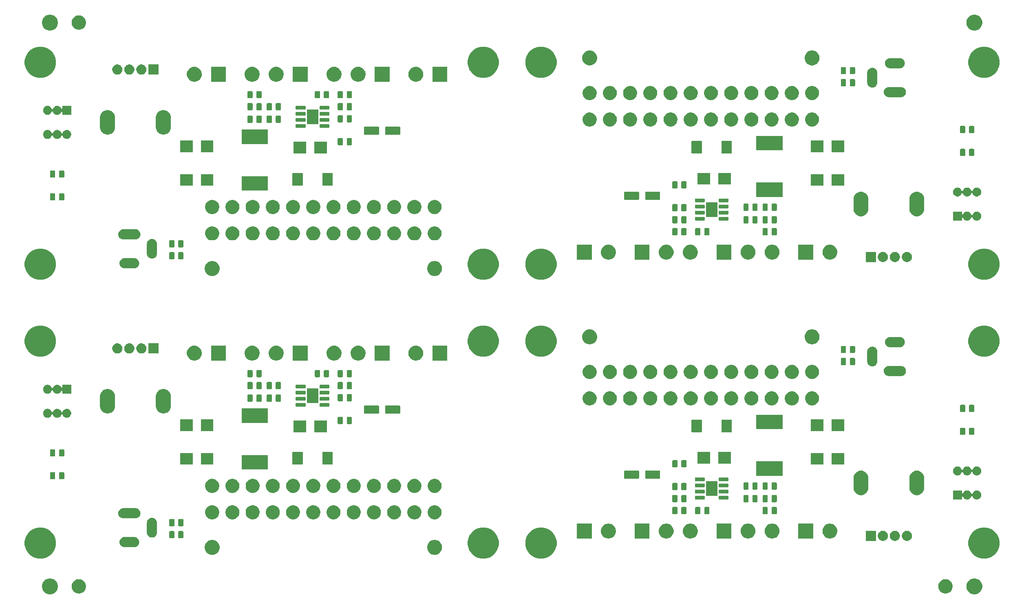
<source format=gbr>
G04 #@! TF.GenerationSoftware,KiCad,Pcbnew,5.1.5-52549c5~86~ubuntu18.04.1*
G04 #@! TF.CreationDate,2020-09-04T15:04:35-03:00*
G04 #@! TF.ProjectId,panel-tp2,70616e65-6c2d-4747-9032-2e6b69636164,v1.0*
G04 #@! TF.SameCoordinates,Original*
G04 #@! TF.FileFunction,Soldermask,Top*
G04 #@! TF.FilePolarity,Negative*
%FSLAX46Y46*%
G04 Gerber Fmt 4.6, Leading zero omitted, Abs format (unit mm)*
G04 Created by KiCad (PCBNEW 5.1.5-52549c5~86~ubuntu18.04.1) date 2020-09-04 15:04:35*
%MOMM*%
%LPD*%
G04 APERTURE LIST*
%ADD10C,0.100000*%
G04 APERTURE END LIST*
D10*
G36*
X228207874Y-140359023D02*
G01*
X228481287Y-140413408D01*
X228781568Y-140537789D01*
X229051814Y-140718361D01*
X229281639Y-140948186D01*
X229462211Y-141218432D01*
X229586592Y-141518713D01*
X229650000Y-141837489D01*
X229650000Y-142162511D01*
X229586592Y-142481287D01*
X229462211Y-142781568D01*
X229281639Y-143051814D01*
X229051814Y-143281639D01*
X228781568Y-143462211D01*
X228481287Y-143586592D01*
X228207874Y-143640977D01*
X228162512Y-143650000D01*
X227837488Y-143650000D01*
X227792126Y-143640977D01*
X227518713Y-143586592D01*
X227218432Y-143462211D01*
X226948186Y-143281639D01*
X226718361Y-143051814D01*
X226537789Y-142781568D01*
X226413408Y-142481287D01*
X226350000Y-142162511D01*
X226350000Y-141837489D01*
X226413408Y-141518713D01*
X226537789Y-141218432D01*
X226718361Y-140948186D01*
X226948186Y-140718361D01*
X227218432Y-140537789D01*
X227518713Y-140413408D01*
X227792126Y-140359023D01*
X227837488Y-140350000D01*
X228162512Y-140350000D01*
X228207874Y-140359023D01*
G37*
G36*
X36207874Y-140359023D02*
G01*
X36481287Y-140413408D01*
X36781568Y-140537789D01*
X37051814Y-140718361D01*
X37281639Y-140948186D01*
X37462211Y-141218432D01*
X37586592Y-141518713D01*
X37650000Y-141837489D01*
X37650000Y-142162511D01*
X37586592Y-142481287D01*
X37462211Y-142781568D01*
X37281639Y-143051814D01*
X37051814Y-143281639D01*
X36781568Y-143462211D01*
X36481287Y-143586592D01*
X36207874Y-143640977D01*
X36162512Y-143650000D01*
X35837488Y-143650000D01*
X35792126Y-143640977D01*
X35518713Y-143586592D01*
X35218432Y-143462211D01*
X34948186Y-143281639D01*
X34718361Y-143051814D01*
X34537789Y-142781568D01*
X34413408Y-142481287D01*
X34350000Y-142162511D01*
X34350000Y-141837489D01*
X34413408Y-141518713D01*
X34537789Y-141218432D01*
X34718361Y-140948186D01*
X34948186Y-140718361D01*
X35218432Y-140537789D01*
X35518713Y-140413408D01*
X35792126Y-140359023D01*
X35837488Y-140350000D01*
X36162512Y-140350000D01*
X36207874Y-140359023D01*
G37*
G36*
X42437534Y-140557643D02*
G01*
X42710515Y-140670716D01*
X42710517Y-140670717D01*
X42781821Y-140718361D01*
X42956193Y-140834873D01*
X43165127Y-141043807D01*
X43329284Y-141289485D01*
X43442357Y-141562466D01*
X43500000Y-141852262D01*
X43500000Y-142147738D01*
X43442357Y-142437534D01*
X43329284Y-142710515D01*
X43329283Y-142710517D01*
X43165126Y-142956194D01*
X42956194Y-143165126D01*
X42710517Y-143329283D01*
X42710516Y-143329284D01*
X42710515Y-143329284D01*
X42437534Y-143442357D01*
X42147738Y-143500000D01*
X41852262Y-143500000D01*
X41562466Y-143442357D01*
X41289485Y-143329284D01*
X41289484Y-143329284D01*
X41289483Y-143329283D01*
X41043806Y-143165126D01*
X40834874Y-142956194D01*
X40670717Y-142710517D01*
X40670716Y-142710515D01*
X40557643Y-142437534D01*
X40500000Y-142147738D01*
X40500000Y-141852262D01*
X40557643Y-141562466D01*
X40670716Y-141289485D01*
X40834873Y-141043807D01*
X41043807Y-140834873D01*
X41218179Y-140718361D01*
X41289483Y-140670717D01*
X41289485Y-140670716D01*
X41562466Y-140557643D01*
X41852262Y-140500000D01*
X42147738Y-140500000D01*
X42437534Y-140557643D01*
G37*
G36*
X222437534Y-140557643D02*
G01*
X222710515Y-140670716D01*
X222710517Y-140670717D01*
X222781821Y-140718361D01*
X222956193Y-140834873D01*
X223165127Y-141043807D01*
X223329284Y-141289485D01*
X223442357Y-141562466D01*
X223500000Y-141852262D01*
X223500000Y-142147738D01*
X223442357Y-142437534D01*
X223329284Y-142710515D01*
X223329283Y-142710517D01*
X223165126Y-142956194D01*
X222956194Y-143165126D01*
X222710517Y-143329283D01*
X222710516Y-143329284D01*
X222710515Y-143329284D01*
X222437534Y-143442357D01*
X222147738Y-143500000D01*
X221852262Y-143500000D01*
X221562466Y-143442357D01*
X221289485Y-143329284D01*
X221289484Y-143329284D01*
X221289483Y-143329283D01*
X221043806Y-143165126D01*
X220834874Y-142956194D01*
X220670717Y-142710517D01*
X220670716Y-142710515D01*
X220557643Y-142437534D01*
X220500000Y-142147738D01*
X220500000Y-141852262D01*
X220557643Y-141562466D01*
X220670716Y-141289485D01*
X220834873Y-141043807D01*
X221043807Y-140834873D01*
X221218179Y-140718361D01*
X221289483Y-140670717D01*
X221289485Y-140670716D01*
X221562466Y-140557643D01*
X221852262Y-140500000D01*
X222147738Y-140500000D01*
X222437534Y-140557643D01*
G37*
G36*
X126947989Y-129874895D02*
G01*
X127539450Y-130119887D01*
X127539452Y-130119888D01*
X128071754Y-130475560D01*
X128524440Y-130928246D01*
X128880112Y-131460548D01*
X128880113Y-131460550D01*
X129125105Y-132052011D01*
X129250000Y-132679902D01*
X129250000Y-133320098D01*
X129125105Y-133947989D01*
X128880113Y-134539450D01*
X128880112Y-134539452D01*
X128524440Y-135071754D01*
X128071754Y-135524440D01*
X127539452Y-135880112D01*
X127539451Y-135880113D01*
X127539450Y-135880113D01*
X126947989Y-136125105D01*
X126320098Y-136250000D01*
X125679902Y-136250000D01*
X125052011Y-136125105D01*
X124460550Y-135880113D01*
X124460549Y-135880113D01*
X124460548Y-135880112D01*
X123928246Y-135524440D01*
X123475560Y-135071754D01*
X123119888Y-134539452D01*
X123119887Y-134539450D01*
X122874895Y-133947989D01*
X122750000Y-133320098D01*
X122750000Y-132679902D01*
X122874895Y-132052011D01*
X123119887Y-131460550D01*
X123119888Y-131460548D01*
X123475560Y-130928246D01*
X123928246Y-130475560D01*
X124460548Y-130119888D01*
X124460550Y-130119887D01*
X125052011Y-129874895D01*
X125679902Y-129750000D01*
X126320098Y-129750000D01*
X126947989Y-129874895D01*
G37*
G36*
X34947989Y-129874895D02*
G01*
X35539450Y-130119887D01*
X35539452Y-130119888D01*
X36071754Y-130475560D01*
X36524440Y-130928246D01*
X36880112Y-131460548D01*
X36880113Y-131460550D01*
X37125105Y-132052011D01*
X37250000Y-132679902D01*
X37250000Y-133320098D01*
X37125105Y-133947989D01*
X36880113Y-134539450D01*
X36880112Y-134539452D01*
X36524440Y-135071754D01*
X36071754Y-135524440D01*
X35539452Y-135880112D01*
X35539451Y-135880113D01*
X35539450Y-135880113D01*
X34947989Y-136125105D01*
X34320098Y-136250000D01*
X33679902Y-136250000D01*
X33052011Y-136125105D01*
X32460550Y-135880113D01*
X32460549Y-135880113D01*
X32460548Y-135880112D01*
X31928246Y-135524440D01*
X31475560Y-135071754D01*
X31119888Y-134539452D01*
X31119887Y-134539450D01*
X30874895Y-133947989D01*
X30750000Y-133320098D01*
X30750000Y-132679902D01*
X30874895Y-132052011D01*
X31119887Y-131460550D01*
X31119888Y-131460548D01*
X31475560Y-130928246D01*
X31928246Y-130475560D01*
X32460548Y-130119888D01*
X32460550Y-130119887D01*
X33052011Y-129874895D01*
X33679902Y-129750000D01*
X34320098Y-129750000D01*
X34947989Y-129874895D01*
G37*
G36*
X230947989Y-129874895D02*
G01*
X231539450Y-130119887D01*
X231539452Y-130119888D01*
X232071754Y-130475560D01*
X232524440Y-130928246D01*
X232880112Y-131460548D01*
X232880113Y-131460550D01*
X233125105Y-132052011D01*
X233250000Y-132679902D01*
X233250000Y-133320098D01*
X233125105Y-133947989D01*
X232880113Y-134539450D01*
X232880112Y-134539452D01*
X232524440Y-135071754D01*
X232071754Y-135524440D01*
X231539452Y-135880112D01*
X231539451Y-135880113D01*
X231539450Y-135880113D01*
X230947989Y-136125105D01*
X230320098Y-136250000D01*
X229679902Y-136250000D01*
X229052011Y-136125105D01*
X228460550Y-135880113D01*
X228460549Y-135880113D01*
X228460548Y-135880112D01*
X227928246Y-135524440D01*
X227475560Y-135071754D01*
X227119888Y-134539452D01*
X227119887Y-134539450D01*
X226874895Y-133947989D01*
X226750000Y-133320098D01*
X226750000Y-132679902D01*
X226874895Y-132052011D01*
X227119887Y-131460550D01*
X227119888Y-131460548D01*
X227475560Y-130928246D01*
X227928246Y-130475560D01*
X228460548Y-130119888D01*
X228460550Y-130119887D01*
X229052011Y-129874895D01*
X229679902Y-129750000D01*
X230320098Y-129750000D01*
X230947989Y-129874895D01*
G37*
G36*
X138947989Y-129874895D02*
G01*
X139539450Y-130119887D01*
X139539452Y-130119888D01*
X140071754Y-130475560D01*
X140524440Y-130928246D01*
X140880112Y-131460548D01*
X140880113Y-131460550D01*
X141125105Y-132052011D01*
X141250000Y-132679902D01*
X141250000Y-133320098D01*
X141125105Y-133947989D01*
X140880113Y-134539450D01*
X140880112Y-134539452D01*
X140524440Y-135071754D01*
X140071754Y-135524440D01*
X139539452Y-135880112D01*
X139539451Y-135880113D01*
X139539450Y-135880113D01*
X138947989Y-136125105D01*
X138320098Y-136250000D01*
X137679902Y-136250000D01*
X137052011Y-136125105D01*
X136460550Y-135880113D01*
X136460549Y-135880113D01*
X136460548Y-135880112D01*
X135928246Y-135524440D01*
X135475560Y-135071754D01*
X135119888Y-134539452D01*
X135119887Y-134539450D01*
X134874895Y-133947989D01*
X134750000Y-133320098D01*
X134750000Y-132679902D01*
X134874895Y-132052011D01*
X135119887Y-131460550D01*
X135119888Y-131460548D01*
X135475560Y-130928246D01*
X135928246Y-130475560D01*
X136460548Y-130119888D01*
X136460550Y-130119887D01*
X137052011Y-129874895D01*
X137679902Y-129750000D01*
X138320098Y-129750000D01*
X138947989Y-129874895D01*
G37*
G36*
X116202390Y-132379783D02*
G01*
X116352118Y-132409565D01*
X116402654Y-132430498D01*
X116634199Y-132526407D01*
X116634200Y-132526408D01*
X116888068Y-132696036D01*
X117103964Y-132911932D01*
X117166707Y-133005834D01*
X117273593Y-133165801D01*
X117390435Y-133447883D01*
X117450000Y-133747337D01*
X117450000Y-134052663D01*
X117390435Y-134352117D01*
X117273593Y-134634199D01*
X117273592Y-134634200D01*
X117103964Y-134888068D01*
X116888068Y-135103964D01*
X116718439Y-135217306D01*
X116634199Y-135273593D01*
X116468960Y-135342037D01*
X116352118Y-135390435D01*
X116202390Y-135420218D01*
X116052663Y-135450000D01*
X115747337Y-135450000D01*
X115597610Y-135420218D01*
X115447882Y-135390435D01*
X115331040Y-135342037D01*
X115165801Y-135273593D01*
X115081561Y-135217306D01*
X114911932Y-135103964D01*
X114696036Y-134888068D01*
X114526408Y-134634200D01*
X114526407Y-134634199D01*
X114409565Y-134352117D01*
X114350000Y-134052663D01*
X114350000Y-133747337D01*
X114409565Y-133447883D01*
X114526407Y-133165801D01*
X114633293Y-133005834D01*
X114696036Y-132911932D01*
X114911932Y-132696036D01*
X115165800Y-132526408D01*
X115165801Y-132526407D01*
X115397346Y-132430498D01*
X115447882Y-132409565D01*
X115597610Y-132379783D01*
X115747337Y-132350000D01*
X116052663Y-132350000D01*
X116202390Y-132379783D01*
G37*
G36*
X70002390Y-132379783D02*
G01*
X70152118Y-132409565D01*
X70202654Y-132430498D01*
X70434199Y-132526407D01*
X70434200Y-132526408D01*
X70688068Y-132696036D01*
X70903964Y-132911932D01*
X70966707Y-133005834D01*
X71073593Y-133165801D01*
X71190435Y-133447883D01*
X71250000Y-133747337D01*
X71250000Y-134052663D01*
X71190435Y-134352117D01*
X71073593Y-134634199D01*
X71073592Y-134634200D01*
X70903964Y-134888068D01*
X70688068Y-135103964D01*
X70518439Y-135217306D01*
X70434199Y-135273593D01*
X70268960Y-135342037D01*
X70152118Y-135390435D01*
X70002390Y-135420218D01*
X69852663Y-135450000D01*
X69547337Y-135450000D01*
X69397610Y-135420218D01*
X69247882Y-135390435D01*
X69131040Y-135342037D01*
X68965801Y-135273593D01*
X68881561Y-135217306D01*
X68711932Y-135103964D01*
X68496036Y-134888068D01*
X68326408Y-134634200D01*
X68326407Y-134634199D01*
X68209565Y-134352117D01*
X68150000Y-134052663D01*
X68150000Y-133747337D01*
X68209565Y-133447883D01*
X68326407Y-133165801D01*
X68433293Y-133005834D01*
X68496036Y-132911932D01*
X68711932Y-132696036D01*
X68965800Y-132526408D01*
X68965801Y-132526407D01*
X69197346Y-132430498D01*
X69247882Y-132409565D01*
X69397610Y-132379783D01*
X69547337Y-132350000D01*
X69852663Y-132350000D01*
X70002390Y-132379783D01*
G37*
G36*
X53628707Y-131757597D02*
G01*
X53705836Y-131765193D01*
X53841262Y-131806274D01*
X53903765Y-131825234D01*
X54086170Y-131922732D01*
X54246055Y-132053945D01*
X54377268Y-132213830D01*
X54474766Y-132396235D01*
X54474767Y-132396238D01*
X54534807Y-132594164D01*
X54555080Y-132800000D01*
X54534807Y-133005836D01*
X54486282Y-133165801D01*
X54474766Y-133203765D01*
X54377268Y-133386170D01*
X54246055Y-133546055D01*
X54086170Y-133677268D01*
X53903765Y-133774766D01*
X53903762Y-133774767D01*
X53705836Y-133834807D01*
X53628707Y-133842403D01*
X53551580Y-133850000D01*
X51448420Y-133850000D01*
X51371293Y-133842403D01*
X51294164Y-133834807D01*
X51096238Y-133774767D01*
X51096235Y-133774766D01*
X50913830Y-133677268D01*
X50753945Y-133546055D01*
X50622732Y-133386170D01*
X50525234Y-133203765D01*
X50513718Y-133165801D01*
X50465193Y-133005836D01*
X50444920Y-132800000D01*
X50465193Y-132594164D01*
X50525233Y-132396238D01*
X50525234Y-132396235D01*
X50622732Y-132213830D01*
X50753945Y-132053945D01*
X50913830Y-131922732D01*
X51096235Y-131825234D01*
X51158738Y-131806274D01*
X51294164Y-131765193D01*
X51371293Y-131757597D01*
X51448420Y-131750000D01*
X53551580Y-131750000D01*
X53628707Y-131757597D01*
G37*
G36*
X214128687Y-130455027D02*
G01*
X214306274Y-130490350D01*
X214497362Y-130569502D01*
X214669336Y-130684411D01*
X214815589Y-130830664D01*
X214930498Y-131002638D01*
X215009650Y-131193726D01*
X215050000Y-131396584D01*
X215050000Y-131603416D01*
X215009650Y-131806274D01*
X214930498Y-131997362D01*
X214815589Y-132169336D01*
X214669336Y-132315589D01*
X214497362Y-132430498D01*
X214306274Y-132509650D01*
X214128687Y-132544973D01*
X214103417Y-132550000D01*
X213896583Y-132550000D01*
X213871313Y-132544973D01*
X213693726Y-132509650D01*
X213502638Y-132430498D01*
X213330664Y-132315589D01*
X213184411Y-132169336D01*
X213069502Y-131997362D01*
X212990350Y-131806274D01*
X212950000Y-131603416D01*
X212950000Y-131396584D01*
X212990350Y-131193726D01*
X213069502Y-131002638D01*
X213184411Y-130830664D01*
X213330664Y-130684411D01*
X213502638Y-130569502D01*
X213693726Y-130490350D01*
X213871313Y-130455027D01*
X213896583Y-130450000D01*
X214103417Y-130450000D01*
X214128687Y-130455027D01*
G37*
G36*
X211628687Y-130455027D02*
G01*
X211806274Y-130490350D01*
X211997362Y-130569502D01*
X212169336Y-130684411D01*
X212315589Y-130830664D01*
X212430498Y-131002638D01*
X212509650Y-131193726D01*
X212550000Y-131396584D01*
X212550000Y-131603416D01*
X212509650Y-131806274D01*
X212430498Y-131997362D01*
X212315589Y-132169336D01*
X212169336Y-132315589D01*
X211997362Y-132430498D01*
X211806274Y-132509650D01*
X211628687Y-132544973D01*
X211603417Y-132550000D01*
X211396583Y-132550000D01*
X211371313Y-132544973D01*
X211193726Y-132509650D01*
X211002638Y-132430498D01*
X210830664Y-132315589D01*
X210684411Y-132169336D01*
X210569502Y-131997362D01*
X210490350Y-131806274D01*
X210450000Y-131603416D01*
X210450000Y-131396584D01*
X210490350Y-131193726D01*
X210569502Y-131002638D01*
X210684411Y-130830664D01*
X210830664Y-130684411D01*
X211002638Y-130569502D01*
X211193726Y-130490350D01*
X211371313Y-130455027D01*
X211396583Y-130450000D01*
X211603417Y-130450000D01*
X211628687Y-130455027D01*
G37*
G36*
X209128687Y-130455027D02*
G01*
X209306274Y-130490350D01*
X209497362Y-130569502D01*
X209669336Y-130684411D01*
X209815589Y-130830664D01*
X209930498Y-131002638D01*
X210009650Y-131193726D01*
X210050000Y-131396584D01*
X210050000Y-131603416D01*
X210009650Y-131806274D01*
X209930498Y-131997362D01*
X209815589Y-132169336D01*
X209669336Y-132315589D01*
X209497362Y-132430498D01*
X209306274Y-132509650D01*
X209128687Y-132544973D01*
X209103417Y-132550000D01*
X208896583Y-132550000D01*
X208871313Y-132544973D01*
X208693726Y-132509650D01*
X208502638Y-132430498D01*
X208330664Y-132315589D01*
X208184411Y-132169336D01*
X208069502Y-131997362D01*
X207990350Y-131806274D01*
X207950000Y-131603416D01*
X207950000Y-131396584D01*
X207990350Y-131193726D01*
X208069502Y-131002638D01*
X208184411Y-130830664D01*
X208330664Y-130684411D01*
X208502638Y-130569502D01*
X208693726Y-130490350D01*
X208871313Y-130455027D01*
X208896583Y-130450000D01*
X209103417Y-130450000D01*
X209128687Y-130455027D01*
G37*
G36*
X207550000Y-132550000D02*
G01*
X205450000Y-132550000D01*
X205450000Y-130450000D01*
X207550000Y-130450000D01*
X207550000Y-132550000D01*
G37*
G36*
X198302390Y-128979782D02*
G01*
X198452118Y-129009565D01*
X198568960Y-129057963D01*
X198734199Y-129126407D01*
X198734200Y-129126408D01*
X198988068Y-129296036D01*
X199203964Y-129511932D01*
X199317306Y-129681561D01*
X199373593Y-129765801D01*
X199442037Y-129931040D01*
X199490435Y-130047882D01*
X199504758Y-130119888D01*
X199550000Y-130347337D01*
X199550000Y-130652663D01*
X199537338Y-130716319D01*
X199490435Y-130952118D01*
X199468184Y-131005836D01*
X199373593Y-131234199D01*
X199373592Y-131234200D01*
X199203964Y-131488068D01*
X198988068Y-131703964D01*
X198882103Y-131774767D01*
X198734199Y-131873593D01*
X198615564Y-131922733D01*
X198452118Y-131990435D01*
X198302390Y-132020218D01*
X198152663Y-132050000D01*
X197847337Y-132050000D01*
X197697610Y-132020218D01*
X197547882Y-131990435D01*
X197384436Y-131922733D01*
X197265801Y-131873593D01*
X197117897Y-131774767D01*
X197011932Y-131703964D01*
X196796036Y-131488068D01*
X196626408Y-131234200D01*
X196626407Y-131234199D01*
X196531816Y-131005836D01*
X196509565Y-130952118D01*
X196462662Y-130716319D01*
X196450000Y-130652663D01*
X196450000Y-130347337D01*
X196495242Y-130119888D01*
X196509565Y-130047882D01*
X196557963Y-129931040D01*
X196626407Y-129765801D01*
X196682694Y-129681561D01*
X196796036Y-129511932D01*
X197011932Y-129296036D01*
X197265800Y-129126408D01*
X197265801Y-129126407D01*
X197431040Y-129057963D01*
X197547882Y-129009565D01*
X197697610Y-128979782D01*
X197847337Y-128950000D01*
X198152663Y-128950000D01*
X198302390Y-128979782D01*
G37*
G36*
X152302390Y-128979782D02*
G01*
X152452118Y-129009565D01*
X152568960Y-129057963D01*
X152734199Y-129126407D01*
X152734200Y-129126408D01*
X152988068Y-129296036D01*
X153203964Y-129511932D01*
X153317306Y-129681561D01*
X153373593Y-129765801D01*
X153442037Y-129931040D01*
X153490435Y-130047882D01*
X153504758Y-130119888D01*
X153550000Y-130347337D01*
X153550000Y-130652663D01*
X153537338Y-130716319D01*
X153490435Y-130952118D01*
X153468184Y-131005836D01*
X153373593Y-131234199D01*
X153373592Y-131234200D01*
X153203964Y-131488068D01*
X152988068Y-131703964D01*
X152882103Y-131774767D01*
X152734199Y-131873593D01*
X152615564Y-131922733D01*
X152452118Y-131990435D01*
X152302390Y-132020218D01*
X152152663Y-132050000D01*
X151847337Y-132050000D01*
X151697610Y-132020218D01*
X151547882Y-131990435D01*
X151384436Y-131922733D01*
X151265801Y-131873593D01*
X151117897Y-131774767D01*
X151011932Y-131703964D01*
X150796036Y-131488068D01*
X150626408Y-131234200D01*
X150626407Y-131234199D01*
X150531816Y-131005836D01*
X150509565Y-130952118D01*
X150462662Y-130716319D01*
X150450000Y-130652663D01*
X150450000Y-130347337D01*
X150495242Y-130119888D01*
X150509565Y-130047882D01*
X150557963Y-129931040D01*
X150626407Y-129765801D01*
X150682694Y-129681561D01*
X150796036Y-129511932D01*
X151011932Y-129296036D01*
X151265800Y-129126408D01*
X151265801Y-129126407D01*
X151431040Y-129057963D01*
X151547882Y-129009565D01*
X151697610Y-128979782D01*
X151847337Y-128950000D01*
X152152663Y-128950000D01*
X152302390Y-128979782D01*
G37*
G36*
X160550000Y-132050000D02*
G01*
X157450000Y-132050000D01*
X157450000Y-128950000D01*
X160550000Y-128950000D01*
X160550000Y-132050000D01*
G37*
G36*
X148550000Y-132050000D02*
G01*
X145450000Y-132050000D01*
X145450000Y-128950000D01*
X148550000Y-128950000D01*
X148550000Y-132050000D01*
G37*
G36*
X194550000Y-132050000D02*
G01*
X191450000Y-132050000D01*
X191450000Y-128950000D01*
X194550000Y-128950000D01*
X194550000Y-132050000D01*
G37*
G36*
X186302390Y-128979782D02*
G01*
X186452118Y-129009565D01*
X186568960Y-129057963D01*
X186734199Y-129126407D01*
X186734200Y-129126408D01*
X186988068Y-129296036D01*
X187203964Y-129511932D01*
X187317306Y-129681561D01*
X187373593Y-129765801D01*
X187442037Y-129931040D01*
X187490435Y-130047882D01*
X187504758Y-130119888D01*
X187550000Y-130347337D01*
X187550000Y-130652663D01*
X187537338Y-130716319D01*
X187490435Y-130952118D01*
X187468184Y-131005836D01*
X187373593Y-131234199D01*
X187373592Y-131234200D01*
X187203964Y-131488068D01*
X186988068Y-131703964D01*
X186882103Y-131774767D01*
X186734199Y-131873593D01*
X186615564Y-131922733D01*
X186452118Y-131990435D01*
X186302390Y-132020218D01*
X186152663Y-132050000D01*
X185847337Y-132050000D01*
X185697610Y-132020218D01*
X185547882Y-131990435D01*
X185384436Y-131922733D01*
X185265801Y-131873593D01*
X185117897Y-131774767D01*
X185011932Y-131703964D01*
X184796036Y-131488068D01*
X184626408Y-131234200D01*
X184626407Y-131234199D01*
X184531816Y-131005836D01*
X184509565Y-130952118D01*
X184462662Y-130716319D01*
X184450000Y-130652663D01*
X184450000Y-130347337D01*
X184495242Y-130119888D01*
X184509565Y-130047882D01*
X184557963Y-129931040D01*
X184626407Y-129765801D01*
X184682694Y-129681561D01*
X184796036Y-129511932D01*
X185011932Y-129296036D01*
X185265800Y-129126408D01*
X185265801Y-129126407D01*
X185431040Y-129057963D01*
X185547882Y-129009565D01*
X185697610Y-128979782D01*
X185847337Y-128950000D01*
X186152663Y-128950000D01*
X186302390Y-128979782D01*
G37*
G36*
X181302390Y-128979782D02*
G01*
X181452118Y-129009565D01*
X181568960Y-129057963D01*
X181734199Y-129126407D01*
X181734200Y-129126408D01*
X181988068Y-129296036D01*
X182203964Y-129511932D01*
X182317306Y-129681561D01*
X182373593Y-129765801D01*
X182442037Y-129931040D01*
X182490435Y-130047882D01*
X182504758Y-130119888D01*
X182550000Y-130347337D01*
X182550000Y-130652663D01*
X182537338Y-130716319D01*
X182490435Y-130952118D01*
X182468184Y-131005836D01*
X182373593Y-131234199D01*
X182373592Y-131234200D01*
X182203964Y-131488068D01*
X181988068Y-131703964D01*
X181882103Y-131774767D01*
X181734199Y-131873593D01*
X181615564Y-131922733D01*
X181452118Y-131990435D01*
X181302390Y-132020218D01*
X181152663Y-132050000D01*
X180847337Y-132050000D01*
X180697610Y-132020218D01*
X180547882Y-131990435D01*
X180384436Y-131922733D01*
X180265801Y-131873593D01*
X180117897Y-131774767D01*
X180011932Y-131703964D01*
X179796036Y-131488068D01*
X179626408Y-131234200D01*
X179626407Y-131234199D01*
X179531816Y-131005836D01*
X179509565Y-130952118D01*
X179462662Y-130716319D01*
X179450000Y-130652663D01*
X179450000Y-130347337D01*
X179495242Y-130119888D01*
X179509565Y-130047882D01*
X179557963Y-129931040D01*
X179626407Y-129765801D01*
X179682694Y-129681561D01*
X179796036Y-129511932D01*
X180011932Y-129296036D01*
X180265800Y-129126408D01*
X180265801Y-129126407D01*
X180431040Y-129057963D01*
X180547882Y-129009565D01*
X180697610Y-128979782D01*
X180847337Y-128950000D01*
X181152663Y-128950000D01*
X181302390Y-128979782D01*
G37*
G36*
X169302390Y-128979782D02*
G01*
X169452118Y-129009565D01*
X169568960Y-129057963D01*
X169734199Y-129126407D01*
X169734200Y-129126408D01*
X169988068Y-129296036D01*
X170203964Y-129511932D01*
X170317306Y-129681561D01*
X170373593Y-129765801D01*
X170442037Y-129931040D01*
X170490435Y-130047882D01*
X170504758Y-130119888D01*
X170550000Y-130347337D01*
X170550000Y-130652663D01*
X170537338Y-130716319D01*
X170490435Y-130952118D01*
X170468184Y-131005836D01*
X170373593Y-131234199D01*
X170373592Y-131234200D01*
X170203964Y-131488068D01*
X169988068Y-131703964D01*
X169882103Y-131774767D01*
X169734199Y-131873593D01*
X169615564Y-131922733D01*
X169452118Y-131990435D01*
X169302390Y-132020218D01*
X169152663Y-132050000D01*
X168847337Y-132050000D01*
X168697610Y-132020218D01*
X168547882Y-131990435D01*
X168384436Y-131922733D01*
X168265801Y-131873593D01*
X168117897Y-131774767D01*
X168011932Y-131703964D01*
X167796036Y-131488068D01*
X167626408Y-131234200D01*
X167626407Y-131234199D01*
X167531816Y-131005836D01*
X167509565Y-130952118D01*
X167462662Y-130716319D01*
X167450000Y-130652663D01*
X167450000Y-130347337D01*
X167495242Y-130119888D01*
X167509565Y-130047882D01*
X167557963Y-129931040D01*
X167626407Y-129765801D01*
X167682694Y-129681561D01*
X167796036Y-129511932D01*
X168011932Y-129296036D01*
X168265800Y-129126408D01*
X168265801Y-129126407D01*
X168431040Y-129057963D01*
X168547882Y-129009565D01*
X168697610Y-128979782D01*
X168847337Y-128950000D01*
X169152663Y-128950000D01*
X169302390Y-128979782D01*
G37*
G36*
X177550000Y-132050000D02*
G01*
X174450000Y-132050000D01*
X174450000Y-128950000D01*
X177550000Y-128950000D01*
X177550000Y-132050000D01*
G37*
G36*
X164302390Y-128979782D02*
G01*
X164452118Y-129009565D01*
X164568960Y-129057963D01*
X164734199Y-129126407D01*
X164734200Y-129126408D01*
X164988068Y-129296036D01*
X165203964Y-129511932D01*
X165317306Y-129681561D01*
X165373593Y-129765801D01*
X165442037Y-129931040D01*
X165490435Y-130047882D01*
X165504758Y-130119888D01*
X165550000Y-130347337D01*
X165550000Y-130652663D01*
X165537338Y-130716319D01*
X165490435Y-130952118D01*
X165468184Y-131005836D01*
X165373593Y-131234199D01*
X165373592Y-131234200D01*
X165203964Y-131488068D01*
X164988068Y-131703964D01*
X164882103Y-131774767D01*
X164734199Y-131873593D01*
X164615564Y-131922733D01*
X164452118Y-131990435D01*
X164302390Y-132020218D01*
X164152663Y-132050000D01*
X163847337Y-132050000D01*
X163697610Y-132020218D01*
X163547882Y-131990435D01*
X163384436Y-131922733D01*
X163265801Y-131873593D01*
X163117897Y-131774767D01*
X163011932Y-131703964D01*
X162796036Y-131488068D01*
X162626408Y-131234200D01*
X162626407Y-131234199D01*
X162531816Y-131005836D01*
X162509565Y-130952118D01*
X162462662Y-130716319D01*
X162450000Y-130652663D01*
X162450000Y-130347337D01*
X162495242Y-130119888D01*
X162509565Y-130047882D01*
X162557963Y-129931040D01*
X162626407Y-129765801D01*
X162682694Y-129681561D01*
X162796036Y-129511932D01*
X163011932Y-129296036D01*
X163265800Y-129126408D01*
X163265801Y-129126407D01*
X163431040Y-129057963D01*
X163547882Y-129009565D01*
X163697610Y-128979782D01*
X163847337Y-128950000D01*
X164152663Y-128950000D01*
X164302390Y-128979782D01*
G37*
G36*
X63558867Y-130504556D02*
G01*
X63597448Y-130516259D01*
X63633001Y-130535263D01*
X63664163Y-130560837D01*
X63689737Y-130591999D01*
X63708741Y-130627552D01*
X63720444Y-130666133D01*
X63725000Y-130712390D01*
X63725000Y-131787610D01*
X63720444Y-131833867D01*
X63708741Y-131872448D01*
X63689737Y-131908001D01*
X63664163Y-131939163D01*
X63633001Y-131964737D01*
X63597448Y-131983741D01*
X63558867Y-131995444D01*
X63512610Y-132000000D01*
X62862390Y-132000000D01*
X62816133Y-131995444D01*
X62777552Y-131983741D01*
X62741999Y-131964737D01*
X62710837Y-131939163D01*
X62685263Y-131908001D01*
X62666259Y-131872448D01*
X62654556Y-131833867D01*
X62650000Y-131787610D01*
X62650000Y-130712390D01*
X62654556Y-130666133D01*
X62666259Y-130627552D01*
X62685263Y-130591999D01*
X62710837Y-130560837D01*
X62741999Y-130535263D01*
X62777552Y-130516259D01*
X62816133Y-130504556D01*
X62862390Y-130500000D01*
X63512610Y-130500000D01*
X63558867Y-130504556D01*
G37*
G36*
X61683867Y-130504556D02*
G01*
X61722448Y-130516259D01*
X61758001Y-130535263D01*
X61789163Y-130560837D01*
X61814737Y-130591999D01*
X61833741Y-130627552D01*
X61845444Y-130666133D01*
X61850000Y-130712390D01*
X61850000Y-131787610D01*
X61845444Y-131833867D01*
X61833741Y-131872448D01*
X61814737Y-131908001D01*
X61789163Y-131939163D01*
X61758001Y-131964737D01*
X61722448Y-131983741D01*
X61683867Y-131995444D01*
X61637610Y-132000000D01*
X60987390Y-132000000D01*
X60941133Y-131995444D01*
X60902552Y-131983741D01*
X60866999Y-131964737D01*
X60835837Y-131939163D01*
X60810263Y-131908001D01*
X60791259Y-131872448D01*
X60779556Y-131833867D01*
X60775000Y-131787610D01*
X60775000Y-130712390D01*
X60779556Y-130666133D01*
X60791259Y-130627552D01*
X60810263Y-130591999D01*
X60835837Y-130560837D01*
X60866999Y-130535263D01*
X60902552Y-130516259D01*
X60941133Y-130504556D01*
X60987390Y-130500000D01*
X61637610Y-130500000D01*
X61683867Y-130504556D01*
G37*
G36*
X57405836Y-127765193D02*
G01*
X57603762Y-127825233D01*
X57603765Y-127825234D01*
X57786170Y-127922732D01*
X57946055Y-128053945D01*
X58077268Y-128213830D01*
X58174766Y-128396235D01*
X58174767Y-128396238D01*
X58234807Y-128594164D01*
X58250000Y-128748422D01*
X58250000Y-130851578D01*
X58234807Y-131005836D01*
X58177811Y-131193726D01*
X58174766Y-131203765D01*
X58077268Y-131386170D01*
X57946055Y-131546055D01*
X57827819Y-131643087D01*
X57786171Y-131677267D01*
X57786169Y-131677268D01*
X57603764Y-131774766D01*
X57603761Y-131774767D01*
X57405835Y-131834807D01*
X57200000Y-131855080D01*
X56994164Y-131834807D01*
X56796238Y-131774767D01*
X56796235Y-131774766D01*
X56613830Y-131677268D01*
X56453945Y-131546055D01*
X56331278Y-131396583D01*
X56322733Y-131386171D01*
X56312726Y-131367450D01*
X56225234Y-131203764D01*
X56222189Y-131193726D01*
X56165193Y-131005835D01*
X56150000Y-130851577D01*
X56150001Y-128748422D01*
X56165194Y-128594164D01*
X56225234Y-128396238D01*
X56225235Y-128396235D01*
X56322733Y-128213830D01*
X56453946Y-128053945D01*
X56613831Y-127922732D01*
X56796236Y-127825234D01*
X56796239Y-127825233D01*
X56994165Y-127765193D01*
X57200000Y-127744920D01*
X57405836Y-127765193D01*
G37*
G36*
X63558867Y-128004556D02*
G01*
X63597448Y-128016259D01*
X63633001Y-128035263D01*
X63664163Y-128060837D01*
X63689737Y-128091999D01*
X63708741Y-128127552D01*
X63720444Y-128166133D01*
X63725000Y-128212390D01*
X63725000Y-129287610D01*
X63720444Y-129333867D01*
X63708741Y-129372448D01*
X63689737Y-129408001D01*
X63664163Y-129439163D01*
X63633001Y-129464737D01*
X63597448Y-129483741D01*
X63558867Y-129495444D01*
X63512610Y-129500000D01*
X62862390Y-129500000D01*
X62816133Y-129495444D01*
X62777552Y-129483741D01*
X62741999Y-129464737D01*
X62710837Y-129439163D01*
X62685263Y-129408001D01*
X62666259Y-129372448D01*
X62654556Y-129333867D01*
X62650000Y-129287610D01*
X62650000Y-128212390D01*
X62654556Y-128166133D01*
X62666259Y-128127552D01*
X62685263Y-128091999D01*
X62710837Y-128060837D01*
X62741999Y-128035263D01*
X62777552Y-128016259D01*
X62816133Y-128004556D01*
X62862390Y-128000000D01*
X63512610Y-128000000D01*
X63558867Y-128004556D01*
G37*
G36*
X61683867Y-128004556D02*
G01*
X61722448Y-128016259D01*
X61758001Y-128035263D01*
X61789163Y-128060837D01*
X61814737Y-128091999D01*
X61833741Y-128127552D01*
X61845444Y-128166133D01*
X61850000Y-128212390D01*
X61850000Y-129287610D01*
X61845444Y-129333867D01*
X61833741Y-129372448D01*
X61814737Y-129408001D01*
X61789163Y-129439163D01*
X61758001Y-129464737D01*
X61722448Y-129483741D01*
X61683867Y-129495444D01*
X61637610Y-129500000D01*
X60987390Y-129500000D01*
X60941133Y-129495444D01*
X60902552Y-129483741D01*
X60866999Y-129464737D01*
X60835837Y-129439163D01*
X60810263Y-129408001D01*
X60791259Y-129372448D01*
X60779556Y-129333867D01*
X60775000Y-129287610D01*
X60775000Y-128212390D01*
X60779556Y-128166133D01*
X60791259Y-128127552D01*
X60810263Y-128091999D01*
X60835837Y-128060837D01*
X60866999Y-128035263D01*
X60902552Y-128016259D01*
X60941133Y-128004556D01*
X60987390Y-128000000D01*
X61637610Y-128000000D01*
X61683867Y-128004556D01*
G37*
G36*
X99522948Y-125205722D02*
G01*
X99786831Y-125315026D01*
X99786833Y-125315027D01*
X100024321Y-125473711D01*
X100226289Y-125675679D01*
X100326218Y-125825234D01*
X100384974Y-125913169D01*
X100494278Y-126177052D01*
X100550000Y-126457186D01*
X100550000Y-126742814D01*
X100494278Y-127022948D01*
X100419382Y-127203762D01*
X100384973Y-127286833D01*
X100226289Y-127524321D01*
X100024321Y-127726289D01*
X99786833Y-127884973D01*
X99786832Y-127884974D01*
X99786831Y-127884974D01*
X99522948Y-127994278D01*
X99242814Y-128050000D01*
X98957186Y-128050000D01*
X98677052Y-127994278D01*
X98413169Y-127884974D01*
X98413168Y-127884974D01*
X98413167Y-127884973D01*
X98175679Y-127726289D01*
X97973711Y-127524321D01*
X97815027Y-127286833D01*
X97780618Y-127203762D01*
X97705722Y-127022948D01*
X97650000Y-126742814D01*
X97650000Y-126457186D01*
X97705722Y-126177052D01*
X97815026Y-125913169D01*
X97873782Y-125825234D01*
X97973711Y-125675679D01*
X98175679Y-125473711D01*
X98413167Y-125315027D01*
X98413169Y-125315026D01*
X98677052Y-125205722D01*
X98957186Y-125150000D01*
X99242814Y-125150000D01*
X99522948Y-125205722D01*
G37*
G36*
X116322948Y-125205722D02*
G01*
X116586831Y-125315026D01*
X116586833Y-125315027D01*
X116824321Y-125473711D01*
X117026289Y-125675679D01*
X117126218Y-125825234D01*
X117184974Y-125913169D01*
X117294278Y-126177052D01*
X117350000Y-126457186D01*
X117350000Y-126742814D01*
X117294278Y-127022948D01*
X117219382Y-127203762D01*
X117184973Y-127286833D01*
X117026289Y-127524321D01*
X116824321Y-127726289D01*
X116586833Y-127884973D01*
X116586832Y-127884974D01*
X116586831Y-127884974D01*
X116322948Y-127994278D01*
X116042814Y-128050000D01*
X115757186Y-128050000D01*
X115477052Y-127994278D01*
X115213169Y-127884974D01*
X115213168Y-127884974D01*
X115213167Y-127884973D01*
X114975679Y-127726289D01*
X114773711Y-127524321D01*
X114615027Y-127286833D01*
X114580618Y-127203762D01*
X114505722Y-127022948D01*
X114450000Y-126742814D01*
X114450000Y-126457186D01*
X114505722Y-126177052D01*
X114615026Y-125913169D01*
X114673782Y-125825234D01*
X114773711Y-125675679D01*
X114975679Y-125473711D01*
X115213167Y-125315027D01*
X115213169Y-125315026D01*
X115477052Y-125205722D01*
X115757186Y-125150000D01*
X116042814Y-125150000D01*
X116322948Y-125205722D01*
G37*
G36*
X95322948Y-125205722D02*
G01*
X95586831Y-125315026D01*
X95586833Y-125315027D01*
X95824321Y-125473711D01*
X96026289Y-125675679D01*
X96126218Y-125825234D01*
X96184974Y-125913169D01*
X96294278Y-126177052D01*
X96350000Y-126457186D01*
X96350000Y-126742814D01*
X96294278Y-127022948D01*
X96219382Y-127203762D01*
X96184973Y-127286833D01*
X96026289Y-127524321D01*
X95824321Y-127726289D01*
X95586833Y-127884973D01*
X95586832Y-127884974D01*
X95586831Y-127884974D01*
X95322948Y-127994278D01*
X95042814Y-128050000D01*
X94757186Y-128050000D01*
X94477052Y-127994278D01*
X94213169Y-127884974D01*
X94213168Y-127884974D01*
X94213167Y-127884973D01*
X93975679Y-127726289D01*
X93773711Y-127524321D01*
X93615027Y-127286833D01*
X93580618Y-127203762D01*
X93505722Y-127022948D01*
X93450000Y-126742814D01*
X93450000Y-126457186D01*
X93505722Y-126177052D01*
X93615026Y-125913169D01*
X93673782Y-125825234D01*
X93773711Y-125675679D01*
X93975679Y-125473711D01*
X94213167Y-125315027D01*
X94213169Y-125315026D01*
X94477052Y-125205722D01*
X94757186Y-125150000D01*
X95042814Y-125150000D01*
X95322948Y-125205722D01*
G37*
G36*
X74322948Y-125205722D02*
G01*
X74586831Y-125315026D01*
X74586833Y-125315027D01*
X74824321Y-125473711D01*
X75026289Y-125675679D01*
X75126218Y-125825234D01*
X75184974Y-125913169D01*
X75294278Y-126177052D01*
X75350000Y-126457186D01*
X75350000Y-126742814D01*
X75294278Y-127022948D01*
X75219382Y-127203762D01*
X75184973Y-127286833D01*
X75026289Y-127524321D01*
X74824321Y-127726289D01*
X74586833Y-127884973D01*
X74586832Y-127884974D01*
X74586831Y-127884974D01*
X74322948Y-127994278D01*
X74042814Y-128050000D01*
X73757186Y-128050000D01*
X73477052Y-127994278D01*
X73213169Y-127884974D01*
X73213168Y-127884974D01*
X73213167Y-127884973D01*
X72975679Y-127726289D01*
X72773711Y-127524321D01*
X72615027Y-127286833D01*
X72580618Y-127203762D01*
X72505722Y-127022948D01*
X72450000Y-126742814D01*
X72450000Y-126457186D01*
X72505722Y-126177052D01*
X72615026Y-125913169D01*
X72673782Y-125825234D01*
X72773711Y-125675679D01*
X72975679Y-125473711D01*
X73213167Y-125315027D01*
X73213169Y-125315026D01*
X73477052Y-125205722D01*
X73757186Y-125150000D01*
X74042814Y-125150000D01*
X74322948Y-125205722D01*
G37*
G36*
X78522948Y-125205722D02*
G01*
X78786831Y-125315026D01*
X78786833Y-125315027D01*
X79024321Y-125473711D01*
X79226289Y-125675679D01*
X79326218Y-125825234D01*
X79384974Y-125913169D01*
X79494278Y-126177052D01*
X79550000Y-126457186D01*
X79550000Y-126742814D01*
X79494278Y-127022948D01*
X79419382Y-127203762D01*
X79384973Y-127286833D01*
X79226289Y-127524321D01*
X79024321Y-127726289D01*
X78786833Y-127884973D01*
X78786832Y-127884974D01*
X78786831Y-127884974D01*
X78522948Y-127994278D01*
X78242814Y-128050000D01*
X77957186Y-128050000D01*
X77677052Y-127994278D01*
X77413169Y-127884974D01*
X77413168Y-127884974D01*
X77413167Y-127884973D01*
X77175679Y-127726289D01*
X76973711Y-127524321D01*
X76815027Y-127286833D01*
X76780618Y-127203762D01*
X76705722Y-127022948D01*
X76650000Y-126742814D01*
X76650000Y-126457186D01*
X76705722Y-126177052D01*
X76815026Y-125913169D01*
X76873782Y-125825234D01*
X76973711Y-125675679D01*
X77175679Y-125473711D01*
X77413167Y-125315027D01*
X77413169Y-125315026D01*
X77677052Y-125205722D01*
X77957186Y-125150000D01*
X78242814Y-125150000D01*
X78522948Y-125205722D01*
G37*
G36*
X82722948Y-125205722D02*
G01*
X82986831Y-125315026D01*
X82986833Y-125315027D01*
X83224321Y-125473711D01*
X83426289Y-125675679D01*
X83526218Y-125825234D01*
X83584974Y-125913169D01*
X83694278Y-126177052D01*
X83750000Y-126457186D01*
X83750000Y-126742814D01*
X83694278Y-127022948D01*
X83619382Y-127203762D01*
X83584973Y-127286833D01*
X83426289Y-127524321D01*
X83224321Y-127726289D01*
X82986833Y-127884973D01*
X82986832Y-127884974D01*
X82986831Y-127884974D01*
X82722948Y-127994278D01*
X82442814Y-128050000D01*
X82157186Y-128050000D01*
X81877052Y-127994278D01*
X81613169Y-127884974D01*
X81613168Y-127884974D01*
X81613167Y-127884973D01*
X81375679Y-127726289D01*
X81173711Y-127524321D01*
X81015027Y-127286833D01*
X80980618Y-127203762D01*
X80905722Y-127022948D01*
X80850000Y-126742814D01*
X80850000Y-126457186D01*
X80905722Y-126177052D01*
X81015026Y-125913169D01*
X81073782Y-125825234D01*
X81173711Y-125675679D01*
X81375679Y-125473711D01*
X81613167Y-125315027D01*
X81613169Y-125315026D01*
X81877052Y-125205722D01*
X82157186Y-125150000D01*
X82442814Y-125150000D01*
X82722948Y-125205722D01*
G37*
G36*
X91122948Y-125205722D02*
G01*
X91386831Y-125315026D01*
X91386833Y-125315027D01*
X91624321Y-125473711D01*
X91826289Y-125675679D01*
X91926218Y-125825234D01*
X91984974Y-125913169D01*
X92094278Y-126177052D01*
X92150000Y-126457186D01*
X92150000Y-126742814D01*
X92094278Y-127022948D01*
X92019382Y-127203762D01*
X91984973Y-127286833D01*
X91826289Y-127524321D01*
X91624321Y-127726289D01*
X91386833Y-127884973D01*
X91386832Y-127884974D01*
X91386831Y-127884974D01*
X91122948Y-127994278D01*
X90842814Y-128050000D01*
X90557186Y-128050000D01*
X90277052Y-127994278D01*
X90013169Y-127884974D01*
X90013168Y-127884974D01*
X90013167Y-127884973D01*
X89775679Y-127726289D01*
X89573711Y-127524321D01*
X89415027Y-127286833D01*
X89380618Y-127203762D01*
X89305722Y-127022948D01*
X89250000Y-126742814D01*
X89250000Y-126457186D01*
X89305722Y-126177052D01*
X89415026Y-125913169D01*
X89473782Y-125825234D01*
X89573711Y-125675679D01*
X89775679Y-125473711D01*
X90013167Y-125315027D01*
X90013169Y-125315026D01*
X90277052Y-125205722D01*
X90557186Y-125150000D01*
X90842814Y-125150000D01*
X91122948Y-125205722D01*
G37*
G36*
X70122948Y-125205722D02*
G01*
X70386831Y-125315026D01*
X70386833Y-125315027D01*
X70624321Y-125473711D01*
X70826289Y-125675679D01*
X70926218Y-125825234D01*
X70984974Y-125913169D01*
X71094278Y-126177052D01*
X71150000Y-126457186D01*
X71150000Y-126742814D01*
X71094278Y-127022948D01*
X71019382Y-127203762D01*
X70984973Y-127286833D01*
X70826289Y-127524321D01*
X70624321Y-127726289D01*
X70386833Y-127884973D01*
X70386832Y-127884974D01*
X70386831Y-127884974D01*
X70122948Y-127994278D01*
X69842814Y-128050000D01*
X69557186Y-128050000D01*
X69277052Y-127994278D01*
X69013169Y-127884974D01*
X69013168Y-127884974D01*
X69013167Y-127884973D01*
X68775679Y-127726289D01*
X68573711Y-127524321D01*
X68415027Y-127286833D01*
X68380618Y-127203762D01*
X68305722Y-127022948D01*
X68250000Y-126742814D01*
X68250000Y-126457186D01*
X68305722Y-126177052D01*
X68415026Y-125913169D01*
X68473782Y-125825234D01*
X68573711Y-125675679D01*
X68775679Y-125473711D01*
X69013167Y-125315027D01*
X69013169Y-125315026D01*
X69277052Y-125205722D01*
X69557186Y-125150000D01*
X69842814Y-125150000D01*
X70122948Y-125205722D01*
G37*
G36*
X103722948Y-125205722D02*
G01*
X103986831Y-125315026D01*
X103986833Y-125315027D01*
X104224321Y-125473711D01*
X104426289Y-125675679D01*
X104526218Y-125825234D01*
X104584974Y-125913169D01*
X104694278Y-126177052D01*
X104750000Y-126457186D01*
X104750000Y-126742814D01*
X104694278Y-127022948D01*
X104619382Y-127203762D01*
X104584973Y-127286833D01*
X104426289Y-127524321D01*
X104224321Y-127726289D01*
X103986833Y-127884973D01*
X103986832Y-127884974D01*
X103986831Y-127884974D01*
X103722948Y-127994278D01*
X103442814Y-128050000D01*
X103157186Y-128050000D01*
X102877052Y-127994278D01*
X102613169Y-127884974D01*
X102613168Y-127884974D01*
X102613167Y-127884973D01*
X102375679Y-127726289D01*
X102173711Y-127524321D01*
X102015027Y-127286833D01*
X101980618Y-127203762D01*
X101905722Y-127022948D01*
X101850000Y-126742814D01*
X101850000Y-126457186D01*
X101905722Y-126177052D01*
X102015026Y-125913169D01*
X102073782Y-125825234D01*
X102173711Y-125675679D01*
X102375679Y-125473711D01*
X102613167Y-125315027D01*
X102613169Y-125315026D01*
X102877052Y-125205722D01*
X103157186Y-125150000D01*
X103442814Y-125150000D01*
X103722948Y-125205722D01*
G37*
G36*
X107922948Y-125205722D02*
G01*
X108186831Y-125315026D01*
X108186833Y-125315027D01*
X108424321Y-125473711D01*
X108626289Y-125675679D01*
X108726218Y-125825234D01*
X108784974Y-125913169D01*
X108894278Y-126177052D01*
X108950000Y-126457186D01*
X108950000Y-126742814D01*
X108894278Y-127022948D01*
X108819382Y-127203762D01*
X108784973Y-127286833D01*
X108626289Y-127524321D01*
X108424321Y-127726289D01*
X108186833Y-127884973D01*
X108186832Y-127884974D01*
X108186831Y-127884974D01*
X107922948Y-127994278D01*
X107642814Y-128050000D01*
X107357186Y-128050000D01*
X107077052Y-127994278D01*
X106813169Y-127884974D01*
X106813168Y-127884974D01*
X106813167Y-127884973D01*
X106575679Y-127726289D01*
X106373711Y-127524321D01*
X106215027Y-127286833D01*
X106180618Y-127203762D01*
X106105722Y-127022948D01*
X106050000Y-126742814D01*
X106050000Y-126457186D01*
X106105722Y-126177052D01*
X106215026Y-125913169D01*
X106273782Y-125825234D01*
X106373711Y-125675679D01*
X106575679Y-125473711D01*
X106813167Y-125315027D01*
X106813169Y-125315026D01*
X107077052Y-125205722D01*
X107357186Y-125150000D01*
X107642814Y-125150000D01*
X107922948Y-125205722D01*
G37*
G36*
X112122948Y-125205722D02*
G01*
X112386831Y-125315026D01*
X112386833Y-125315027D01*
X112624321Y-125473711D01*
X112826289Y-125675679D01*
X112926218Y-125825234D01*
X112984974Y-125913169D01*
X113094278Y-126177052D01*
X113150000Y-126457186D01*
X113150000Y-126742814D01*
X113094278Y-127022948D01*
X113019382Y-127203762D01*
X112984973Y-127286833D01*
X112826289Y-127524321D01*
X112624321Y-127726289D01*
X112386833Y-127884973D01*
X112386832Y-127884974D01*
X112386831Y-127884974D01*
X112122948Y-127994278D01*
X111842814Y-128050000D01*
X111557186Y-128050000D01*
X111277052Y-127994278D01*
X111013169Y-127884974D01*
X111013168Y-127884974D01*
X111013167Y-127884973D01*
X110775679Y-127726289D01*
X110573711Y-127524321D01*
X110415027Y-127286833D01*
X110380618Y-127203762D01*
X110305722Y-127022948D01*
X110250000Y-126742814D01*
X110250000Y-126457186D01*
X110305722Y-126177052D01*
X110415026Y-125913169D01*
X110473782Y-125825234D01*
X110573711Y-125675679D01*
X110775679Y-125473711D01*
X111013167Y-125315027D01*
X111013169Y-125315026D01*
X111277052Y-125205722D01*
X111557186Y-125150000D01*
X111842814Y-125150000D01*
X112122948Y-125205722D01*
G37*
G36*
X86922948Y-125205722D02*
G01*
X87186831Y-125315026D01*
X87186833Y-125315027D01*
X87424321Y-125473711D01*
X87626289Y-125675679D01*
X87726218Y-125825234D01*
X87784974Y-125913169D01*
X87894278Y-126177052D01*
X87950000Y-126457186D01*
X87950000Y-126742814D01*
X87894278Y-127022948D01*
X87819382Y-127203762D01*
X87784973Y-127286833D01*
X87626289Y-127524321D01*
X87424321Y-127726289D01*
X87186833Y-127884973D01*
X87186832Y-127884974D01*
X87186831Y-127884974D01*
X86922948Y-127994278D01*
X86642814Y-128050000D01*
X86357186Y-128050000D01*
X86077052Y-127994278D01*
X85813169Y-127884974D01*
X85813168Y-127884974D01*
X85813167Y-127884973D01*
X85575679Y-127726289D01*
X85373711Y-127524321D01*
X85215027Y-127286833D01*
X85180618Y-127203762D01*
X85105722Y-127022948D01*
X85050000Y-126742814D01*
X85050000Y-126457186D01*
X85105722Y-126177052D01*
X85215026Y-125913169D01*
X85273782Y-125825234D01*
X85373711Y-125675679D01*
X85575679Y-125473711D01*
X85813167Y-125315027D01*
X85813169Y-125315026D01*
X86077052Y-125205722D01*
X86357186Y-125150000D01*
X86642814Y-125150000D01*
X86922948Y-125205722D01*
G37*
G36*
X53878707Y-125757597D02*
G01*
X53955836Y-125765193D01*
X54153762Y-125825233D01*
X54153765Y-125825234D01*
X54336170Y-125922732D01*
X54496055Y-126053945D01*
X54627268Y-126213830D01*
X54724766Y-126396235D01*
X54724767Y-126396238D01*
X54784807Y-126594164D01*
X54805080Y-126800000D01*
X54784807Y-127005836D01*
X54724767Y-127203762D01*
X54724766Y-127203765D01*
X54627268Y-127386170D01*
X54496055Y-127546055D01*
X54336170Y-127677268D01*
X54153765Y-127774766D01*
X54153762Y-127774767D01*
X53955836Y-127834807D01*
X53878707Y-127842403D01*
X53801580Y-127850000D01*
X51198420Y-127850000D01*
X51121293Y-127842403D01*
X51044164Y-127834807D01*
X50846238Y-127774767D01*
X50846235Y-127774766D01*
X50663830Y-127677268D01*
X50503945Y-127546055D01*
X50372732Y-127386170D01*
X50275234Y-127203765D01*
X50275233Y-127203762D01*
X50215193Y-127005836D01*
X50194920Y-126800000D01*
X50215193Y-126594164D01*
X50275233Y-126396238D01*
X50275234Y-126396235D01*
X50372732Y-126213830D01*
X50503945Y-126053945D01*
X50663830Y-125922732D01*
X50846235Y-125825234D01*
X50846238Y-125825233D01*
X51044164Y-125765193D01*
X51121293Y-125757597D01*
X51198420Y-125750000D01*
X53801580Y-125750000D01*
X53878707Y-125757597D01*
G37*
G36*
X186808867Y-125504556D02*
G01*
X186847448Y-125516259D01*
X186883001Y-125535263D01*
X186914163Y-125560837D01*
X186939737Y-125591999D01*
X186958741Y-125627552D01*
X186970444Y-125666133D01*
X186975000Y-125712390D01*
X186975000Y-126787610D01*
X186970444Y-126833867D01*
X186958741Y-126872448D01*
X186939737Y-126908001D01*
X186914163Y-126939163D01*
X186883001Y-126964737D01*
X186847448Y-126983741D01*
X186808867Y-126995444D01*
X186762610Y-127000000D01*
X186112390Y-127000000D01*
X186066133Y-126995444D01*
X186027552Y-126983741D01*
X185991999Y-126964737D01*
X185960837Y-126939163D01*
X185935263Y-126908001D01*
X185916259Y-126872448D01*
X185904556Y-126833867D01*
X185900000Y-126787610D01*
X185900000Y-125712390D01*
X185904556Y-125666133D01*
X185916259Y-125627552D01*
X185935263Y-125591999D01*
X185960837Y-125560837D01*
X185991999Y-125535263D01*
X186027552Y-125516259D01*
X186066133Y-125504556D01*
X186112390Y-125500000D01*
X186762610Y-125500000D01*
X186808867Y-125504556D01*
G37*
G36*
X184933867Y-125504556D02*
G01*
X184972448Y-125516259D01*
X185008001Y-125535263D01*
X185039163Y-125560837D01*
X185064737Y-125591999D01*
X185083741Y-125627552D01*
X185095444Y-125666133D01*
X185100000Y-125712390D01*
X185100000Y-126787610D01*
X185095444Y-126833867D01*
X185083741Y-126872448D01*
X185064737Y-126908001D01*
X185039163Y-126939163D01*
X185008001Y-126964737D01*
X184972448Y-126983741D01*
X184933867Y-126995444D01*
X184887610Y-127000000D01*
X184237390Y-127000000D01*
X184191133Y-126995444D01*
X184152552Y-126983741D01*
X184116999Y-126964737D01*
X184085837Y-126939163D01*
X184060263Y-126908001D01*
X184041259Y-126872448D01*
X184029556Y-126833867D01*
X184025000Y-126787610D01*
X184025000Y-125712390D01*
X184029556Y-125666133D01*
X184041259Y-125627552D01*
X184060263Y-125591999D01*
X184085837Y-125560837D01*
X184116999Y-125535263D01*
X184152552Y-125516259D01*
X184191133Y-125504556D01*
X184237390Y-125500000D01*
X184887610Y-125500000D01*
X184933867Y-125504556D01*
G37*
G36*
X172808867Y-125504556D02*
G01*
X172847448Y-125516259D01*
X172883001Y-125535263D01*
X172914163Y-125560837D01*
X172939737Y-125591999D01*
X172958741Y-125627552D01*
X172970444Y-125666133D01*
X172975000Y-125712390D01*
X172975000Y-126787610D01*
X172970444Y-126833867D01*
X172958741Y-126872448D01*
X172939737Y-126908001D01*
X172914163Y-126939163D01*
X172883001Y-126964737D01*
X172847448Y-126983741D01*
X172808867Y-126995444D01*
X172762610Y-127000000D01*
X172112390Y-127000000D01*
X172066133Y-126995444D01*
X172027552Y-126983741D01*
X171991999Y-126964737D01*
X171960837Y-126939163D01*
X171935263Y-126908001D01*
X171916259Y-126872448D01*
X171904556Y-126833867D01*
X171900000Y-126787610D01*
X171900000Y-125712390D01*
X171904556Y-125666133D01*
X171916259Y-125627552D01*
X171935263Y-125591999D01*
X171960837Y-125560837D01*
X171991999Y-125535263D01*
X172027552Y-125516259D01*
X172066133Y-125504556D01*
X172112390Y-125500000D01*
X172762610Y-125500000D01*
X172808867Y-125504556D01*
G37*
G36*
X166183867Y-125504556D02*
G01*
X166222448Y-125516259D01*
X166258001Y-125535263D01*
X166289163Y-125560837D01*
X166314737Y-125591999D01*
X166333741Y-125627552D01*
X166345444Y-125666133D01*
X166350000Y-125712390D01*
X166350000Y-126787610D01*
X166345444Y-126833867D01*
X166333741Y-126872448D01*
X166314737Y-126908001D01*
X166289163Y-126939163D01*
X166258001Y-126964737D01*
X166222448Y-126983741D01*
X166183867Y-126995444D01*
X166137610Y-127000000D01*
X165487390Y-127000000D01*
X165441133Y-126995444D01*
X165402552Y-126983741D01*
X165366999Y-126964737D01*
X165335837Y-126939163D01*
X165310263Y-126908001D01*
X165291259Y-126872448D01*
X165279556Y-126833867D01*
X165275000Y-126787610D01*
X165275000Y-125712390D01*
X165279556Y-125666133D01*
X165291259Y-125627552D01*
X165310263Y-125591999D01*
X165335837Y-125560837D01*
X165366999Y-125535263D01*
X165402552Y-125516259D01*
X165441133Y-125504556D01*
X165487390Y-125500000D01*
X166137610Y-125500000D01*
X166183867Y-125504556D01*
G37*
G36*
X168058867Y-125504556D02*
G01*
X168097448Y-125516259D01*
X168133001Y-125535263D01*
X168164163Y-125560837D01*
X168189737Y-125591999D01*
X168208741Y-125627552D01*
X168220444Y-125666133D01*
X168225000Y-125712390D01*
X168225000Y-126787610D01*
X168220444Y-126833867D01*
X168208741Y-126872448D01*
X168189737Y-126908001D01*
X168164163Y-126939163D01*
X168133001Y-126964737D01*
X168097448Y-126983741D01*
X168058867Y-126995444D01*
X168012610Y-127000000D01*
X167362390Y-127000000D01*
X167316133Y-126995444D01*
X167277552Y-126983741D01*
X167241999Y-126964737D01*
X167210837Y-126939163D01*
X167185263Y-126908001D01*
X167166259Y-126872448D01*
X167154556Y-126833867D01*
X167150000Y-126787610D01*
X167150000Y-125712390D01*
X167154556Y-125666133D01*
X167166259Y-125627552D01*
X167185263Y-125591999D01*
X167210837Y-125560837D01*
X167241999Y-125535263D01*
X167277552Y-125516259D01*
X167316133Y-125504556D01*
X167362390Y-125500000D01*
X168012610Y-125500000D01*
X168058867Y-125504556D01*
G37*
G36*
X170933867Y-125504556D02*
G01*
X170972448Y-125516259D01*
X171008001Y-125535263D01*
X171039163Y-125560837D01*
X171064737Y-125591999D01*
X171083741Y-125627552D01*
X171095444Y-125666133D01*
X171100000Y-125712390D01*
X171100000Y-126787610D01*
X171095444Y-126833867D01*
X171083741Y-126872448D01*
X171064737Y-126908001D01*
X171039163Y-126939163D01*
X171008001Y-126964737D01*
X170972448Y-126983741D01*
X170933867Y-126995444D01*
X170887610Y-127000000D01*
X170237390Y-127000000D01*
X170191133Y-126995444D01*
X170152552Y-126983741D01*
X170116999Y-126964737D01*
X170085837Y-126939163D01*
X170060263Y-126908001D01*
X170041259Y-126872448D01*
X170029556Y-126833867D01*
X170025000Y-126787610D01*
X170025000Y-125712390D01*
X170029556Y-125666133D01*
X170041259Y-125627552D01*
X170060263Y-125591999D01*
X170085837Y-125560837D01*
X170116999Y-125535263D01*
X170152552Y-125516259D01*
X170191133Y-125504556D01*
X170237390Y-125500000D01*
X170887610Y-125500000D01*
X170933867Y-125504556D01*
G37*
G36*
X184933867Y-123004556D02*
G01*
X184972448Y-123016259D01*
X185008001Y-123035263D01*
X185039163Y-123060837D01*
X185064737Y-123091999D01*
X185083741Y-123127552D01*
X185095444Y-123166133D01*
X185100000Y-123212390D01*
X185100000Y-124287610D01*
X185095444Y-124333867D01*
X185083741Y-124372448D01*
X185064737Y-124408001D01*
X185039163Y-124439163D01*
X185008001Y-124464737D01*
X184972448Y-124483741D01*
X184933867Y-124495444D01*
X184887610Y-124500000D01*
X184237390Y-124500000D01*
X184191133Y-124495444D01*
X184152552Y-124483741D01*
X184116999Y-124464737D01*
X184085837Y-124439163D01*
X184060263Y-124408001D01*
X184041259Y-124372448D01*
X184029556Y-124333867D01*
X184025000Y-124287610D01*
X184025000Y-123212390D01*
X184029556Y-123166133D01*
X184041259Y-123127552D01*
X184060263Y-123091999D01*
X184085837Y-123060837D01*
X184116999Y-123035263D01*
X184152552Y-123016259D01*
X184191133Y-123004556D01*
X184237390Y-123000000D01*
X184887610Y-123000000D01*
X184933867Y-123004556D01*
G37*
G36*
X168058867Y-123004556D02*
G01*
X168097448Y-123016259D01*
X168133001Y-123035263D01*
X168164163Y-123060837D01*
X168189737Y-123091999D01*
X168208741Y-123127552D01*
X168220444Y-123166133D01*
X168225000Y-123212390D01*
X168225000Y-124287610D01*
X168220444Y-124333867D01*
X168208741Y-124372448D01*
X168189737Y-124408001D01*
X168164163Y-124439163D01*
X168133001Y-124464737D01*
X168097448Y-124483741D01*
X168058867Y-124495444D01*
X168012610Y-124500000D01*
X167362390Y-124500000D01*
X167316133Y-124495444D01*
X167277552Y-124483741D01*
X167241999Y-124464737D01*
X167210837Y-124439163D01*
X167185263Y-124408001D01*
X167166259Y-124372448D01*
X167154556Y-124333867D01*
X167150000Y-124287610D01*
X167150000Y-123212390D01*
X167154556Y-123166133D01*
X167166259Y-123127552D01*
X167185263Y-123091999D01*
X167210837Y-123060837D01*
X167241999Y-123035263D01*
X167277552Y-123016259D01*
X167316133Y-123004556D01*
X167362390Y-123000000D01*
X168012610Y-123000000D01*
X168058867Y-123004556D01*
G37*
G36*
X182808867Y-123004556D02*
G01*
X182847448Y-123016259D01*
X182883001Y-123035263D01*
X182914163Y-123060837D01*
X182939737Y-123091999D01*
X182958741Y-123127552D01*
X182970444Y-123166133D01*
X182975000Y-123212390D01*
X182975000Y-124287610D01*
X182970444Y-124333867D01*
X182958741Y-124372448D01*
X182939737Y-124408001D01*
X182914163Y-124439163D01*
X182883001Y-124464737D01*
X182847448Y-124483741D01*
X182808867Y-124495444D01*
X182762610Y-124500000D01*
X182112390Y-124500000D01*
X182066133Y-124495444D01*
X182027552Y-124483741D01*
X181991999Y-124464737D01*
X181960837Y-124439163D01*
X181935263Y-124408001D01*
X181916259Y-124372448D01*
X181904556Y-124333867D01*
X181900000Y-124287610D01*
X181900000Y-123212390D01*
X181904556Y-123166133D01*
X181916259Y-123127552D01*
X181935263Y-123091999D01*
X181960837Y-123060837D01*
X181991999Y-123035263D01*
X182027552Y-123016259D01*
X182066133Y-123004556D01*
X182112390Y-123000000D01*
X182762610Y-123000000D01*
X182808867Y-123004556D01*
G37*
G36*
X180933867Y-123004556D02*
G01*
X180972448Y-123016259D01*
X181008001Y-123035263D01*
X181039163Y-123060837D01*
X181064737Y-123091999D01*
X181083741Y-123127552D01*
X181095444Y-123166133D01*
X181100000Y-123212390D01*
X181100000Y-124287610D01*
X181095444Y-124333867D01*
X181083741Y-124372448D01*
X181064737Y-124408001D01*
X181039163Y-124439163D01*
X181008001Y-124464737D01*
X180972448Y-124483741D01*
X180933867Y-124495444D01*
X180887610Y-124500000D01*
X180237390Y-124500000D01*
X180191133Y-124495444D01*
X180152552Y-124483741D01*
X180116999Y-124464737D01*
X180085837Y-124439163D01*
X180060263Y-124408001D01*
X180041259Y-124372448D01*
X180029556Y-124333867D01*
X180025000Y-124287610D01*
X180025000Y-123212390D01*
X180029556Y-123166133D01*
X180041259Y-123127552D01*
X180060263Y-123091999D01*
X180085837Y-123060837D01*
X180116999Y-123035263D01*
X180152552Y-123016259D01*
X180191133Y-123004556D01*
X180237390Y-123000000D01*
X180887610Y-123000000D01*
X180933867Y-123004556D01*
G37*
G36*
X186808867Y-123004556D02*
G01*
X186847448Y-123016259D01*
X186883001Y-123035263D01*
X186914163Y-123060837D01*
X186939737Y-123091999D01*
X186958741Y-123127552D01*
X186970444Y-123166133D01*
X186975000Y-123212390D01*
X186975000Y-124287610D01*
X186970444Y-124333867D01*
X186958741Y-124372448D01*
X186939737Y-124408001D01*
X186914163Y-124439163D01*
X186883001Y-124464737D01*
X186847448Y-124483741D01*
X186808867Y-124495444D01*
X186762610Y-124500000D01*
X186112390Y-124500000D01*
X186066133Y-124495444D01*
X186027552Y-124483741D01*
X185991999Y-124464737D01*
X185960837Y-124439163D01*
X185935263Y-124408001D01*
X185916259Y-124372448D01*
X185904556Y-124333867D01*
X185900000Y-124287610D01*
X185900000Y-123212390D01*
X185904556Y-123166133D01*
X185916259Y-123127552D01*
X185935263Y-123091999D01*
X185960837Y-123060837D01*
X185991999Y-123035263D01*
X186027552Y-123016259D01*
X186066133Y-123004556D01*
X186112390Y-123000000D01*
X186762610Y-123000000D01*
X186808867Y-123004556D01*
G37*
G36*
X166183867Y-123004556D02*
G01*
X166222448Y-123016259D01*
X166258001Y-123035263D01*
X166289163Y-123060837D01*
X166314737Y-123091999D01*
X166333741Y-123127552D01*
X166345444Y-123166133D01*
X166350000Y-123212390D01*
X166350000Y-124287610D01*
X166345444Y-124333867D01*
X166333741Y-124372448D01*
X166314737Y-124408001D01*
X166289163Y-124439163D01*
X166258001Y-124464737D01*
X166222448Y-124483741D01*
X166183867Y-124495444D01*
X166137610Y-124500000D01*
X165487390Y-124500000D01*
X165441133Y-124495444D01*
X165402552Y-124483741D01*
X165366999Y-124464737D01*
X165335837Y-124439163D01*
X165310263Y-124408001D01*
X165291259Y-124372448D01*
X165279556Y-124333867D01*
X165275000Y-124287610D01*
X165275000Y-123212390D01*
X165279556Y-123166133D01*
X165291259Y-123127552D01*
X165310263Y-123091999D01*
X165335837Y-123060837D01*
X165366999Y-123035263D01*
X165402552Y-123016259D01*
X165441133Y-123004556D01*
X165487390Y-123000000D01*
X166137610Y-123000000D01*
X166183867Y-123004556D01*
G37*
G36*
X225425000Y-122549726D02*
G01*
X225427402Y-122574112D01*
X225434515Y-122597561D01*
X225446066Y-122619172D01*
X225461611Y-122638114D01*
X225480553Y-122653659D01*
X225502164Y-122665210D01*
X225525613Y-122672323D01*
X225549999Y-122674725D01*
X225574385Y-122672323D01*
X225597834Y-122665210D01*
X225619445Y-122653659D01*
X225638387Y-122638114D01*
X225653932Y-122619172D01*
X225665480Y-122597567D01*
X225680275Y-122561848D01*
X225781505Y-122410347D01*
X225910347Y-122281505D01*
X226061848Y-122180275D01*
X226230187Y-122110547D01*
X226404576Y-122075859D01*
X226408894Y-122075000D01*
X226591106Y-122075000D01*
X226595424Y-122075859D01*
X226769813Y-122110547D01*
X226938152Y-122180275D01*
X227089653Y-122281505D01*
X227218495Y-122410347D01*
X227319725Y-122561848D01*
X227384520Y-122718277D01*
X227396067Y-122739881D01*
X227411612Y-122758822D01*
X227430554Y-122774368D01*
X227452165Y-122785919D01*
X227475614Y-122793032D01*
X227500000Y-122795434D01*
X227524386Y-122793032D01*
X227547835Y-122785919D01*
X227569446Y-122774368D01*
X227588387Y-122758823D01*
X227603933Y-122739881D01*
X227615480Y-122718277D01*
X227680275Y-122561848D01*
X227781505Y-122410347D01*
X227910347Y-122281505D01*
X228061848Y-122180275D01*
X228230187Y-122110547D01*
X228404576Y-122075859D01*
X228408894Y-122075000D01*
X228591106Y-122075000D01*
X228595424Y-122075859D01*
X228769813Y-122110547D01*
X228938152Y-122180275D01*
X229089653Y-122281505D01*
X229218495Y-122410347D01*
X229319725Y-122561848D01*
X229389453Y-122730187D01*
X229425000Y-122908895D01*
X229425000Y-123091105D01*
X229389453Y-123269813D01*
X229319725Y-123438152D01*
X229218495Y-123589653D01*
X229089653Y-123718495D01*
X228938152Y-123819725D01*
X228769813Y-123889453D01*
X228691652Y-123905000D01*
X228591106Y-123925000D01*
X228408894Y-123925000D01*
X228308348Y-123905000D01*
X228230187Y-123889453D01*
X228061848Y-123819725D01*
X227910347Y-123718495D01*
X227781505Y-123589653D01*
X227680275Y-123438152D01*
X227615480Y-123281723D01*
X227603933Y-123260119D01*
X227588388Y-123241178D01*
X227569446Y-123225632D01*
X227547835Y-123214081D01*
X227524386Y-123206968D01*
X227500000Y-123204566D01*
X227475614Y-123206968D01*
X227452165Y-123214081D01*
X227430554Y-123225632D01*
X227411613Y-123241177D01*
X227396067Y-123260119D01*
X227384520Y-123281723D01*
X227319725Y-123438152D01*
X227218495Y-123589653D01*
X227089653Y-123718495D01*
X226938152Y-123819725D01*
X226769813Y-123889453D01*
X226691652Y-123905000D01*
X226591106Y-123925000D01*
X226408894Y-123925000D01*
X226308348Y-123905000D01*
X226230187Y-123889453D01*
X226061848Y-123819725D01*
X225910347Y-123718495D01*
X225781505Y-123589653D01*
X225680275Y-123438152D01*
X225665480Y-123402433D01*
X225653932Y-123380828D01*
X225638387Y-123361886D01*
X225619445Y-123346341D01*
X225597834Y-123334790D01*
X225574385Y-123327677D01*
X225549999Y-123325275D01*
X225525613Y-123327677D01*
X225502164Y-123334790D01*
X225480553Y-123346341D01*
X225461611Y-123361886D01*
X225446066Y-123380828D01*
X225434515Y-123402439D01*
X225427402Y-123425888D01*
X225425000Y-123450274D01*
X225425000Y-123925000D01*
X223575000Y-123925000D01*
X223575000Y-122075000D01*
X225425000Y-122075000D01*
X225425000Y-122549726D01*
G37*
G36*
X171909327Y-123207754D02*
G01*
X171930322Y-123214123D01*
X171949664Y-123224462D01*
X171966622Y-123238378D01*
X171980538Y-123255336D01*
X171990877Y-123274678D01*
X171997246Y-123295673D01*
X172000000Y-123323638D01*
X172000000Y-123786362D01*
X171997246Y-123814327D01*
X171990877Y-123835322D01*
X171980538Y-123854664D01*
X171966622Y-123871622D01*
X171949664Y-123885538D01*
X171930322Y-123895877D01*
X171909327Y-123902246D01*
X171881362Y-123905000D01*
X170068638Y-123905000D01*
X170040673Y-123902246D01*
X170019678Y-123895877D01*
X170000336Y-123885538D01*
X169983378Y-123871622D01*
X169969462Y-123854664D01*
X169959123Y-123835322D01*
X169952754Y-123814327D01*
X169950000Y-123786362D01*
X169950000Y-123323638D01*
X169952754Y-123295673D01*
X169959123Y-123274678D01*
X169969462Y-123255336D01*
X169983378Y-123238378D01*
X170000336Y-123224462D01*
X170019678Y-123214123D01*
X170040673Y-123207754D01*
X170068638Y-123205000D01*
X171881362Y-123205000D01*
X171909327Y-123207754D01*
G37*
G36*
X176859327Y-123207754D02*
G01*
X176880322Y-123214123D01*
X176899664Y-123224462D01*
X176916622Y-123238378D01*
X176930538Y-123255336D01*
X176940877Y-123274678D01*
X176947246Y-123295673D01*
X176950000Y-123323638D01*
X176950000Y-123786362D01*
X176947246Y-123814327D01*
X176940877Y-123835322D01*
X176930538Y-123854664D01*
X176916622Y-123871622D01*
X176899664Y-123885538D01*
X176880322Y-123895877D01*
X176859327Y-123902246D01*
X176831362Y-123905000D01*
X175018638Y-123905000D01*
X174990673Y-123902246D01*
X174969678Y-123895877D01*
X174950336Y-123885538D01*
X174933378Y-123871622D01*
X174919462Y-123854664D01*
X174909123Y-123835322D01*
X174902754Y-123814327D01*
X174900000Y-123786362D01*
X174900000Y-123323638D01*
X174902754Y-123295673D01*
X174909123Y-123274678D01*
X174919462Y-123255336D01*
X174933378Y-123238378D01*
X174950336Y-123224462D01*
X174969678Y-123214123D01*
X174990673Y-123207754D01*
X175018638Y-123205000D01*
X176831362Y-123205000D01*
X176859327Y-123207754D01*
G37*
G36*
X174513515Y-120103729D02*
G01*
X174544014Y-120112982D01*
X174572130Y-120128010D01*
X174596770Y-120148230D01*
X174616990Y-120172870D01*
X174632018Y-120200986D01*
X174641271Y-120231485D01*
X174645000Y-120269349D01*
X174645000Y-123030651D01*
X174641271Y-123068515D01*
X174632018Y-123099014D01*
X174616990Y-123127130D01*
X174596770Y-123151770D01*
X174572130Y-123171990D01*
X174544014Y-123187018D01*
X174513515Y-123196271D01*
X174475651Y-123200000D01*
X172424349Y-123200000D01*
X172386485Y-123196271D01*
X172355986Y-123187018D01*
X172327870Y-123171990D01*
X172303230Y-123151770D01*
X172283010Y-123127130D01*
X172267982Y-123099014D01*
X172258729Y-123068515D01*
X172255000Y-123030651D01*
X172255000Y-120269349D01*
X172258729Y-120231485D01*
X172267982Y-120200986D01*
X172283010Y-120172870D01*
X172303230Y-120148230D01*
X172327870Y-120128010D01*
X172355986Y-120112982D01*
X172386485Y-120103729D01*
X172424349Y-120100000D01*
X174475651Y-120100000D01*
X174513515Y-120103729D01*
G37*
G36*
X216353848Y-117972427D02*
G01*
X216353851Y-117972428D01*
X216353852Y-117972428D01*
X216646028Y-118061059D01*
X216646030Y-118061060D01*
X216646033Y-118061061D01*
X216915298Y-118204986D01*
X217151319Y-118398681D01*
X217345014Y-118634701D01*
X217488939Y-118903966D01*
X217577573Y-119196151D01*
X217600000Y-119423858D01*
X217600000Y-121576142D01*
X217577573Y-121803849D01*
X217577572Y-121803852D01*
X217577572Y-121803853D01*
X217495060Y-122075859D01*
X217488939Y-122096034D01*
X217345014Y-122365299D01*
X217151319Y-122601319D01*
X216915299Y-122795014D01*
X216646034Y-122938939D01*
X216646031Y-122938940D01*
X216646029Y-122938941D01*
X216353853Y-123027572D01*
X216353852Y-123027572D01*
X216353849Y-123027573D01*
X216050000Y-123057499D01*
X215746152Y-123027573D01*
X215746149Y-123027572D01*
X215746148Y-123027572D01*
X215453972Y-122938941D01*
X215453970Y-122938940D01*
X215453967Y-122938939D01*
X215184702Y-122795014D01*
X214948682Y-122601319D01*
X214754987Y-122365299D01*
X214611062Y-122096034D01*
X214604942Y-122075859D01*
X214522429Y-121803853D01*
X214522429Y-121803852D01*
X214522428Y-121803849D01*
X214500001Y-121576142D01*
X214500000Y-119423859D01*
X214522427Y-119196152D01*
X214522428Y-119196148D01*
X214611059Y-118903972D01*
X214611060Y-118903970D01*
X214611061Y-118903967D01*
X214754986Y-118634702D01*
X214948681Y-118398681D01*
X215184701Y-118204986D01*
X215453966Y-118061061D01*
X215453969Y-118061060D01*
X215453971Y-118061059D01*
X215746147Y-117972428D01*
X215746148Y-117972428D01*
X215746151Y-117972427D01*
X216050000Y-117942501D01*
X216353848Y-117972427D01*
G37*
G36*
X204753848Y-117972427D02*
G01*
X204753851Y-117972428D01*
X204753852Y-117972428D01*
X205046028Y-118061059D01*
X205046030Y-118061060D01*
X205046033Y-118061061D01*
X205315298Y-118204986D01*
X205551319Y-118398681D01*
X205745014Y-118634701D01*
X205888939Y-118903966D01*
X205977573Y-119196151D01*
X206000000Y-119423858D01*
X206000000Y-121576142D01*
X205977573Y-121803849D01*
X205977572Y-121803852D01*
X205977572Y-121803853D01*
X205895060Y-122075859D01*
X205888939Y-122096034D01*
X205745014Y-122365299D01*
X205551319Y-122601319D01*
X205315299Y-122795014D01*
X205046034Y-122938939D01*
X205046031Y-122938940D01*
X205046029Y-122938941D01*
X204753853Y-123027572D01*
X204753852Y-123027572D01*
X204753849Y-123027573D01*
X204450000Y-123057499D01*
X204146152Y-123027573D01*
X204146149Y-123027572D01*
X204146148Y-123027572D01*
X203853972Y-122938941D01*
X203853970Y-122938940D01*
X203853967Y-122938939D01*
X203584702Y-122795014D01*
X203348682Y-122601319D01*
X203154987Y-122365299D01*
X203011062Y-122096034D01*
X203004942Y-122075859D01*
X202922429Y-121803853D01*
X202922429Y-121803852D01*
X202922428Y-121803849D01*
X202900001Y-121576142D01*
X202900000Y-119423859D01*
X202922427Y-119196152D01*
X202922428Y-119196148D01*
X203011059Y-118903972D01*
X203011060Y-118903970D01*
X203011061Y-118903967D01*
X203154986Y-118634702D01*
X203348681Y-118398681D01*
X203584701Y-118204986D01*
X203853966Y-118061061D01*
X203853969Y-118061060D01*
X203853971Y-118061059D01*
X204146147Y-117972428D01*
X204146148Y-117972428D01*
X204146151Y-117972427D01*
X204450000Y-117942501D01*
X204753848Y-117972427D01*
G37*
G36*
X176859327Y-121937754D02*
G01*
X176880322Y-121944123D01*
X176899664Y-121954462D01*
X176916622Y-121968378D01*
X176930538Y-121985336D01*
X176940877Y-122004678D01*
X176947246Y-122025673D01*
X176950000Y-122053638D01*
X176950000Y-122516362D01*
X176947246Y-122544327D01*
X176940877Y-122565322D01*
X176930538Y-122584664D01*
X176916622Y-122601622D01*
X176899664Y-122615538D01*
X176880322Y-122625877D01*
X176859327Y-122632246D01*
X176831362Y-122635000D01*
X175018638Y-122635000D01*
X174990673Y-122632246D01*
X174969678Y-122625877D01*
X174950336Y-122615538D01*
X174933378Y-122601622D01*
X174919462Y-122584664D01*
X174909123Y-122565322D01*
X174902754Y-122544327D01*
X174900000Y-122516362D01*
X174900000Y-122053638D01*
X174902754Y-122025673D01*
X174909123Y-122004678D01*
X174919462Y-121985336D01*
X174933378Y-121968378D01*
X174950336Y-121954462D01*
X174969678Y-121944123D01*
X174990673Y-121937754D01*
X175018638Y-121935000D01*
X176831362Y-121935000D01*
X176859327Y-121937754D01*
G37*
G36*
X171909327Y-121937754D02*
G01*
X171930322Y-121944123D01*
X171949664Y-121954462D01*
X171966622Y-121968378D01*
X171980538Y-121985336D01*
X171990877Y-122004678D01*
X171997246Y-122025673D01*
X172000000Y-122053638D01*
X172000000Y-122516362D01*
X171997246Y-122544327D01*
X171990877Y-122565322D01*
X171980538Y-122584664D01*
X171966622Y-122601622D01*
X171949664Y-122615538D01*
X171930322Y-122625877D01*
X171909327Y-122632246D01*
X171881362Y-122635000D01*
X170068638Y-122635000D01*
X170040673Y-122632246D01*
X170019678Y-122625877D01*
X170000336Y-122615538D01*
X169983378Y-122601622D01*
X169969462Y-122584664D01*
X169959123Y-122565322D01*
X169952754Y-122544327D01*
X169950000Y-122516362D01*
X169950000Y-122053638D01*
X169952754Y-122025673D01*
X169959123Y-122004678D01*
X169969462Y-121985336D01*
X169983378Y-121968378D01*
X170000336Y-121954462D01*
X170019678Y-121944123D01*
X170040673Y-121937754D01*
X170068638Y-121935000D01*
X171881362Y-121935000D01*
X171909327Y-121937754D01*
G37*
G36*
X116322948Y-119705722D02*
G01*
X116586831Y-119815026D01*
X116586833Y-119815027D01*
X116824321Y-119973711D01*
X117026289Y-120175679D01*
X117184973Y-120413167D01*
X117184974Y-120413169D01*
X117294278Y-120677052D01*
X117350000Y-120957186D01*
X117350000Y-121242814D01*
X117294278Y-121522948D01*
X117186279Y-121783681D01*
X117184973Y-121786833D01*
X117026289Y-122024321D01*
X116824321Y-122226289D01*
X116586833Y-122384973D01*
X116586832Y-122384974D01*
X116586831Y-122384974D01*
X116322948Y-122494278D01*
X116042814Y-122550000D01*
X115757186Y-122550000D01*
X115477052Y-122494278D01*
X115213169Y-122384974D01*
X115213168Y-122384974D01*
X115213167Y-122384973D01*
X114975679Y-122226289D01*
X114773711Y-122024321D01*
X114615027Y-121786833D01*
X114613721Y-121783681D01*
X114505722Y-121522948D01*
X114450000Y-121242814D01*
X114450000Y-120957186D01*
X114505722Y-120677052D01*
X114615026Y-120413169D01*
X114615027Y-120413167D01*
X114773711Y-120175679D01*
X114975679Y-119973711D01*
X115213167Y-119815027D01*
X115213169Y-119815026D01*
X115477052Y-119705722D01*
X115757186Y-119650000D01*
X116042814Y-119650000D01*
X116322948Y-119705722D01*
G37*
G36*
X91122948Y-119705722D02*
G01*
X91386831Y-119815026D01*
X91386833Y-119815027D01*
X91624321Y-119973711D01*
X91826289Y-120175679D01*
X91984973Y-120413167D01*
X91984974Y-120413169D01*
X92094278Y-120677052D01*
X92150000Y-120957186D01*
X92150000Y-121242814D01*
X92094278Y-121522948D01*
X91986279Y-121783681D01*
X91984973Y-121786833D01*
X91826289Y-122024321D01*
X91624321Y-122226289D01*
X91386833Y-122384973D01*
X91386832Y-122384974D01*
X91386831Y-122384974D01*
X91122948Y-122494278D01*
X90842814Y-122550000D01*
X90557186Y-122550000D01*
X90277052Y-122494278D01*
X90013169Y-122384974D01*
X90013168Y-122384974D01*
X90013167Y-122384973D01*
X89775679Y-122226289D01*
X89573711Y-122024321D01*
X89415027Y-121786833D01*
X89413721Y-121783681D01*
X89305722Y-121522948D01*
X89250000Y-121242814D01*
X89250000Y-120957186D01*
X89305722Y-120677052D01*
X89415026Y-120413169D01*
X89415027Y-120413167D01*
X89573711Y-120175679D01*
X89775679Y-119973711D01*
X90013167Y-119815027D01*
X90013169Y-119815026D01*
X90277052Y-119705722D01*
X90557186Y-119650000D01*
X90842814Y-119650000D01*
X91122948Y-119705722D01*
G37*
G36*
X86922948Y-119705722D02*
G01*
X87186831Y-119815026D01*
X87186833Y-119815027D01*
X87424321Y-119973711D01*
X87626289Y-120175679D01*
X87784973Y-120413167D01*
X87784974Y-120413169D01*
X87894278Y-120677052D01*
X87950000Y-120957186D01*
X87950000Y-121242814D01*
X87894278Y-121522948D01*
X87786279Y-121783681D01*
X87784973Y-121786833D01*
X87626289Y-122024321D01*
X87424321Y-122226289D01*
X87186833Y-122384973D01*
X87186832Y-122384974D01*
X87186831Y-122384974D01*
X86922948Y-122494278D01*
X86642814Y-122550000D01*
X86357186Y-122550000D01*
X86077052Y-122494278D01*
X85813169Y-122384974D01*
X85813168Y-122384974D01*
X85813167Y-122384973D01*
X85575679Y-122226289D01*
X85373711Y-122024321D01*
X85215027Y-121786833D01*
X85213721Y-121783681D01*
X85105722Y-121522948D01*
X85050000Y-121242814D01*
X85050000Y-120957186D01*
X85105722Y-120677052D01*
X85215026Y-120413169D01*
X85215027Y-120413167D01*
X85373711Y-120175679D01*
X85575679Y-119973711D01*
X85813167Y-119815027D01*
X85813169Y-119815026D01*
X86077052Y-119705722D01*
X86357186Y-119650000D01*
X86642814Y-119650000D01*
X86922948Y-119705722D01*
G37*
G36*
X82722948Y-119705722D02*
G01*
X82986831Y-119815026D01*
X82986833Y-119815027D01*
X83224321Y-119973711D01*
X83426289Y-120175679D01*
X83584973Y-120413167D01*
X83584974Y-120413169D01*
X83694278Y-120677052D01*
X83750000Y-120957186D01*
X83750000Y-121242814D01*
X83694278Y-121522948D01*
X83586279Y-121783681D01*
X83584973Y-121786833D01*
X83426289Y-122024321D01*
X83224321Y-122226289D01*
X82986833Y-122384973D01*
X82986832Y-122384974D01*
X82986831Y-122384974D01*
X82722948Y-122494278D01*
X82442814Y-122550000D01*
X82157186Y-122550000D01*
X81877052Y-122494278D01*
X81613169Y-122384974D01*
X81613168Y-122384974D01*
X81613167Y-122384973D01*
X81375679Y-122226289D01*
X81173711Y-122024321D01*
X81015027Y-121786833D01*
X81013721Y-121783681D01*
X80905722Y-121522948D01*
X80850000Y-121242814D01*
X80850000Y-120957186D01*
X80905722Y-120677052D01*
X81015026Y-120413169D01*
X81015027Y-120413167D01*
X81173711Y-120175679D01*
X81375679Y-119973711D01*
X81613167Y-119815027D01*
X81613169Y-119815026D01*
X81877052Y-119705722D01*
X82157186Y-119650000D01*
X82442814Y-119650000D01*
X82722948Y-119705722D01*
G37*
G36*
X74322948Y-119705722D02*
G01*
X74586831Y-119815026D01*
X74586833Y-119815027D01*
X74824321Y-119973711D01*
X75026289Y-120175679D01*
X75184973Y-120413167D01*
X75184974Y-120413169D01*
X75294278Y-120677052D01*
X75350000Y-120957186D01*
X75350000Y-121242814D01*
X75294278Y-121522948D01*
X75186279Y-121783681D01*
X75184973Y-121786833D01*
X75026289Y-122024321D01*
X74824321Y-122226289D01*
X74586833Y-122384973D01*
X74586832Y-122384974D01*
X74586831Y-122384974D01*
X74322948Y-122494278D01*
X74042814Y-122550000D01*
X73757186Y-122550000D01*
X73477052Y-122494278D01*
X73213169Y-122384974D01*
X73213168Y-122384974D01*
X73213167Y-122384973D01*
X72975679Y-122226289D01*
X72773711Y-122024321D01*
X72615027Y-121786833D01*
X72613721Y-121783681D01*
X72505722Y-121522948D01*
X72450000Y-121242814D01*
X72450000Y-120957186D01*
X72505722Y-120677052D01*
X72615026Y-120413169D01*
X72615027Y-120413167D01*
X72773711Y-120175679D01*
X72975679Y-119973711D01*
X73213167Y-119815027D01*
X73213169Y-119815026D01*
X73477052Y-119705722D01*
X73757186Y-119650000D01*
X74042814Y-119650000D01*
X74322948Y-119705722D01*
G37*
G36*
X70122948Y-119705722D02*
G01*
X70386831Y-119815026D01*
X70386833Y-119815027D01*
X70624321Y-119973711D01*
X70826289Y-120175679D01*
X70984973Y-120413167D01*
X70984974Y-120413169D01*
X71094278Y-120677052D01*
X71150000Y-120957186D01*
X71150000Y-121242814D01*
X71094278Y-121522948D01*
X70986279Y-121783681D01*
X70984973Y-121786833D01*
X70826289Y-122024321D01*
X70624321Y-122226289D01*
X70386833Y-122384973D01*
X70386832Y-122384974D01*
X70386831Y-122384974D01*
X70122948Y-122494278D01*
X69842814Y-122550000D01*
X69557186Y-122550000D01*
X69277052Y-122494278D01*
X69013169Y-122384974D01*
X69013168Y-122384974D01*
X69013167Y-122384973D01*
X68775679Y-122226289D01*
X68573711Y-122024321D01*
X68415027Y-121786833D01*
X68413721Y-121783681D01*
X68305722Y-121522948D01*
X68250000Y-121242814D01*
X68250000Y-120957186D01*
X68305722Y-120677052D01*
X68415026Y-120413169D01*
X68415027Y-120413167D01*
X68573711Y-120175679D01*
X68775679Y-119973711D01*
X69013167Y-119815027D01*
X69013169Y-119815026D01*
X69277052Y-119705722D01*
X69557186Y-119650000D01*
X69842814Y-119650000D01*
X70122948Y-119705722D01*
G37*
G36*
X95322948Y-119705722D02*
G01*
X95586831Y-119815026D01*
X95586833Y-119815027D01*
X95824321Y-119973711D01*
X96026289Y-120175679D01*
X96184973Y-120413167D01*
X96184974Y-120413169D01*
X96294278Y-120677052D01*
X96350000Y-120957186D01*
X96350000Y-121242814D01*
X96294278Y-121522948D01*
X96186279Y-121783681D01*
X96184973Y-121786833D01*
X96026289Y-122024321D01*
X95824321Y-122226289D01*
X95586833Y-122384973D01*
X95586832Y-122384974D01*
X95586831Y-122384974D01*
X95322948Y-122494278D01*
X95042814Y-122550000D01*
X94757186Y-122550000D01*
X94477052Y-122494278D01*
X94213169Y-122384974D01*
X94213168Y-122384974D01*
X94213167Y-122384973D01*
X93975679Y-122226289D01*
X93773711Y-122024321D01*
X93615027Y-121786833D01*
X93613721Y-121783681D01*
X93505722Y-121522948D01*
X93450000Y-121242814D01*
X93450000Y-120957186D01*
X93505722Y-120677052D01*
X93615026Y-120413169D01*
X93615027Y-120413167D01*
X93773711Y-120175679D01*
X93975679Y-119973711D01*
X94213167Y-119815027D01*
X94213169Y-119815026D01*
X94477052Y-119705722D01*
X94757186Y-119650000D01*
X95042814Y-119650000D01*
X95322948Y-119705722D01*
G37*
G36*
X99522948Y-119705722D02*
G01*
X99786831Y-119815026D01*
X99786833Y-119815027D01*
X100024321Y-119973711D01*
X100226289Y-120175679D01*
X100384973Y-120413167D01*
X100384974Y-120413169D01*
X100494278Y-120677052D01*
X100550000Y-120957186D01*
X100550000Y-121242814D01*
X100494278Y-121522948D01*
X100386279Y-121783681D01*
X100384973Y-121786833D01*
X100226289Y-122024321D01*
X100024321Y-122226289D01*
X99786833Y-122384973D01*
X99786832Y-122384974D01*
X99786831Y-122384974D01*
X99522948Y-122494278D01*
X99242814Y-122550000D01*
X98957186Y-122550000D01*
X98677052Y-122494278D01*
X98413169Y-122384974D01*
X98413168Y-122384974D01*
X98413167Y-122384973D01*
X98175679Y-122226289D01*
X97973711Y-122024321D01*
X97815027Y-121786833D01*
X97813721Y-121783681D01*
X97705722Y-121522948D01*
X97650000Y-121242814D01*
X97650000Y-120957186D01*
X97705722Y-120677052D01*
X97815026Y-120413169D01*
X97815027Y-120413167D01*
X97973711Y-120175679D01*
X98175679Y-119973711D01*
X98413167Y-119815027D01*
X98413169Y-119815026D01*
X98677052Y-119705722D01*
X98957186Y-119650000D01*
X99242814Y-119650000D01*
X99522948Y-119705722D01*
G37*
G36*
X103722948Y-119705722D02*
G01*
X103986831Y-119815026D01*
X103986833Y-119815027D01*
X104224321Y-119973711D01*
X104426289Y-120175679D01*
X104584973Y-120413167D01*
X104584974Y-120413169D01*
X104694278Y-120677052D01*
X104750000Y-120957186D01*
X104750000Y-121242814D01*
X104694278Y-121522948D01*
X104586279Y-121783681D01*
X104584973Y-121786833D01*
X104426289Y-122024321D01*
X104224321Y-122226289D01*
X103986833Y-122384973D01*
X103986832Y-122384974D01*
X103986831Y-122384974D01*
X103722948Y-122494278D01*
X103442814Y-122550000D01*
X103157186Y-122550000D01*
X102877052Y-122494278D01*
X102613169Y-122384974D01*
X102613168Y-122384974D01*
X102613167Y-122384973D01*
X102375679Y-122226289D01*
X102173711Y-122024321D01*
X102015027Y-121786833D01*
X102013721Y-121783681D01*
X101905722Y-121522948D01*
X101850000Y-121242814D01*
X101850000Y-120957186D01*
X101905722Y-120677052D01*
X102015026Y-120413169D01*
X102015027Y-120413167D01*
X102173711Y-120175679D01*
X102375679Y-119973711D01*
X102613167Y-119815027D01*
X102613169Y-119815026D01*
X102877052Y-119705722D01*
X103157186Y-119650000D01*
X103442814Y-119650000D01*
X103722948Y-119705722D01*
G37*
G36*
X107922948Y-119705722D02*
G01*
X108186831Y-119815026D01*
X108186833Y-119815027D01*
X108424321Y-119973711D01*
X108626289Y-120175679D01*
X108784973Y-120413167D01*
X108784974Y-120413169D01*
X108894278Y-120677052D01*
X108950000Y-120957186D01*
X108950000Y-121242814D01*
X108894278Y-121522948D01*
X108786279Y-121783681D01*
X108784973Y-121786833D01*
X108626289Y-122024321D01*
X108424321Y-122226289D01*
X108186833Y-122384973D01*
X108186832Y-122384974D01*
X108186831Y-122384974D01*
X107922948Y-122494278D01*
X107642814Y-122550000D01*
X107357186Y-122550000D01*
X107077052Y-122494278D01*
X106813169Y-122384974D01*
X106813168Y-122384974D01*
X106813167Y-122384973D01*
X106575679Y-122226289D01*
X106373711Y-122024321D01*
X106215027Y-121786833D01*
X106213721Y-121783681D01*
X106105722Y-121522948D01*
X106050000Y-121242814D01*
X106050000Y-120957186D01*
X106105722Y-120677052D01*
X106215026Y-120413169D01*
X106215027Y-120413167D01*
X106373711Y-120175679D01*
X106575679Y-119973711D01*
X106813167Y-119815027D01*
X106813169Y-119815026D01*
X107077052Y-119705722D01*
X107357186Y-119650000D01*
X107642814Y-119650000D01*
X107922948Y-119705722D01*
G37*
G36*
X112122948Y-119705722D02*
G01*
X112386831Y-119815026D01*
X112386833Y-119815027D01*
X112624321Y-119973711D01*
X112826289Y-120175679D01*
X112984973Y-120413167D01*
X112984974Y-120413169D01*
X113094278Y-120677052D01*
X113150000Y-120957186D01*
X113150000Y-121242814D01*
X113094278Y-121522948D01*
X112986279Y-121783681D01*
X112984973Y-121786833D01*
X112826289Y-122024321D01*
X112624321Y-122226289D01*
X112386833Y-122384973D01*
X112386832Y-122384974D01*
X112386831Y-122384974D01*
X112122948Y-122494278D01*
X111842814Y-122550000D01*
X111557186Y-122550000D01*
X111277052Y-122494278D01*
X111013169Y-122384974D01*
X111013168Y-122384974D01*
X111013167Y-122384973D01*
X110775679Y-122226289D01*
X110573711Y-122024321D01*
X110415027Y-121786833D01*
X110413721Y-121783681D01*
X110305722Y-121522948D01*
X110250000Y-121242814D01*
X110250000Y-120957186D01*
X110305722Y-120677052D01*
X110415026Y-120413169D01*
X110415027Y-120413167D01*
X110573711Y-120175679D01*
X110775679Y-119973711D01*
X111013167Y-119815027D01*
X111013169Y-119815026D01*
X111277052Y-119705722D01*
X111557186Y-119650000D01*
X111842814Y-119650000D01*
X112122948Y-119705722D01*
G37*
G36*
X78522948Y-119705722D02*
G01*
X78786831Y-119815026D01*
X78786833Y-119815027D01*
X79024321Y-119973711D01*
X79226289Y-120175679D01*
X79384973Y-120413167D01*
X79384974Y-120413169D01*
X79494278Y-120677052D01*
X79550000Y-120957186D01*
X79550000Y-121242814D01*
X79494278Y-121522948D01*
X79386279Y-121783681D01*
X79384973Y-121786833D01*
X79226289Y-122024321D01*
X79024321Y-122226289D01*
X78786833Y-122384973D01*
X78786832Y-122384974D01*
X78786831Y-122384974D01*
X78522948Y-122494278D01*
X78242814Y-122550000D01*
X77957186Y-122550000D01*
X77677052Y-122494278D01*
X77413169Y-122384974D01*
X77413168Y-122384974D01*
X77413167Y-122384973D01*
X77175679Y-122226289D01*
X76973711Y-122024321D01*
X76815027Y-121786833D01*
X76813721Y-121783681D01*
X76705722Y-121522948D01*
X76650000Y-121242814D01*
X76650000Y-120957186D01*
X76705722Y-120677052D01*
X76815026Y-120413169D01*
X76815027Y-120413167D01*
X76973711Y-120175679D01*
X77175679Y-119973711D01*
X77413167Y-119815027D01*
X77413169Y-119815026D01*
X77677052Y-119705722D01*
X77957186Y-119650000D01*
X78242814Y-119650000D01*
X78522948Y-119705722D01*
G37*
G36*
X168058867Y-120504556D02*
G01*
X168097448Y-120516259D01*
X168133001Y-120535263D01*
X168164163Y-120560837D01*
X168189737Y-120591999D01*
X168208741Y-120627552D01*
X168220444Y-120666133D01*
X168225000Y-120712390D01*
X168225000Y-121787610D01*
X168220444Y-121833867D01*
X168208741Y-121872448D01*
X168189737Y-121908001D01*
X168164163Y-121939163D01*
X168133001Y-121964737D01*
X168097448Y-121983741D01*
X168058867Y-121995444D01*
X168012610Y-122000000D01*
X167362390Y-122000000D01*
X167316133Y-121995444D01*
X167277552Y-121983741D01*
X167241999Y-121964737D01*
X167210837Y-121939163D01*
X167185263Y-121908001D01*
X167166259Y-121872448D01*
X167154556Y-121833867D01*
X167150000Y-121787610D01*
X167150000Y-120712390D01*
X167154556Y-120666133D01*
X167166259Y-120627552D01*
X167185263Y-120591999D01*
X167210837Y-120560837D01*
X167241999Y-120535263D01*
X167277552Y-120516259D01*
X167316133Y-120504556D01*
X167362390Y-120500000D01*
X168012610Y-120500000D01*
X168058867Y-120504556D01*
G37*
G36*
X166183867Y-120504556D02*
G01*
X166222448Y-120516259D01*
X166258001Y-120535263D01*
X166289163Y-120560837D01*
X166314737Y-120591999D01*
X166333741Y-120627552D01*
X166345444Y-120666133D01*
X166350000Y-120712390D01*
X166350000Y-121787610D01*
X166345444Y-121833867D01*
X166333741Y-121872448D01*
X166314737Y-121908001D01*
X166289163Y-121939163D01*
X166258001Y-121964737D01*
X166222448Y-121983741D01*
X166183867Y-121995444D01*
X166137610Y-122000000D01*
X165487390Y-122000000D01*
X165441133Y-121995444D01*
X165402552Y-121983741D01*
X165366999Y-121964737D01*
X165335837Y-121939163D01*
X165310263Y-121908001D01*
X165291259Y-121872448D01*
X165279556Y-121833867D01*
X165275000Y-121787610D01*
X165275000Y-120712390D01*
X165279556Y-120666133D01*
X165291259Y-120627552D01*
X165310263Y-120591999D01*
X165335837Y-120560837D01*
X165366999Y-120535263D01*
X165402552Y-120516259D01*
X165441133Y-120504556D01*
X165487390Y-120500000D01*
X166137610Y-120500000D01*
X166183867Y-120504556D01*
G37*
G36*
X182808867Y-120404556D02*
G01*
X182847448Y-120416259D01*
X182883001Y-120435263D01*
X182914163Y-120460837D01*
X182939737Y-120491999D01*
X182958741Y-120527552D01*
X182970444Y-120566133D01*
X182975000Y-120612390D01*
X182975000Y-121687610D01*
X182970444Y-121733867D01*
X182958741Y-121772448D01*
X182939737Y-121808001D01*
X182914163Y-121839163D01*
X182883001Y-121864737D01*
X182847448Y-121883741D01*
X182808867Y-121895444D01*
X182762610Y-121900000D01*
X182112390Y-121900000D01*
X182066133Y-121895444D01*
X182027552Y-121883741D01*
X181991999Y-121864737D01*
X181960837Y-121839163D01*
X181935263Y-121808001D01*
X181916259Y-121772448D01*
X181904556Y-121733867D01*
X181900000Y-121687610D01*
X181900000Y-120612390D01*
X181904556Y-120566133D01*
X181916259Y-120527552D01*
X181935263Y-120491999D01*
X181960837Y-120460837D01*
X181991999Y-120435263D01*
X182027552Y-120416259D01*
X182066133Y-120404556D01*
X182112390Y-120400000D01*
X182762610Y-120400000D01*
X182808867Y-120404556D01*
G37*
G36*
X186808867Y-120404556D02*
G01*
X186847448Y-120416259D01*
X186883001Y-120435263D01*
X186914163Y-120460837D01*
X186939737Y-120491999D01*
X186958741Y-120527552D01*
X186970444Y-120566133D01*
X186975000Y-120612390D01*
X186975000Y-121687610D01*
X186970444Y-121733867D01*
X186958741Y-121772448D01*
X186939737Y-121808001D01*
X186914163Y-121839163D01*
X186883001Y-121864737D01*
X186847448Y-121883741D01*
X186808867Y-121895444D01*
X186762610Y-121900000D01*
X186112390Y-121900000D01*
X186066133Y-121895444D01*
X186027552Y-121883741D01*
X185991999Y-121864737D01*
X185960837Y-121839163D01*
X185935263Y-121808001D01*
X185916259Y-121772448D01*
X185904556Y-121733867D01*
X185900000Y-121687610D01*
X185900000Y-120612390D01*
X185904556Y-120566133D01*
X185916259Y-120527552D01*
X185935263Y-120491999D01*
X185960837Y-120460837D01*
X185991999Y-120435263D01*
X186027552Y-120416259D01*
X186066133Y-120404556D01*
X186112390Y-120400000D01*
X186762610Y-120400000D01*
X186808867Y-120404556D01*
G37*
G36*
X184933867Y-120404556D02*
G01*
X184972448Y-120416259D01*
X185008001Y-120435263D01*
X185039163Y-120460837D01*
X185064737Y-120491999D01*
X185083741Y-120527552D01*
X185095444Y-120566133D01*
X185100000Y-120612390D01*
X185100000Y-121687610D01*
X185095444Y-121733867D01*
X185083741Y-121772448D01*
X185064737Y-121808001D01*
X185039163Y-121839163D01*
X185008001Y-121864737D01*
X184972448Y-121883741D01*
X184933867Y-121895444D01*
X184887610Y-121900000D01*
X184237390Y-121900000D01*
X184191133Y-121895444D01*
X184152552Y-121883741D01*
X184116999Y-121864737D01*
X184085837Y-121839163D01*
X184060263Y-121808001D01*
X184041259Y-121772448D01*
X184029556Y-121733867D01*
X184025000Y-121687610D01*
X184025000Y-120612390D01*
X184029556Y-120566133D01*
X184041259Y-120527552D01*
X184060263Y-120491999D01*
X184085837Y-120460837D01*
X184116999Y-120435263D01*
X184152552Y-120416259D01*
X184191133Y-120404556D01*
X184237390Y-120400000D01*
X184887610Y-120400000D01*
X184933867Y-120404556D01*
G37*
G36*
X180933867Y-120404556D02*
G01*
X180972448Y-120416259D01*
X181008001Y-120435263D01*
X181039163Y-120460837D01*
X181064737Y-120491999D01*
X181083741Y-120527552D01*
X181095444Y-120566133D01*
X181100000Y-120612390D01*
X181100000Y-121687610D01*
X181095444Y-121733867D01*
X181083741Y-121772448D01*
X181064737Y-121808001D01*
X181039163Y-121839163D01*
X181008001Y-121864737D01*
X180972448Y-121883741D01*
X180933867Y-121895444D01*
X180887610Y-121900000D01*
X180237390Y-121900000D01*
X180191133Y-121895444D01*
X180152552Y-121883741D01*
X180116999Y-121864737D01*
X180085837Y-121839163D01*
X180060263Y-121808001D01*
X180041259Y-121772448D01*
X180029556Y-121733867D01*
X180025000Y-121687610D01*
X180025000Y-120612390D01*
X180029556Y-120566133D01*
X180041259Y-120527552D01*
X180060263Y-120491999D01*
X180085837Y-120460837D01*
X180116999Y-120435263D01*
X180152552Y-120416259D01*
X180191133Y-120404556D01*
X180237390Y-120400000D01*
X180887610Y-120400000D01*
X180933867Y-120404556D01*
G37*
G36*
X176859327Y-120667754D02*
G01*
X176880322Y-120674123D01*
X176899664Y-120684462D01*
X176916622Y-120698378D01*
X176930538Y-120715336D01*
X176940877Y-120734678D01*
X176947246Y-120755673D01*
X176950000Y-120783638D01*
X176950000Y-121246362D01*
X176947246Y-121274327D01*
X176940877Y-121295322D01*
X176930538Y-121314664D01*
X176916622Y-121331622D01*
X176899664Y-121345538D01*
X176880322Y-121355877D01*
X176859327Y-121362246D01*
X176831362Y-121365000D01*
X175018638Y-121365000D01*
X174990673Y-121362246D01*
X174969678Y-121355877D01*
X174950336Y-121345538D01*
X174933378Y-121331622D01*
X174919462Y-121314664D01*
X174909123Y-121295322D01*
X174902754Y-121274327D01*
X174900000Y-121246362D01*
X174900000Y-120783638D01*
X174902754Y-120755673D01*
X174909123Y-120734678D01*
X174919462Y-120715336D01*
X174933378Y-120698378D01*
X174950336Y-120684462D01*
X174969678Y-120674123D01*
X174990673Y-120667754D01*
X175018638Y-120665000D01*
X176831362Y-120665000D01*
X176859327Y-120667754D01*
G37*
G36*
X171909327Y-120667754D02*
G01*
X171930322Y-120674123D01*
X171949664Y-120684462D01*
X171966622Y-120698378D01*
X171980538Y-120715336D01*
X171990877Y-120734678D01*
X171997246Y-120755673D01*
X172000000Y-120783638D01*
X172000000Y-121246362D01*
X171997246Y-121274327D01*
X171990877Y-121295322D01*
X171980538Y-121314664D01*
X171966622Y-121331622D01*
X171949664Y-121345538D01*
X171930322Y-121355877D01*
X171909327Y-121362246D01*
X171881362Y-121365000D01*
X170068638Y-121365000D01*
X170040673Y-121362246D01*
X170019678Y-121355877D01*
X170000336Y-121345538D01*
X169983378Y-121331622D01*
X169969462Y-121314664D01*
X169959123Y-121295322D01*
X169952754Y-121274327D01*
X169950000Y-121246362D01*
X169950000Y-120783638D01*
X169952754Y-120755673D01*
X169959123Y-120734678D01*
X169969462Y-120715336D01*
X169983378Y-120698378D01*
X170000336Y-120684462D01*
X170019678Y-120674123D01*
X170040673Y-120667754D01*
X170068638Y-120665000D01*
X171881362Y-120665000D01*
X171909327Y-120667754D01*
G37*
G36*
X176859327Y-119397754D02*
G01*
X176880322Y-119404123D01*
X176899664Y-119414462D01*
X176916622Y-119428378D01*
X176930538Y-119445336D01*
X176940877Y-119464678D01*
X176947246Y-119485673D01*
X176950000Y-119513638D01*
X176950000Y-119976362D01*
X176947246Y-120004327D01*
X176940877Y-120025322D01*
X176930538Y-120044664D01*
X176916622Y-120061622D01*
X176899664Y-120075538D01*
X176880322Y-120085877D01*
X176859327Y-120092246D01*
X176831362Y-120095000D01*
X175018638Y-120095000D01*
X174990673Y-120092246D01*
X174969678Y-120085877D01*
X174950336Y-120075538D01*
X174933378Y-120061622D01*
X174919462Y-120044664D01*
X174909123Y-120025322D01*
X174902754Y-120004327D01*
X174900000Y-119976362D01*
X174900000Y-119513638D01*
X174902754Y-119485673D01*
X174909123Y-119464678D01*
X174919462Y-119445336D01*
X174933378Y-119428378D01*
X174950336Y-119414462D01*
X174969678Y-119404123D01*
X174990673Y-119397754D01*
X175018638Y-119395000D01*
X176831362Y-119395000D01*
X176859327Y-119397754D01*
G37*
G36*
X171909327Y-119397754D02*
G01*
X171930322Y-119404123D01*
X171949664Y-119414462D01*
X171966622Y-119428378D01*
X171980538Y-119445336D01*
X171990877Y-119464678D01*
X171997246Y-119485673D01*
X172000000Y-119513638D01*
X172000000Y-119976362D01*
X171997246Y-120004327D01*
X171990877Y-120025322D01*
X171980538Y-120044664D01*
X171966622Y-120061622D01*
X171949664Y-120075538D01*
X171930322Y-120085877D01*
X171909327Y-120092246D01*
X171881362Y-120095000D01*
X170068638Y-120095000D01*
X170040673Y-120092246D01*
X170019678Y-120085877D01*
X170000336Y-120075538D01*
X169983378Y-120061622D01*
X169969462Y-120044664D01*
X169959123Y-120025322D01*
X169952754Y-120004327D01*
X169950000Y-119976362D01*
X169950000Y-119513638D01*
X169952754Y-119485673D01*
X169959123Y-119464678D01*
X169969462Y-119445336D01*
X169983378Y-119428378D01*
X170000336Y-119414462D01*
X170019678Y-119404123D01*
X170040673Y-119397754D01*
X170068638Y-119395000D01*
X171881362Y-119395000D01*
X171909327Y-119397754D01*
G37*
G36*
X38808867Y-118254556D02*
G01*
X38847448Y-118266259D01*
X38883001Y-118285263D01*
X38914163Y-118310837D01*
X38939737Y-118341999D01*
X38958741Y-118377552D01*
X38970444Y-118416133D01*
X38975000Y-118462390D01*
X38975000Y-119537610D01*
X38970444Y-119583867D01*
X38958741Y-119622448D01*
X38939737Y-119658001D01*
X38914163Y-119689163D01*
X38883001Y-119714737D01*
X38847448Y-119733741D01*
X38808867Y-119745444D01*
X38762610Y-119750000D01*
X38112390Y-119750000D01*
X38066133Y-119745444D01*
X38027552Y-119733741D01*
X37991999Y-119714737D01*
X37960837Y-119689163D01*
X37935263Y-119658001D01*
X37916259Y-119622448D01*
X37904556Y-119583867D01*
X37900000Y-119537610D01*
X37900000Y-118462390D01*
X37904556Y-118416133D01*
X37916259Y-118377552D01*
X37935263Y-118341999D01*
X37960837Y-118310837D01*
X37991999Y-118285263D01*
X38027552Y-118266259D01*
X38066133Y-118254556D01*
X38112390Y-118250000D01*
X38762610Y-118250000D01*
X38808867Y-118254556D01*
G37*
G36*
X36933867Y-118254556D02*
G01*
X36972448Y-118266259D01*
X37008001Y-118285263D01*
X37039163Y-118310837D01*
X37064737Y-118341999D01*
X37083741Y-118377552D01*
X37095444Y-118416133D01*
X37100000Y-118462390D01*
X37100000Y-119537610D01*
X37095444Y-119583867D01*
X37083741Y-119622448D01*
X37064737Y-119658001D01*
X37039163Y-119689163D01*
X37008001Y-119714737D01*
X36972448Y-119733741D01*
X36933867Y-119745444D01*
X36887610Y-119750000D01*
X36237390Y-119750000D01*
X36191133Y-119745444D01*
X36152552Y-119733741D01*
X36116999Y-119714737D01*
X36085837Y-119689163D01*
X36060263Y-119658001D01*
X36041259Y-119622448D01*
X36029556Y-119583867D01*
X36025000Y-119537610D01*
X36025000Y-118462390D01*
X36029556Y-118416133D01*
X36041259Y-118377552D01*
X36060263Y-118341999D01*
X36085837Y-118310837D01*
X36116999Y-118285263D01*
X36152552Y-118266259D01*
X36191133Y-118254556D01*
X36237390Y-118250000D01*
X36887610Y-118250000D01*
X36933867Y-118254556D01*
G37*
G36*
X158205250Y-117904045D02*
G01*
X158238844Y-117914236D01*
X158269804Y-117930785D01*
X158296943Y-117953057D01*
X158319215Y-117980196D01*
X158335764Y-118011156D01*
X158345955Y-118044750D01*
X158350000Y-118085826D01*
X158350000Y-119414174D01*
X158345955Y-119455250D01*
X158335764Y-119488844D01*
X158319215Y-119519804D01*
X158296943Y-119546943D01*
X158269804Y-119569215D01*
X158238844Y-119585764D01*
X158205250Y-119595955D01*
X158164174Y-119600000D01*
X155435826Y-119600000D01*
X155394750Y-119595955D01*
X155361156Y-119585764D01*
X155330196Y-119569215D01*
X155303057Y-119546943D01*
X155280785Y-119519804D01*
X155264236Y-119488844D01*
X155254045Y-119455250D01*
X155250000Y-119414174D01*
X155250000Y-118085826D01*
X155254045Y-118044750D01*
X155264236Y-118011156D01*
X155280785Y-117980196D01*
X155303057Y-117953057D01*
X155330196Y-117930785D01*
X155361156Y-117914236D01*
X155394750Y-117904045D01*
X155435826Y-117900000D01*
X158164174Y-117900000D01*
X158205250Y-117904045D01*
G37*
G36*
X162605250Y-117904045D02*
G01*
X162638844Y-117914236D01*
X162669804Y-117930785D01*
X162696943Y-117953057D01*
X162719215Y-117980196D01*
X162735764Y-118011156D01*
X162745955Y-118044750D01*
X162750000Y-118085826D01*
X162750000Y-119414174D01*
X162745955Y-119455250D01*
X162735764Y-119488844D01*
X162719215Y-119519804D01*
X162696943Y-119546943D01*
X162669804Y-119569215D01*
X162638844Y-119585764D01*
X162605250Y-119595955D01*
X162564174Y-119600000D01*
X159835826Y-119600000D01*
X159794750Y-119595955D01*
X159761156Y-119585764D01*
X159730196Y-119569215D01*
X159703057Y-119546943D01*
X159680785Y-119519804D01*
X159664236Y-119488844D01*
X159654045Y-119455250D01*
X159650000Y-119414174D01*
X159650000Y-118085826D01*
X159654045Y-118044750D01*
X159664236Y-118011156D01*
X159680785Y-117980196D01*
X159703057Y-117953057D01*
X159730196Y-117930785D01*
X159761156Y-117914236D01*
X159794750Y-117904045D01*
X159835826Y-117900000D01*
X162564174Y-117900000D01*
X162605250Y-117904045D01*
G37*
G36*
X188200000Y-119000000D02*
G01*
X182700000Y-119000000D01*
X182700000Y-116000000D01*
X188200000Y-116000000D01*
X188200000Y-119000000D01*
G37*
G36*
X224635683Y-117083867D02*
G01*
X224769813Y-117110547D01*
X224938152Y-117180275D01*
X225089653Y-117281505D01*
X225218495Y-117410347D01*
X225319725Y-117561848D01*
X225384520Y-117718277D01*
X225396067Y-117739881D01*
X225411612Y-117758822D01*
X225430554Y-117774368D01*
X225452165Y-117785919D01*
X225475614Y-117793032D01*
X225500000Y-117795434D01*
X225524386Y-117793032D01*
X225547835Y-117785919D01*
X225569446Y-117774368D01*
X225588387Y-117758823D01*
X225603933Y-117739881D01*
X225615480Y-117718277D01*
X225680275Y-117561848D01*
X225781505Y-117410347D01*
X225910347Y-117281505D01*
X226061848Y-117180275D01*
X226230187Y-117110547D01*
X226364317Y-117083867D01*
X226408894Y-117075000D01*
X226591106Y-117075000D01*
X226635683Y-117083867D01*
X226769813Y-117110547D01*
X226938152Y-117180275D01*
X227089653Y-117281505D01*
X227218495Y-117410347D01*
X227319725Y-117561848D01*
X227384520Y-117718277D01*
X227396067Y-117739881D01*
X227411612Y-117758822D01*
X227430554Y-117774368D01*
X227452165Y-117785919D01*
X227475614Y-117793032D01*
X227500000Y-117795434D01*
X227524386Y-117793032D01*
X227547835Y-117785919D01*
X227569446Y-117774368D01*
X227588387Y-117758823D01*
X227603933Y-117739881D01*
X227615480Y-117718277D01*
X227680275Y-117561848D01*
X227781505Y-117410347D01*
X227910347Y-117281505D01*
X228061848Y-117180275D01*
X228230187Y-117110547D01*
X228364317Y-117083867D01*
X228408894Y-117075000D01*
X228591106Y-117075000D01*
X228635683Y-117083867D01*
X228769813Y-117110547D01*
X228938152Y-117180275D01*
X229089653Y-117281505D01*
X229218495Y-117410347D01*
X229319725Y-117561848D01*
X229389453Y-117730187D01*
X229425000Y-117908895D01*
X229425000Y-118091105D01*
X229389453Y-118269813D01*
X229319725Y-118438152D01*
X229218495Y-118589653D01*
X229089653Y-118718495D01*
X228938152Y-118819725D01*
X228769813Y-118889453D01*
X228650674Y-118913151D01*
X228591106Y-118925000D01*
X228408894Y-118925000D01*
X228349326Y-118913151D01*
X228230187Y-118889453D01*
X228061848Y-118819725D01*
X227910347Y-118718495D01*
X227781505Y-118589653D01*
X227680275Y-118438152D01*
X227615480Y-118281723D01*
X227603933Y-118260119D01*
X227588388Y-118241178D01*
X227569446Y-118225632D01*
X227547835Y-118214081D01*
X227524386Y-118206968D01*
X227500000Y-118204566D01*
X227475614Y-118206968D01*
X227452165Y-118214081D01*
X227430554Y-118225632D01*
X227411613Y-118241177D01*
X227396067Y-118260119D01*
X227384520Y-118281723D01*
X227319725Y-118438152D01*
X227218495Y-118589653D01*
X227089653Y-118718495D01*
X226938152Y-118819725D01*
X226769813Y-118889453D01*
X226650674Y-118913151D01*
X226591106Y-118925000D01*
X226408894Y-118925000D01*
X226349326Y-118913151D01*
X226230187Y-118889453D01*
X226061848Y-118819725D01*
X225910347Y-118718495D01*
X225781505Y-118589653D01*
X225680275Y-118438152D01*
X225615480Y-118281723D01*
X225603933Y-118260119D01*
X225588388Y-118241178D01*
X225569446Y-118225632D01*
X225547835Y-118214081D01*
X225524386Y-118206968D01*
X225500000Y-118204566D01*
X225475614Y-118206968D01*
X225452165Y-118214081D01*
X225430554Y-118225632D01*
X225411613Y-118241177D01*
X225396067Y-118260119D01*
X225384520Y-118281723D01*
X225319725Y-118438152D01*
X225218495Y-118589653D01*
X225089653Y-118718495D01*
X224938152Y-118819725D01*
X224769813Y-118889453D01*
X224650674Y-118913151D01*
X224591106Y-118925000D01*
X224408894Y-118925000D01*
X224349326Y-118913151D01*
X224230187Y-118889453D01*
X224061848Y-118819725D01*
X223910347Y-118718495D01*
X223781505Y-118589653D01*
X223680275Y-118438152D01*
X223610547Y-118269813D01*
X223575000Y-118091105D01*
X223575000Y-117908895D01*
X223610547Y-117730187D01*
X223680275Y-117561848D01*
X223781505Y-117410347D01*
X223910347Y-117281505D01*
X224061848Y-117180275D01*
X224230187Y-117110547D01*
X224364317Y-117083867D01*
X224408894Y-117075000D01*
X224591106Y-117075000D01*
X224635683Y-117083867D01*
G37*
G36*
X81300000Y-117700000D02*
G01*
X75800000Y-117700000D01*
X75800000Y-114700000D01*
X81300000Y-114700000D01*
X81300000Y-117700000D01*
G37*
G36*
X168058867Y-115754556D02*
G01*
X168097448Y-115766259D01*
X168133001Y-115785263D01*
X168164163Y-115810837D01*
X168189737Y-115841999D01*
X168208741Y-115877552D01*
X168220444Y-115916133D01*
X168225000Y-115962390D01*
X168225000Y-117037610D01*
X168220444Y-117083867D01*
X168208741Y-117122448D01*
X168189737Y-117158001D01*
X168164163Y-117189163D01*
X168133001Y-117214737D01*
X168097448Y-117233741D01*
X168058867Y-117245444D01*
X168012610Y-117250000D01*
X167362390Y-117250000D01*
X167316133Y-117245444D01*
X167277552Y-117233741D01*
X167241999Y-117214737D01*
X167210837Y-117189163D01*
X167185263Y-117158001D01*
X167166259Y-117122448D01*
X167154556Y-117083867D01*
X167150000Y-117037610D01*
X167150000Y-115962390D01*
X167154556Y-115916133D01*
X167166259Y-115877552D01*
X167185263Y-115841999D01*
X167210837Y-115810837D01*
X167241999Y-115785263D01*
X167277552Y-115766259D01*
X167316133Y-115754556D01*
X167362390Y-115750000D01*
X168012610Y-115750000D01*
X168058867Y-115754556D01*
G37*
G36*
X166183867Y-115754556D02*
G01*
X166222448Y-115766259D01*
X166258001Y-115785263D01*
X166289163Y-115810837D01*
X166314737Y-115841999D01*
X166333741Y-115877552D01*
X166345444Y-115916133D01*
X166350000Y-115962390D01*
X166350000Y-117037610D01*
X166345444Y-117083867D01*
X166333741Y-117122448D01*
X166314737Y-117158001D01*
X166289163Y-117189163D01*
X166258001Y-117214737D01*
X166222448Y-117233741D01*
X166183867Y-117245444D01*
X166137610Y-117250000D01*
X165487390Y-117250000D01*
X165441133Y-117245444D01*
X165402552Y-117233741D01*
X165366999Y-117214737D01*
X165335837Y-117189163D01*
X165310263Y-117158001D01*
X165291259Y-117122448D01*
X165279556Y-117083867D01*
X165275000Y-117037610D01*
X165275000Y-115962390D01*
X165279556Y-115916133D01*
X165291259Y-115877552D01*
X165310263Y-115841999D01*
X165335837Y-115810837D01*
X165366999Y-115785263D01*
X165402552Y-115766259D01*
X165441133Y-115754556D01*
X165487390Y-115750000D01*
X166137610Y-115750000D01*
X166183867Y-115754556D01*
G37*
G36*
X200950000Y-116700000D02*
G01*
X198350000Y-116700000D01*
X198350000Y-114300000D01*
X200950000Y-114300000D01*
X200950000Y-116700000D01*
G37*
G36*
X196650000Y-116700000D02*
G01*
X194050000Y-116700000D01*
X194050000Y-114300000D01*
X196650000Y-114300000D01*
X196650000Y-116700000D01*
G37*
G36*
X69950000Y-116700000D02*
G01*
X67350000Y-116700000D01*
X67350000Y-114300000D01*
X69950000Y-114300000D01*
X69950000Y-116700000D01*
G37*
G36*
X65650000Y-116700000D02*
G01*
X63050000Y-116700000D01*
X63050000Y-114300000D01*
X65650000Y-114300000D01*
X65650000Y-116700000D01*
G37*
G36*
X88390324Y-114028805D02*
G01*
X88421576Y-114038285D01*
X88450369Y-114053675D01*
X88475610Y-114074390D01*
X88496325Y-114099631D01*
X88511715Y-114128424D01*
X88521195Y-114159676D01*
X88525000Y-114198309D01*
X88525000Y-116501691D01*
X88521195Y-116540324D01*
X88511715Y-116571576D01*
X88496325Y-116600369D01*
X88475610Y-116625610D01*
X88450369Y-116646325D01*
X88421576Y-116661715D01*
X88390324Y-116671195D01*
X88351691Y-116675000D01*
X86523309Y-116675000D01*
X86484676Y-116671195D01*
X86453424Y-116661715D01*
X86424631Y-116646325D01*
X86399390Y-116625610D01*
X86378675Y-116600369D01*
X86363285Y-116571576D01*
X86353805Y-116540324D01*
X86350000Y-116501691D01*
X86350000Y-114198309D01*
X86353805Y-114159676D01*
X86363285Y-114128424D01*
X86378675Y-114099631D01*
X86399390Y-114074390D01*
X86424631Y-114053675D01*
X86453424Y-114038285D01*
X86484676Y-114028805D01*
X86523309Y-114025000D01*
X88351691Y-114025000D01*
X88390324Y-114028805D01*
G37*
G36*
X94615324Y-114028805D02*
G01*
X94646576Y-114038285D01*
X94675369Y-114053675D01*
X94700610Y-114074390D01*
X94721325Y-114099631D01*
X94736715Y-114128424D01*
X94746195Y-114159676D01*
X94750000Y-114198309D01*
X94750000Y-116501691D01*
X94746195Y-116540324D01*
X94736715Y-116571576D01*
X94721325Y-116600369D01*
X94700610Y-116625610D01*
X94675369Y-116646325D01*
X94646576Y-116661715D01*
X94615324Y-116671195D01*
X94576691Y-116675000D01*
X92748309Y-116675000D01*
X92709676Y-116671195D01*
X92678424Y-116661715D01*
X92649631Y-116646325D01*
X92624390Y-116625610D01*
X92603675Y-116600369D01*
X92588285Y-116571576D01*
X92578805Y-116540324D01*
X92575000Y-116501691D01*
X92575000Y-114198309D01*
X92578805Y-114159676D01*
X92588285Y-114128424D01*
X92603675Y-114099631D01*
X92624390Y-114074390D01*
X92649631Y-114053675D01*
X92678424Y-114038285D01*
X92709676Y-114028805D01*
X92748309Y-114025000D01*
X94576691Y-114025000D01*
X94615324Y-114028805D01*
G37*
G36*
X173100000Y-116450000D02*
G01*
X170500000Y-116450000D01*
X170500000Y-114050000D01*
X173100000Y-114050000D01*
X173100000Y-116450000D01*
G37*
G36*
X177400000Y-116450000D02*
G01*
X174800000Y-116450000D01*
X174800000Y-114050000D01*
X177400000Y-114050000D01*
X177400000Y-116450000D01*
G37*
G36*
X38808867Y-113504556D02*
G01*
X38847448Y-113516259D01*
X38883001Y-113535263D01*
X38914163Y-113560837D01*
X38939737Y-113591999D01*
X38958741Y-113627552D01*
X38970444Y-113666133D01*
X38975000Y-113712390D01*
X38975000Y-114787610D01*
X38970444Y-114833867D01*
X38958741Y-114872448D01*
X38939737Y-114908001D01*
X38914163Y-114939163D01*
X38883001Y-114964737D01*
X38847448Y-114983741D01*
X38808867Y-114995444D01*
X38762610Y-115000000D01*
X38112390Y-115000000D01*
X38066133Y-114995444D01*
X38027552Y-114983741D01*
X37991999Y-114964737D01*
X37960837Y-114939163D01*
X37935263Y-114908001D01*
X37916259Y-114872448D01*
X37904556Y-114833867D01*
X37900000Y-114787610D01*
X37900000Y-113712390D01*
X37904556Y-113666133D01*
X37916259Y-113627552D01*
X37935263Y-113591999D01*
X37960837Y-113560837D01*
X37991999Y-113535263D01*
X38027552Y-113516259D01*
X38066133Y-113504556D01*
X38112390Y-113500000D01*
X38762610Y-113500000D01*
X38808867Y-113504556D01*
G37*
G36*
X36933867Y-113504556D02*
G01*
X36972448Y-113516259D01*
X37008001Y-113535263D01*
X37039163Y-113560837D01*
X37064737Y-113591999D01*
X37083741Y-113627552D01*
X37095444Y-113666133D01*
X37100000Y-113712390D01*
X37100000Y-114787610D01*
X37095444Y-114833867D01*
X37083741Y-114872448D01*
X37064737Y-114908001D01*
X37039163Y-114939163D01*
X37008001Y-114964737D01*
X36972448Y-114983741D01*
X36933867Y-114995444D01*
X36887610Y-115000000D01*
X36237390Y-115000000D01*
X36191133Y-114995444D01*
X36152552Y-114983741D01*
X36116999Y-114964737D01*
X36085837Y-114939163D01*
X36060263Y-114908001D01*
X36041259Y-114872448D01*
X36029556Y-114833867D01*
X36025000Y-114787610D01*
X36025000Y-113712390D01*
X36029556Y-113666133D01*
X36041259Y-113627552D01*
X36060263Y-113591999D01*
X36085837Y-113560837D01*
X36116999Y-113535263D01*
X36152552Y-113516259D01*
X36191133Y-113504556D01*
X36237390Y-113500000D01*
X36887610Y-113500000D01*
X36933867Y-113504556D01*
G37*
G36*
X225933867Y-109004556D02*
G01*
X225972448Y-109016259D01*
X226008001Y-109035263D01*
X226039163Y-109060837D01*
X226064737Y-109091999D01*
X226083741Y-109127552D01*
X226095444Y-109166133D01*
X226100000Y-109212390D01*
X226100000Y-110287610D01*
X226095444Y-110333867D01*
X226083741Y-110372448D01*
X226064737Y-110408001D01*
X226039163Y-110439163D01*
X226008001Y-110464737D01*
X225972448Y-110483741D01*
X225933867Y-110495444D01*
X225887610Y-110500000D01*
X225237390Y-110500000D01*
X225191133Y-110495444D01*
X225152552Y-110483741D01*
X225116999Y-110464737D01*
X225085837Y-110439163D01*
X225060263Y-110408001D01*
X225041259Y-110372448D01*
X225029556Y-110333867D01*
X225025000Y-110287610D01*
X225025000Y-109212390D01*
X225029556Y-109166133D01*
X225041259Y-109127552D01*
X225060263Y-109091999D01*
X225085837Y-109060837D01*
X225116999Y-109035263D01*
X225152552Y-109016259D01*
X225191133Y-109004556D01*
X225237390Y-109000000D01*
X225887610Y-109000000D01*
X225933867Y-109004556D01*
G37*
G36*
X227808867Y-109004556D02*
G01*
X227847448Y-109016259D01*
X227883001Y-109035263D01*
X227914163Y-109060837D01*
X227939737Y-109091999D01*
X227958741Y-109127552D01*
X227970444Y-109166133D01*
X227975000Y-109212390D01*
X227975000Y-110287610D01*
X227970444Y-110333867D01*
X227958741Y-110372448D01*
X227939737Y-110408001D01*
X227914163Y-110439163D01*
X227883001Y-110464737D01*
X227847448Y-110483741D01*
X227808867Y-110495444D01*
X227762610Y-110500000D01*
X227112390Y-110500000D01*
X227066133Y-110495444D01*
X227027552Y-110483741D01*
X226991999Y-110464737D01*
X226960837Y-110439163D01*
X226935263Y-110408001D01*
X226916259Y-110372448D01*
X226904556Y-110333867D01*
X226900000Y-110287610D01*
X226900000Y-109212390D01*
X226904556Y-109166133D01*
X226916259Y-109127552D01*
X226935263Y-109091999D01*
X226960837Y-109060837D01*
X226991999Y-109035263D01*
X227027552Y-109016259D01*
X227066133Y-109004556D01*
X227112390Y-109000000D01*
X227762610Y-109000000D01*
X227808867Y-109004556D01*
G37*
G36*
X177515324Y-107328805D02*
G01*
X177546576Y-107338285D01*
X177575369Y-107353675D01*
X177600610Y-107374390D01*
X177621325Y-107399631D01*
X177636715Y-107428424D01*
X177646195Y-107459676D01*
X177650000Y-107498309D01*
X177650000Y-109801691D01*
X177646195Y-109840324D01*
X177636715Y-109871576D01*
X177621325Y-109900369D01*
X177600610Y-109925610D01*
X177575369Y-109946325D01*
X177546576Y-109961715D01*
X177515324Y-109971195D01*
X177476691Y-109975000D01*
X175648309Y-109975000D01*
X175609676Y-109971195D01*
X175578424Y-109961715D01*
X175549631Y-109946325D01*
X175524390Y-109925610D01*
X175503675Y-109900369D01*
X175488285Y-109871576D01*
X175478805Y-109840324D01*
X175475000Y-109801691D01*
X175475000Y-107498309D01*
X175478805Y-107459676D01*
X175488285Y-107428424D01*
X175503675Y-107399631D01*
X175524390Y-107374390D01*
X175549631Y-107353675D01*
X175578424Y-107338285D01*
X175609676Y-107328805D01*
X175648309Y-107325000D01*
X177476691Y-107325000D01*
X177515324Y-107328805D01*
G37*
G36*
X171290324Y-107328805D02*
G01*
X171321576Y-107338285D01*
X171350369Y-107353675D01*
X171375610Y-107374390D01*
X171396325Y-107399631D01*
X171411715Y-107428424D01*
X171421195Y-107459676D01*
X171425000Y-107498309D01*
X171425000Y-109801691D01*
X171421195Y-109840324D01*
X171411715Y-109871576D01*
X171396325Y-109900369D01*
X171375610Y-109925610D01*
X171350369Y-109946325D01*
X171321576Y-109961715D01*
X171290324Y-109971195D01*
X171251691Y-109975000D01*
X169423309Y-109975000D01*
X169384676Y-109971195D01*
X169353424Y-109961715D01*
X169324631Y-109946325D01*
X169299390Y-109925610D01*
X169278675Y-109900369D01*
X169263285Y-109871576D01*
X169253805Y-109840324D01*
X169250000Y-109801691D01*
X169250000Y-107498309D01*
X169253805Y-107459676D01*
X169263285Y-107428424D01*
X169278675Y-107399631D01*
X169299390Y-107374390D01*
X169324631Y-107353675D01*
X169353424Y-107338285D01*
X169384676Y-107328805D01*
X169423309Y-107325000D01*
X171251691Y-107325000D01*
X171290324Y-107328805D01*
G37*
G36*
X93500000Y-109950000D02*
G01*
X90900000Y-109950000D01*
X90900000Y-107550000D01*
X93500000Y-107550000D01*
X93500000Y-109950000D01*
G37*
G36*
X89200000Y-109950000D02*
G01*
X86600000Y-109950000D01*
X86600000Y-107550000D01*
X89200000Y-107550000D01*
X89200000Y-109950000D01*
G37*
G36*
X69950000Y-109700000D02*
G01*
X67350000Y-109700000D01*
X67350000Y-107300000D01*
X69950000Y-107300000D01*
X69950000Y-109700000D01*
G37*
G36*
X65650000Y-109700000D02*
G01*
X63050000Y-109700000D01*
X63050000Y-107300000D01*
X65650000Y-107300000D01*
X65650000Y-109700000D01*
G37*
G36*
X196650000Y-109700000D02*
G01*
X194050000Y-109700000D01*
X194050000Y-107300000D01*
X196650000Y-107300000D01*
X196650000Y-109700000D01*
G37*
G36*
X200950000Y-109700000D02*
G01*
X198350000Y-109700000D01*
X198350000Y-107300000D01*
X200950000Y-107300000D01*
X200950000Y-109700000D01*
G37*
G36*
X188200000Y-109300000D02*
G01*
X182700000Y-109300000D01*
X182700000Y-106300000D01*
X188200000Y-106300000D01*
X188200000Y-109300000D01*
G37*
G36*
X96683867Y-106754556D02*
G01*
X96722448Y-106766259D01*
X96758001Y-106785263D01*
X96789163Y-106810837D01*
X96814737Y-106841999D01*
X96833741Y-106877552D01*
X96845444Y-106916133D01*
X96850000Y-106962390D01*
X96850000Y-108037610D01*
X96845444Y-108083867D01*
X96833741Y-108122448D01*
X96814737Y-108158001D01*
X96789163Y-108189163D01*
X96758001Y-108214737D01*
X96722448Y-108233741D01*
X96683867Y-108245444D01*
X96637610Y-108250000D01*
X95987390Y-108250000D01*
X95941133Y-108245444D01*
X95902552Y-108233741D01*
X95866999Y-108214737D01*
X95835837Y-108189163D01*
X95810263Y-108158001D01*
X95791259Y-108122448D01*
X95779556Y-108083867D01*
X95775000Y-108037610D01*
X95775000Y-106962390D01*
X95779556Y-106916133D01*
X95791259Y-106877552D01*
X95810263Y-106841999D01*
X95835837Y-106810837D01*
X95866999Y-106785263D01*
X95902552Y-106766259D01*
X95941133Y-106754556D01*
X95987390Y-106750000D01*
X96637610Y-106750000D01*
X96683867Y-106754556D01*
G37*
G36*
X98558867Y-106754556D02*
G01*
X98597448Y-106766259D01*
X98633001Y-106785263D01*
X98664163Y-106810837D01*
X98689737Y-106841999D01*
X98708741Y-106877552D01*
X98720444Y-106916133D01*
X98725000Y-106962390D01*
X98725000Y-108037610D01*
X98720444Y-108083867D01*
X98708741Y-108122448D01*
X98689737Y-108158001D01*
X98664163Y-108189163D01*
X98633001Y-108214737D01*
X98597448Y-108233741D01*
X98558867Y-108245444D01*
X98512610Y-108250000D01*
X97862390Y-108250000D01*
X97816133Y-108245444D01*
X97777552Y-108233741D01*
X97741999Y-108214737D01*
X97710837Y-108189163D01*
X97685263Y-108158001D01*
X97666259Y-108122448D01*
X97654556Y-108083867D01*
X97650000Y-108037610D01*
X97650000Y-106962390D01*
X97654556Y-106916133D01*
X97666259Y-106877552D01*
X97685263Y-106841999D01*
X97710837Y-106810837D01*
X97741999Y-106785263D01*
X97777552Y-106766259D01*
X97816133Y-106754556D01*
X97862390Y-106750000D01*
X98512610Y-106750000D01*
X98558867Y-106754556D01*
G37*
G36*
X81300000Y-108000000D02*
G01*
X75800000Y-108000000D01*
X75800000Y-105000000D01*
X81300000Y-105000000D01*
X81300000Y-108000000D01*
G37*
G36*
X35650674Y-105086849D02*
G01*
X35769813Y-105110547D01*
X35938152Y-105180275D01*
X36089653Y-105281505D01*
X36218495Y-105410347D01*
X36319725Y-105561848D01*
X36384520Y-105718277D01*
X36396067Y-105739881D01*
X36411612Y-105758822D01*
X36430554Y-105774368D01*
X36452165Y-105785919D01*
X36475614Y-105793032D01*
X36500000Y-105795434D01*
X36524386Y-105793032D01*
X36547835Y-105785919D01*
X36569446Y-105774368D01*
X36588387Y-105758823D01*
X36603933Y-105739881D01*
X36615480Y-105718277D01*
X36680275Y-105561848D01*
X36781505Y-105410347D01*
X36910347Y-105281505D01*
X37061848Y-105180275D01*
X37230187Y-105110547D01*
X37349326Y-105086849D01*
X37408894Y-105075000D01*
X37591106Y-105075000D01*
X37650674Y-105086849D01*
X37769813Y-105110547D01*
X37938152Y-105180275D01*
X38089653Y-105281505D01*
X38218495Y-105410347D01*
X38319725Y-105561848D01*
X38384520Y-105718277D01*
X38396067Y-105739881D01*
X38411612Y-105758822D01*
X38430554Y-105774368D01*
X38452165Y-105785919D01*
X38475614Y-105793032D01*
X38500000Y-105795434D01*
X38524386Y-105793032D01*
X38547835Y-105785919D01*
X38569446Y-105774368D01*
X38588387Y-105758823D01*
X38603933Y-105739881D01*
X38615480Y-105718277D01*
X38680275Y-105561848D01*
X38781505Y-105410347D01*
X38910347Y-105281505D01*
X39061848Y-105180275D01*
X39230187Y-105110547D01*
X39349326Y-105086849D01*
X39408894Y-105075000D01*
X39591106Y-105075000D01*
X39650674Y-105086849D01*
X39769813Y-105110547D01*
X39938152Y-105180275D01*
X40089653Y-105281505D01*
X40218495Y-105410347D01*
X40319725Y-105561848D01*
X40389453Y-105730187D01*
X40425000Y-105908895D01*
X40425000Y-106091105D01*
X40389453Y-106269813D01*
X40319725Y-106438152D01*
X40218495Y-106589653D01*
X40089653Y-106718495D01*
X39938152Y-106819725D01*
X39769813Y-106889453D01*
X39650674Y-106913151D01*
X39591106Y-106925000D01*
X39408894Y-106925000D01*
X39349326Y-106913151D01*
X39230187Y-106889453D01*
X39061848Y-106819725D01*
X38910347Y-106718495D01*
X38781505Y-106589653D01*
X38680275Y-106438152D01*
X38615480Y-106281723D01*
X38603933Y-106260119D01*
X38588388Y-106241178D01*
X38569446Y-106225632D01*
X38547835Y-106214081D01*
X38524386Y-106206968D01*
X38500000Y-106204566D01*
X38475614Y-106206968D01*
X38452165Y-106214081D01*
X38430554Y-106225632D01*
X38411613Y-106241177D01*
X38396067Y-106260119D01*
X38384520Y-106281723D01*
X38319725Y-106438152D01*
X38218495Y-106589653D01*
X38089653Y-106718495D01*
X37938152Y-106819725D01*
X37769813Y-106889453D01*
X37650674Y-106913151D01*
X37591106Y-106925000D01*
X37408894Y-106925000D01*
X37349326Y-106913151D01*
X37230187Y-106889453D01*
X37061848Y-106819725D01*
X36910347Y-106718495D01*
X36781505Y-106589653D01*
X36680275Y-106438152D01*
X36615480Y-106281723D01*
X36603933Y-106260119D01*
X36588388Y-106241178D01*
X36569446Y-106225632D01*
X36547835Y-106214081D01*
X36524386Y-106206968D01*
X36500000Y-106204566D01*
X36475614Y-106206968D01*
X36452165Y-106214081D01*
X36430554Y-106225632D01*
X36411613Y-106241177D01*
X36396067Y-106260119D01*
X36384520Y-106281723D01*
X36319725Y-106438152D01*
X36218495Y-106589653D01*
X36089653Y-106718495D01*
X35938152Y-106819725D01*
X35769813Y-106889453D01*
X35650674Y-106913151D01*
X35591106Y-106925000D01*
X35408894Y-106925000D01*
X35349326Y-106913151D01*
X35230187Y-106889453D01*
X35061848Y-106819725D01*
X34910347Y-106718495D01*
X34781505Y-106589653D01*
X34680275Y-106438152D01*
X34610547Y-106269813D01*
X34575000Y-106091105D01*
X34575000Y-105908895D01*
X34610547Y-105730187D01*
X34680275Y-105561848D01*
X34781505Y-105410347D01*
X34910347Y-105281505D01*
X35061848Y-105180275D01*
X35230187Y-105110547D01*
X35349326Y-105086849D01*
X35408894Y-105075000D01*
X35591106Y-105075000D01*
X35650674Y-105086849D01*
G37*
G36*
X108605250Y-104404045D02*
G01*
X108638844Y-104414236D01*
X108669804Y-104430785D01*
X108696943Y-104453057D01*
X108719215Y-104480196D01*
X108735764Y-104511156D01*
X108745955Y-104544750D01*
X108750000Y-104585826D01*
X108750000Y-105914174D01*
X108745955Y-105955250D01*
X108735764Y-105988844D01*
X108719215Y-106019804D01*
X108696943Y-106046943D01*
X108669804Y-106069215D01*
X108638844Y-106085764D01*
X108605250Y-106095955D01*
X108564174Y-106100000D01*
X105835826Y-106100000D01*
X105794750Y-106095955D01*
X105761156Y-106085764D01*
X105730196Y-106069215D01*
X105703057Y-106046943D01*
X105680785Y-106019804D01*
X105664236Y-105988844D01*
X105654045Y-105955250D01*
X105650000Y-105914174D01*
X105650000Y-104585826D01*
X105654045Y-104544750D01*
X105664236Y-104511156D01*
X105680785Y-104480196D01*
X105703057Y-104453057D01*
X105730196Y-104430785D01*
X105761156Y-104414236D01*
X105794750Y-104404045D01*
X105835826Y-104400000D01*
X108564174Y-104400000D01*
X108605250Y-104404045D01*
G37*
G36*
X104205250Y-104404045D02*
G01*
X104238844Y-104414236D01*
X104269804Y-104430785D01*
X104296943Y-104453057D01*
X104319215Y-104480196D01*
X104335764Y-104511156D01*
X104345955Y-104544750D01*
X104350000Y-104585826D01*
X104350000Y-105914174D01*
X104345955Y-105955250D01*
X104335764Y-105988844D01*
X104319215Y-106019804D01*
X104296943Y-106046943D01*
X104269804Y-106069215D01*
X104238844Y-106085764D01*
X104205250Y-106095955D01*
X104164174Y-106100000D01*
X101435826Y-106100000D01*
X101394750Y-106095955D01*
X101361156Y-106085764D01*
X101330196Y-106069215D01*
X101303057Y-106046943D01*
X101280785Y-106019804D01*
X101264236Y-105988844D01*
X101254045Y-105955250D01*
X101250000Y-105914174D01*
X101250000Y-104585826D01*
X101254045Y-104544750D01*
X101264236Y-104511156D01*
X101280785Y-104480196D01*
X101303057Y-104453057D01*
X101330196Y-104430785D01*
X101361156Y-104414236D01*
X101394750Y-104404045D01*
X101435826Y-104400000D01*
X104164174Y-104400000D01*
X104205250Y-104404045D01*
G37*
G36*
X48253849Y-100972427D02*
G01*
X48253852Y-100972428D01*
X48253853Y-100972428D01*
X48546029Y-101061059D01*
X48546031Y-101061060D01*
X48546034Y-101061061D01*
X48815299Y-101204986D01*
X49051319Y-101398681D01*
X49245014Y-101634701D01*
X49388939Y-101903966D01*
X49388940Y-101903969D01*
X49388941Y-101903971D01*
X49477572Y-102196147D01*
X49477573Y-102196151D01*
X49500000Y-102423858D01*
X49500000Y-104576142D01*
X49477573Y-104803849D01*
X49388939Y-105096034D01*
X49245014Y-105365299D01*
X49051319Y-105601319D01*
X48815298Y-105795014D01*
X48546033Y-105938939D01*
X48546030Y-105938940D01*
X48546028Y-105938941D01*
X48253852Y-106027572D01*
X48253851Y-106027572D01*
X48253848Y-106027573D01*
X47950000Y-106057499D01*
X47646151Y-106027573D01*
X47646148Y-106027572D01*
X47646147Y-106027572D01*
X47353971Y-105938941D01*
X47353969Y-105938940D01*
X47353966Y-105938939D01*
X47084701Y-105795014D01*
X46848681Y-105601319D01*
X46654986Y-105365298D01*
X46511061Y-105096033D01*
X46504681Y-105075000D01*
X46422428Y-104803852D01*
X46422428Y-104803851D01*
X46422427Y-104803848D01*
X46400000Y-104576141D01*
X46400001Y-102423858D01*
X46422428Y-102196151D01*
X46422429Y-102196147D01*
X46511060Y-101903971D01*
X46511061Y-101903969D01*
X46511062Y-101903966D01*
X46654987Y-101634701D01*
X46848682Y-101398681D01*
X47084702Y-101204986D01*
X47353967Y-101061061D01*
X47353970Y-101061060D01*
X47353972Y-101061059D01*
X47646148Y-100972428D01*
X47646149Y-100972428D01*
X47646152Y-100972427D01*
X47950000Y-100942501D01*
X48253849Y-100972427D01*
G37*
G36*
X59853849Y-100972427D02*
G01*
X59853852Y-100972428D01*
X59853853Y-100972428D01*
X60146029Y-101061059D01*
X60146031Y-101061060D01*
X60146034Y-101061061D01*
X60415299Y-101204986D01*
X60651319Y-101398681D01*
X60845014Y-101634701D01*
X60988939Y-101903966D01*
X60988940Y-101903969D01*
X60988941Y-101903971D01*
X61077572Y-102196147D01*
X61077573Y-102196151D01*
X61100000Y-102423858D01*
X61100000Y-104576142D01*
X61077573Y-104803849D01*
X60988939Y-105096034D01*
X60845014Y-105365299D01*
X60651319Y-105601319D01*
X60415298Y-105795014D01*
X60146033Y-105938939D01*
X60146030Y-105938940D01*
X60146028Y-105938941D01*
X59853852Y-106027572D01*
X59853851Y-106027572D01*
X59853848Y-106027573D01*
X59550000Y-106057499D01*
X59246151Y-106027573D01*
X59246148Y-106027572D01*
X59246147Y-106027572D01*
X58953971Y-105938941D01*
X58953969Y-105938940D01*
X58953966Y-105938939D01*
X58684701Y-105795014D01*
X58448681Y-105601319D01*
X58254986Y-105365298D01*
X58111061Y-105096033D01*
X58104681Y-105075000D01*
X58022428Y-104803852D01*
X58022428Y-104803851D01*
X58022427Y-104803848D01*
X58000000Y-104576141D01*
X58000001Y-102423858D01*
X58022428Y-102196151D01*
X58022429Y-102196147D01*
X58111060Y-101903971D01*
X58111061Y-101903969D01*
X58111062Y-101903966D01*
X58254987Y-101634701D01*
X58448682Y-101398681D01*
X58684702Y-101204986D01*
X58953967Y-101061061D01*
X58953970Y-101061060D01*
X58953972Y-101061059D01*
X59246148Y-100972428D01*
X59246149Y-100972428D01*
X59246152Y-100972427D01*
X59550000Y-100942501D01*
X59853849Y-100972427D01*
G37*
G36*
X227808867Y-104254556D02*
G01*
X227847448Y-104266259D01*
X227883001Y-104285263D01*
X227914163Y-104310837D01*
X227939737Y-104341999D01*
X227958741Y-104377552D01*
X227970444Y-104416133D01*
X227975000Y-104462390D01*
X227975000Y-105537610D01*
X227970444Y-105583867D01*
X227958741Y-105622448D01*
X227939737Y-105658001D01*
X227914163Y-105689163D01*
X227883001Y-105714737D01*
X227847448Y-105733741D01*
X227808867Y-105745444D01*
X227762610Y-105750000D01*
X227112390Y-105750000D01*
X227066133Y-105745444D01*
X227027552Y-105733741D01*
X226991999Y-105714737D01*
X226960837Y-105689163D01*
X226935263Y-105658001D01*
X226916259Y-105622448D01*
X226904556Y-105583867D01*
X226900000Y-105537610D01*
X226900000Y-104462390D01*
X226904556Y-104416133D01*
X226916259Y-104377552D01*
X226935263Y-104341999D01*
X226960837Y-104310837D01*
X226991999Y-104285263D01*
X227027552Y-104266259D01*
X227066133Y-104254556D01*
X227112390Y-104250000D01*
X227762610Y-104250000D01*
X227808867Y-104254556D01*
G37*
G36*
X225933867Y-104254556D02*
G01*
X225972448Y-104266259D01*
X226008001Y-104285263D01*
X226039163Y-104310837D01*
X226064737Y-104341999D01*
X226083741Y-104377552D01*
X226095444Y-104416133D01*
X226100000Y-104462390D01*
X226100000Y-105537610D01*
X226095444Y-105583867D01*
X226083741Y-105622448D01*
X226064737Y-105658001D01*
X226039163Y-105689163D01*
X226008001Y-105714737D01*
X225972448Y-105733741D01*
X225933867Y-105745444D01*
X225887610Y-105750000D01*
X225237390Y-105750000D01*
X225191133Y-105745444D01*
X225152552Y-105733741D01*
X225116999Y-105714737D01*
X225085837Y-105689163D01*
X225060263Y-105658001D01*
X225041259Y-105622448D01*
X225029556Y-105583867D01*
X225025000Y-105537610D01*
X225025000Y-104462390D01*
X225029556Y-104416133D01*
X225041259Y-104377552D01*
X225060263Y-104341999D01*
X225085837Y-104310837D01*
X225116999Y-104285263D01*
X225152552Y-104266259D01*
X225191133Y-104254556D01*
X225237390Y-104250000D01*
X225887610Y-104250000D01*
X225933867Y-104254556D01*
G37*
G36*
X93959327Y-103907754D02*
G01*
X93980322Y-103914123D01*
X93999664Y-103924462D01*
X94016622Y-103938378D01*
X94030538Y-103955336D01*
X94040877Y-103974678D01*
X94047246Y-103995673D01*
X94050000Y-104023638D01*
X94050000Y-104486362D01*
X94047246Y-104514327D01*
X94040877Y-104535322D01*
X94030538Y-104554664D01*
X94016622Y-104571622D01*
X93999664Y-104585538D01*
X93980322Y-104595877D01*
X93959327Y-104602246D01*
X93931362Y-104605000D01*
X92118638Y-104605000D01*
X92090673Y-104602246D01*
X92069678Y-104595877D01*
X92050336Y-104585538D01*
X92033378Y-104571622D01*
X92019462Y-104554664D01*
X92009123Y-104535322D01*
X92002754Y-104514327D01*
X92000000Y-104486362D01*
X92000000Y-104023638D01*
X92002754Y-103995673D01*
X92009123Y-103974678D01*
X92019462Y-103955336D01*
X92033378Y-103938378D01*
X92050336Y-103924462D01*
X92069678Y-103914123D01*
X92090673Y-103907754D01*
X92118638Y-103905000D01*
X93931362Y-103905000D01*
X93959327Y-103907754D01*
G37*
G36*
X89009327Y-103907754D02*
G01*
X89030322Y-103914123D01*
X89049664Y-103924462D01*
X89066622Y-103938378D01*
X89080538Y-103955336D01*
X89090877Y-103974678D01*
X89097246Y-103995673D01*
X89100000Y-104023638D01*
X89100000Y-104486362D01*
X89097246Y-104514327D01*
X89090877Y-104535322D01*
X89080538Y-104554664D01*
X89066622Y-104571622D01*
X89049664Y-104585538D01*
X89030322Y-104595877D01*
X89009327Y-104602246D01*
X88981362Y-104605000D01*
X87168638Y-104605000D01*
X87140673Y-104602246D01*
X87119678Y-104595877D01*
X87100336Y-104585538D01*
X87083378Y-104571622D01*
X87069462Y-104554664D01*
X87059123Y-104535322D01*
X87052754Y-104514327D01*
X87050000Y-104486362D01*
X87050000Y-104023638D01*
X87052754Y-103995673D01*
X87059123Y-103974678D01*
X87069462Y-103955336D01*
X87083378Y-103938378D01*
X87100336Y-103924462D01*
X87119678Y-103914123D01*
X87140673Y-103907754D01*
X87168638Y-103905000D01*
X88981362Y-103905000D01*
X89009327Y-103907754D01*
G37*
G36*
X186322948Y-101505722D02*
G01*
X186525570Y-101589651D01*
X186586833Y-101615027D01*
X186824321Y-101773711D01*
X187026289Y-101975679D01*
X187184973Y-102213167D01*
X187184974Y-102213169D01*
X187294278Y-102477052D01*
X187350000Y-102757186D01*
X187350000Y-103042814D01*
X187294278Y-103322948D01*
X187187993Y-103579543D01*
X187184973Y-103586833D01*
X187026289Y-103824321D01*
X186824321Y-104026289D01*
X186586833Y-104184973D01*
X186586832Y-104184974D01*
X186586831Y-104184974D01*
X186322948Y-104294278D01*
X186042814Y-104350000D01*
X185757186Y-104350000D01*
X185477052Y-104294278D01*
X185213169Y-104184974D01*
X185213168Y-104184974D01*
X185213167Y-104184973D01*
X184975679Y-104026289D01*
X184773711Y-103824321D01*
X184615027Y-103586833D01*
X184612007Y-103579543D01*
X184505722Y-103322948D01*
X184450000Y-103042814D01*
X184450000Y-102757186D01*
X184505722Y-102477052D01*
X184615026Y-102213169D01*
X184615027Y-102213167D01*
X184773711Y-101975679D01*
X184975679Y-101773711D01*
X185213167Y-101615027D01*
X185274430Y-101589651D01*
X185477052Y-101505722D01*
X185757186Y-101450000D01*
X186042814Y-101450000D01*
X186322948Y-101505722D01*
G37*
G36*
X156922948Y-101505722D02*
G01*
X157125570Y-101589651D01*
X157186833Y-101615027D01*
X157424321Y-101773711D01*
X157626289Y-101975679D01*
X157784973Y-102213167D01*
X157784974Y-102213169D01*
X157894278Y-102477052D01*
X157950000Y-102757186D01*
X157950000Y-103042814D01*
X157894278Y-103322948D01*
X157787993Y-103579543D01*
X157784973Y-103586833D01*
X157626289Y-103824321D01*
X157424321Y-104026289D01*
X157186833Y-104184973D01*
X157186832Y-104184974D01*
X157186831Y-104184974D01*
X156922948Y-104294278D01*
X156642814Y-104350000D01*
X156357186Y-104350000D01*
X156077052Y-104294278D01*
X155813169Y-104184974D01*
X155813168Y-104184974D01*
X155813167Y-104184973D01*
X155575679Y-104026289D01*
X155373711Y-103824321D01*
X155215027Y-103586833D01*
X155212007Y-103579543D01*
X155105722Y-103322948D01*
X155050000Y-103042814D01*
X155050000Y-102757186D01*
X155105722Y-102477052D01*
X155215026Y-102213169D01*
X155215027Y-102213167D01*
X155373711Y-101975679D01*
X155575679Y-101773711D01*
X155813167Y-101615027D01*
X155874430Y-101589651D01*
X156077052Y-101505722D01*
X156357186Y-101450000D01*
X156642814Y-101450000D01*
X156922948Y-101505722D01*
G37*
G36*
X165322948Y-101505722D02*
G01*
X165525570Y-101589651D01*
X165586833Y-101615027D01*
X165824321Y-101773711D01*
X166026289Y-101975679D01*
X166184973Y-102213167D01*
X166184974Y-102213169D01*
X166294278Y-102477052D01*
X166350000Y-102757186D01*
X166350000Y-103042814D01*
X166294278Y-103322948D01*
X166187993Y-103579543D01*
X166184973Y-103586833D01*
X166026289Y-103824321D01*
X165824321Y-104026289D01*
X165586833Y-104184973D01*
X165586832Y-104184974D01*
X165586831Y-104184974D01*
X165322948Y-104294278D01*
X165042814Y-104350000D01*
X164757186Y-104350000D01*
X164477052Y-104294278D01*
X164213169Y-104184974D01*
X164213168Y-104184974D01*
X164213167Y-104184973D01*
X163975679Y-104026289D01*
X163773711Y-103824321D01*
X163615027Y-103586833D01*
X163612007Y-103579543D01*
X163505722Y-103322948D01*
X163450000Y-103042814D01*
X163450000Y-102757186D01*
X163505722Y-102477052D01*
X163615026Y-102213169D01*
X163615027Y-102213167D01*
X163773711Y-101975679D01*
X163975679Y-101773711D01*
X164213167Y-101615027D01*
X164274430Y-101589651D01*
X164477052Y-101505722D01*
X164757186Y-101450000D01*
X165042814Y-101450000D01*
X165322948Y-101505722D01*
G37*
G36*
X169522948Y-101505722D02*
G01*
X169725570Y-101589651D01*
X169786833Y-101615027D01*
X170024321Y-101773711D01*
X170226289Y-101975679D01*
X170384973Y-102213167D01*
X170384974Y-102213169D01*
X170494278Y-102477052D01*
X170550000Y-102757186D01*
X170550000Y-103042814D01*
X170494278Y-103322948D01*
X170387993Y-103579543D01*
X170384973Y-103586833D01*
X170226289Y-103824321D01*
X170024321Y-104026289D01*
X169786833Y-104184973D01*
X169786832Y-104184974D01*
X169786831Y-104184974D01*
X169522948Y-104294278D01*
X169242814Y-104350000D01*
X168957186Y-104350000D01*
X168677052Y-104294278D01*
X168413169Y-104184974D01*
X168413168Y-104184974D01*
X168413167Y-104184973D01*
X168175679Y-104026289D01*
X167973711Y-103824321D01*
X167815027Y-103586833D01*
X167812007Y-103579543D01*
X167705722Y-103322948D01*
X167650000Y-103042814D01*
X167650000Y-102757186D01*
X167705722Y-102477052D01*
X167815026Y-102213169D01*
X167815027Y-102213167D01*
X167973711Y-101975679D01*
X168175679Y-101773711D01*
X168413167Y-101615027D01*
X168474430Y-101589651D01*
X168677052Y-101505722D01*
X168957186Y-101450000D01*
X169242814Y-101450000D01*
X169522948Y-101505722D01*
G37*
G36*
X173722948Y-101505722D02*
G01*
X173925570Y-101589651D01*
X173986833Y-101615027D01*
X174224321Y-101773711D01*
X174426289Y-101975679D01*
X174584973Y-102213167D01*
X174584974Y-102213169D01*
X174694278Y-102477052D01*
X174750000Y-102757186D01*
X174750000Y-103042814D01*
X174694278Y-103322948D01*
X174587993Y-103579543D01*
X174584973Y-103586833D01*
X174426289Y-103824321D01*
X174224321Y-104026289D01*
X173986833Y-104184973D01*
X173986832Y-104184974D01*
X173986831Y-104184974D01*
X173722948Y-104294278D01*
X173442814Y-104350000D01*
X173157186Y-104350000D01*
X172877052Y-104294278D01*
X172613169Y-104184974D01*
X172613168Y-104184974D01*
X172613167Y-104184973D01*
X172375679Y-104026289D01*
X172173711Y-103824321D01*
X172015027Y-103586833D01*
X172012007Y-103579543D01*
X171905722Y-103322948D01*
X171850000Y-103042814D01*
X171850000Y-102757186D01*
X171905722Y-102477052D01*
X172015026Y-102213169D01*
X172015027Y-102213167D01*
X172173711Y-101975679D01*
X172375679Y-101773711D01*
X172613167Y-101615027D01*
X172674430Y-101589651D01*
X172877052Y-101505722D01*
X173157186Y-101450000D01*
X173442814Y-101450000D01*
X173722948Y-101505722D01*
G37*
G36*
X177922948Y-101505722D02*
G01*
X178125570Y-101589651D01*
X178186833Y-101615027D01*
X178424321Y-101773711D01*
X178626289Y-101975679D01*
X178784973Y-102213167D01*
X178784974Y-102213169D01*
X178894278Y-102477052D01*
X178950000Y-102757186D01*
X178950000Y-103042814D01*
X178894278Y-103322948D01*
X178787993Y-103579543D01*
X178784973Y-103586833D01*
X178626289Y-103824321D01*
X178424321Y-104026289D01*
X178186833Y-104184973D01*
X178186832Y-104184974D01*
X178186831Y-104184974D01*
X177922948Y-104294278D01*
X177642814Y-104350000D01*
X177357186Y-104350000D01*
X177077052Y-104294278D01*
X176813169Y-104184974D01*
X176813168Y-104184974D01*
X176813167Y-104184973D01*
X176575679Y-104026289D01*
X176373711Y-103824321D01*
X176215027Y-103586833D01*
X176212007Y-103579543D01*
X176105722Y-103322948D01*
X176050000Y-103042814D01*
X176050000Y-102757186D01*
X176105722Y-102477052D01*
X176215026Y-102213169D01*
X176215027Y-102213167D01*
X176373711Y-101975679D01*
X176575679Y-101773711D01*
X176813167Y-101615027D01*
X176874430Y-101589651D01*
X177077052Y-101505722D01*
X177357186Y-101450000D01*
X177642814Y-101450000D01*
X177922948Y-101505722D01*
G37*
G36*
X182122948Y-101505722D02*
G01*
X182325570Y-101589651D01*
X182386833Y-101615027D01*
X182624321Y-101773711D01*
X182826289Y-101975679D01*
X182984973Y-102213167D01*
X182984974Y-102213169D01*
X183094278Y-102477052D01*
X183150000Y-102757186D01*
X183150000Y-103042814D01*
X183094278Y-103322948D01*
X182987993Y-103579543D01*
X182984973Y-103586833D01*
X182826289Y-103824321D01*
X182624321Y-104026289D01*
X182386833Y-104184973D01*
X182386832Y-104184974D01*
X182386831Y-104184974D01*
X182122948Y-104294278D01*
X181842814Y-104350000D01*
X181557186Y-104350000D01*
X181277052Y-104294278D01*
X181013169Y-104184974D01*
X181013168Y-104184974D01*
X181013167Y-104184973D01*
X180775679Y-104026289D01*
X180573711Y-103824321D01*
X180415027Y-103586833D01*
X180412007Y-103579543D01*
X180305722Y-103322948D01*
X180250000Y-103042814D01*
X180250000Y-102757186D01*
X180305722Y-102477052D01*
X180415026Y-102213169D01*
X180415027Y-102213167D01*
X180573711Y-101975679D01*
X180775679Y-101773711D01*
X181013167Y-101615027D01*
X181074430Y-101589651D01*
X181277052Y-101505722D01*
X181557186Y-101450000D01*
X181842814Y-101450000D01*
X182122948Y-101505722D01*
G37*
G36*
X161122948Y-101505722D02*
G01*
X161325570Y-101589651D01*
X161386833Y-101615027D01*
X161624321Y-101773711D01*
X161826289Y-101975679D01*
X161984973Y-102213167D01*
X161984974Y-102213169D01*
X162094278Y-102477052D01*
X162150000Y-102757186D01*
X162150000Y-103042814D01*
X162094278Y-103322948D01*
X161987993Y-103579543D01*
X161984973Y-103586833D01*
X161826289Y-103824321D01*
X161624321Y-104026289D01*
X161386833Y-104184973D01*
X161386832Y-104184974D01*
X161386831Y-104184974D01*
X161122948Y-104294278D01*
X160842814Y-104350000D01*
X160557186Y-104350000D01*
X160277052Y-104294278D01*
X160013169Y-104184974D01*
X160013168Y-104184974D01*
X160013167Y-104184973D01*
X159775679Y-104026289D01*
X159573711Y-103824321D01*
X159415027Y-103586833D01*
X159412007Y-103579543D01*
X159305722Y-103322948D01*
X159250000Y-103042814D01*
X159250000Y-102757186D01*
X159305722Y-102477052D01*
X159415026Y-102213169D01*
X159415027Y-102213167D01*
X159573711Y-101975679D01*
X159775679Y-101773711D01*
X160013167Y-101615027D01*
X160074430Y-101589651D01*
X160277052Y-101505722D01*
X160557186Y-101450000D01*
X160842814Y-101450000D01*
X161122948Y-101505722D01*
G37*
G36*
X190522948Y-101505722D02*
G01*
X190725570Y-101589651D01*
X190786833Y-101615027D01*
X191024321Y-101773711D01*
X191226289Y-101975679D01*
X191384973Y-102213167D01*
X191384974Y-102213169D01*
X191494278Y-102477052D01*
X191550000Y-102757186D01*
X191550000Y-103042814D01*
X191494278Y-103322948D01*
X191387993Y-103579543D01*
X191384973Y-103586833D01*
X191226289Y-103824321D01*
X191024321Y-104026289D01*
X190786833Y-104184973D01*
X190786832Y-104184974D01*
X190786831Y-104184974D01*
X190522948Y-104294278D01*
X190242814Y-104350000D01*
X189957186Y-104350000D01*
X189677052Y-104294278D01*
X189413169Y-104184974D01*
X189413168Y-104184974D01*
X189413167Y-104184973D01*
X189175679Y-104026289D01*
X188973711Y-103824321D01*
X188815027Y-103586833D01*
X188812007Y-103579543D01*
X188705722Y-103322948D01*
X188650000Y-103042814D01*
X188650000Y-102757186D01*
X188705722Y-102477052D01*
X188815026Y-102213169D01*
X188815027Y-102213167D01*
X188973711Y-101975679D01*
X189175679Y-101773711D01*
X189413167Y-101615027D01*
X189474430Y-101589651D01*
X189677052Y-101505722D01*
X189957186Y-101450000D01*
X190242814Y-101450000D01*
X190522948Y-101505722D01*
G37*
G36*
X194722948Y-101505722D02*
G01*
X194925570Y-101589651D01*
X194986833Y-101615027D01*
X195224321Y-101773711D01*
X195426289Y-101975679D01*
X195584973Y-102213167D01*
X195584974Y-102213169D01*
X195694278Y-102477052D01*
X195750000Y-102757186D01*
X195750000Y-103042814D01*
X195694278Y-103322948D01*
X195587993Y-103579543D01*
X195584973Y-103586833D01*
X195426289Y-103824321D01*
X195224321Y-104026289D01*
X194986833Y-104184973D01*
X194986832Y-104184974D01*
X194986831Y-104184974D01*
X194722948Y-104294278D01*
X194442814Y-104350000D01*
X194157186Y-104350000D01*
X193877052Y-104294278D01*
X193613169Y-104184974D01*
X193613168Y-104184974D01*
X193613167Y-104184973D01*
X193375679Y-104026289D01*
X193173711Y-103824321D01*
X193015027Y-103586833D01*
X193012007Y-103579543D01*
X192905722Y-103322948D01*
X192850000Y-103042814D01*
X192850000Y-102757186D01*
X192905722Y-102477052D01*
X193015026Y-102213169D01*
X193015027Y-102213167D01*
X193173711Y-101975679D01*
X193375679Y-101773711D01*
X193613167Y-101615027D01*
X193674430Y-101589651D01*
X193877052Y-101505722D01*
X194157186Y-101450000D01*
X194442814Y-101450000D01*
X194722948Y-101505722D01*
G37*
G36*
X148522948Y-101505722D02*
G01*
X148725570Y-101589651D01*
X148786833Y-101615027D01*
X149024321Y-101773711D01*
X149226289Y-101975679D01*
X149384973Y-102213167D01*
X149384974Y-102213169D01*
X149494278Y-102477052D01*
X149550000Y-102757186D01*
X149550000Y-103042814D01*
X149494278Y-103322948D01*
X149387993Y-103579543D01*
X149384973Y-103586833D01*
X149226289Y-103824321D01*
X149024321Y-104026289D01*
X148786833Y-104184973D01*
X148786832Y-104184974D01*
X148786831Y-104184974D01*
X148522948Y-104294278D01*
X148242814Y-104350000D01*
X147957186Y-104350000D01*
X147677052Y-104294278D01*
X147413169Y-104184974D01*
X147413168Y-104184974D01*
X147413167Y-104184973D01*
X147175679Y-104026289D01*
X146973711Y-103824321D01*
X146815027Y-103586833D01*
X146812007Y-103579543D01*
X146705722Y-103322948D01*
X146650000Y-103042814D01*
X146650000Y-102757186D01*
X146705722Y-102477052D01*
X146815026Y-102213169D01*
X146815027Y-102213167D01*
X146973711Y-101975679D01*
X147175679Y-101773711D01*
X147413167Y-101615027D01*
X147474430Y-101589651D01*
X147677052Y-101505722D01*
X147957186Y-101450000D01*
X148242814Y-101450000D01*
X148522948Y-101505722D01*
G37*
G36*
X152722948Y-101505722D02*
G01*
X152925570Y-101589651D01*
X152986833Y-101615027D01*
X153224321Y-101773711D01*
X153426289Y-101975679D01*
X153584973Y-102213167D01*
X153584974Y-102213169D01*
X153694278Y-102477052D01*
X153750000Y-102757186D01*
X153750000Y-103042814D01*
X153694278Y-103322948D01*
X153587993Y-103579543D01*
X153584973Y-103586833D01*
X153426289Y-103824321D01*
X153224321Y-104026289D01*
X152986833Y-104184973D01*
X152986832Y-104184974D01*
X152986831Y-104184974D01*
X152722948Y-104294278D01*
X152442814Y-104350000D01*
X152157186Y-104350000D01*
X151877052Y-104294278D01*
X151613169Y-104184974D01*
X151613168Y-104184974D01*
X151613167Y-104184973D01*
X151375679Y-104026289D01*
X151173711Y-103824321D01*
X151015027Y-103586833D01*
X151012007Y-103579543D01*
X150905722Y-103322948D01*
X150850000Y-103042814D01*
X150850000Y-102757186D01*
X150905722Y-102477052D01*
X151015026Y-102213169D01*
X151015027Y-102213167D01*
X151173711Y-101975679D01*
X151375679Y-101773711D01*
X151613167Y-101615027D01*
X151674430Y-101589651D01*
X151877052Y-101505722D01*
X152157186Y-101450000D01*
X152442814Y-101450000D01*
X152722948Y-101505722D01*
G37*
G36*
X91613515Y-100803729D02*
G01*
X91644014Y-100812982D01*
X91672130Y-100828010D01*
X91696770Y-100848230D01*
X91716990Y-100872870D01*
X91732018Y-100900986D01*
X91741271Y-100931485D01*
X91745000Y-100969349D01*
X91745000Y-103730651D01*
X91741271Y-103768515D01*
X91732018Y-103799014D01*
X91716990Y-103827130D01*
X91696770Y-103851770D01*
X91672130Y-103871990D01*
X91644014Y-103887018D01*
X91613515Y-103896271D01*
X91575651Y-103900000D01*
X89524349Y-103900000D01*
X89486485Y-103896271D01*
X89455986Y-103887018D01*
X89427870Y-103871990D01*
X89403230Y-103851770D01*
X89383010Y-103827130D01*
X89367982Y-103799014D01*
X89358729Y-103768515D01*
X89355000Y-103730651D01*
X89355000Y-100969349D01*
X89358729Y-100931485D01*
X89367982Y-100900986D01*
X89383010Y-100872870D01*
X89403230Y-100848230D01*
X89427870Y-100828010D01*
X89455986Y-100812982D01*
X89486485Y-100803729D01*
X89524349Y-100800000D01*
X91575651Y-100800000D01*
X91613515Y-100803729D01*
G37*
G36*
X83808867Y-102104556D02*
G01*
X83847448Y-102116259D01*
X83883001Y-102135263D01*
X83914163Y-102160837D01*
X83939737Y-102191999D01*
X83958741Y-102227552D01*
X83970444Y-102266133D01*
X83975000Y-102312390D01*
X83975000Y-103387610D01*
X83970444Y-103433867D01*
X83958741Y-103472448D01*
X83939737Y-103508001D01*
X83914163Y-103539163D01*
X83883001Y-103564737D01*
X83847448Y-103583741D01*
X83808867Y-103595444D01*
X83762610Y-103600000D01*
X83112390Y-103600000D01*
X83066133Y-103595444D01*
X83027552Y-103583741D01*
X82991999Y-103564737D01*
X82960837Y-103539163D01*
X82935263Y-103508001D01*
X82916259Y-103472448D01*
X82904556Y-103433867D01*
X82900000Y-103387610D01*
X82900000Y-102312390D01*
X82904556Y-102266133D01*
X82916259Y-102227552D01*
X82935263Y-102191999D01*
X82960837Y-102160837D01*
X82991999Y-102135263D01*
X83027552Y-102116259D01*
X83066133Y-102104556D01*
X83112390Y-102100000D01*
X83762610Y-102100000D01*
X83808867Y-102104556D01*
G37*
G36*
X81933867Y-102104556D02*
G01*
X81972448Y-102116259D01*
X82008001Y-102135263D01*
X82039163Y-102160837D01*
X82064737Y-102191999D01*
X82083741Y-102227552D01*
X82095444Y-102266133D01*
X82100000Y-102312390D01*
X82100000Y-103387610D01*
X82095444Y-103433867D01*
X82083741Y-103472448D01*
X82064737Y-103508001D01*
X82039163Y-103539163D01*
X82008001Y-103564737D01*
X81972448Y-103583741D01*
X81933867Y-103595444D01*
X81887610Y-103600000D01*
X81237390Y-103600000D01*
X81191133Y-103595444D01*
X81152552Y-103583741D01*
X81116999Y-103564737D01*
X81085837Y-103539163D01*
X81060263Y-103508001D01*
X81041259Y-103472448D01*
X81029556Y-103433867D01*
X81025000Y-103387610D01*
X81025000Y-102312390D01*
X81029556Y-102266133D01*
X81041259Y-102227552D01*
X81060263Y-102191999D01*
X81085837Y-102160837D01*
X81116999Y-102135263D01*
X81152552Y-102116259D01*
X81191133Y-102104556D01*
X81237390Y-102100000D01*
X81887610Y-102100000D01*
X81933867Y-102104556D01*
G37*
G36*
X79808867Y-102104556D02*
G01*
X79847448Y-102116259D01*
X79883001Y-102135263D01*
X79914163Y-102160837D01*
X79939737Y-102191999D01*
X79958741Y-102227552D01*
X79970444Y-102266133D01*
X79975000Y-102312390D01*
X79975000Y-103387610D01*
X79970444Y-103433867D01*
X79958741Y-103472448D01*
X79939737Y-103508001D01*
X79914163Y-103539163D01*
X79883001Y-103564737D01*
X79847448Y-103583741D01*
X79808867Y-103595444D01*
X79762610Y-103600000D01*
X79112390Y-103600000D01*
X79066133Y-103595444D01*
X79027552Y-103583741D01*
X78991999Y-103564737D01*
X78960837Y-103539163D01*
X78935263Y-103508001D01*
X78916259Y-103472448D01*
X78904556Y-103433867D01*
X78900000Y-103387610D01*
X78900000Y-102312390D01*
X78904556Y-102266133D01*
X78916259Y-102227552D01*
X78935263Y-102191999D01*
X78960837Y-102160837D01*
X78991999Y-102135263D01*
X79027552Y-102116259D01*
X79066133Y-102104556D01*
X79112390Y-102100000D01*
X79762610Y-102100000D01*
X79808867Y-102104556D01*
G37*
G36*
X77933867Y-102104556D02*
G01*
X77972448Y-102116259D01*
X78008001Y-102135263D01*
X78039163Y-102160837D01*
X78064737Y-102191999D01*
X78083741Y-102227552D01*
X78095444Y-102266133D01*
X78100000Y-102312390D01*
X78100000Y-103387610D01*
X78095444Y-103433867D01*
X78083741Y-103472448D01*
X78064737Y-103508001D01*
X78039163Y-103539163D01*
X78008001Y-103564737D01*
X77972448Y-103583741D01*
X77933867Y-103595444D01*
X77887610Y-103600000D01*
X77237390Y-103600000D01*
X77191133Y-103595444D01*
X77152552Y-103583741D01*
X77116999Y-103564737D01*
X77085837Y-103539163D01*
X77060263Y-103508001D01*
X77041259Y-103472448D01*
X77029556Y-103433867D01*
X77025000Y-103387610D01*
X77025000Y-102312390D01*
X77029556Y-102266133D01*
X77041259Y-102227552D01*
X77060263Y-102191999D01*
X77085837Y-102160837D01*
X77116999Y-102135263D01*
X77152552Y-102116259D01*
X77191133Y-102104556D01*
X77237390Y-102100000D01*
X77887610Y-102100000D01*
X77933867Y-102104556D01*
G37*
G36*
X96683867Y-102004556D02*
G01*
X96722448Y-102016259D01*
X96758001Y-102035263D01*
X96789163Y-102060837D01*
X96814737Y-102091999D01*
X96833741Y-102127552D01*
X96845444Y-102166133D01*
X96850000Y-102212390D01*
X96850000Y-103287610D01*
X96845444Y-103333867D01*
X96833741Y-103372448D01*
X96814737Y-103408001D01*
X96789163Y-103439163D01*
X96758001Y-103464737D01*
X96722448Y-103483741D01*
X96683867Y-103495444D01*
X96637610Y-103500000D01*
X95987390Y-103500000D01*
X95941133Y-103495444D01*
X95902552Y-103483741D01*
X95866999Y-103464737D01*
X95835837Y-103439163D01*
X95810263Y-103408001D01*
X95791259Y-103372448D01*
X95779556Y-103333867D01*
X95775000Y-103287610D01*
X95775000Y-102212390D01*
X95779556Y-102166133D01*
X95791259Y-102127552D01*
X95810263Y-102091999D01*
X95835837Y-102060837D01*
X95866999Y-102035263D01*
X95902552Y-102016259D01*
X95941133Y-102004556D01*
X95987390Y-102000000D01*
X96637610Y-102000000D01*
X96683867Y-102004556D01*
G37*
G36*
X98558867Y-102004556D02*
G01*
X98597448Y-102016259D01*
X98633001Y-102035263D01*
X98664163Y-102060837D01*
X98689737Y-102091999D01*
X98708741Y-102127552D01*
X98720444Y-102166133D01*
X98725000Y-102212390D01*
X98725000Y-103287610D01*
X98720444Y-103333867D01*
X98708741Y-103372448D01*
X98689737Y-103408001D01*
X98664163Y-103439163D01*
X98633001Y-103464737D01*
X98597448Y-103483741D01*
X98558867Y-103495444D01*
X98512610Y-103500000D01*
X97862390Y-103500000D01*
X97816133Y-103495444D01*
X97777552Y-103483741D01*
X97741999Y-103464737D01*
X97710837Y-103439163D01*
X97685263Y-103408001D01*
X97666259Y-103372448D01*
X97654556Y-103333867D01*
X97650000Y-103287610D01*
X97650000Y-102212390D01*
X97654556Y-102166133D01*
X97666259Y-102127552D01*
X97685263Y-102091999D01*
X97710837Y-102060837D01*
X97741999Y-102035263D01*
X97777552Y-102016259D01*
X97816133Y-102004556D01*
X97862390Y-102000000D01*
X98512610Y-102000000D01*
X98558867Y-102004556D01*
G37*
G36*
X89009327Y-102637754D02*
G01*
X89030322Y-102644123D01*
X89049664Y-102654462D01*
X89066622Y-102668378D01*
X89080538Y-102685336D01*
X89090877Y-102704678D01*
X89097246Y-102725673D01*
X89100000Y-102753638D01*
X89100000Y-103216362D01*
X89097246Y-103244327D01*
X89090877Y-103265322D01*
X89080538Y-103284664D01*
X89066622Y-103301622D01*
X89049664Y-103315538D01*
X89030322Y-103325877D01*
X89009327Y-103332246D01*
X88981362Y-103335000D01*
X87168638Y-103335000D01*
X87140673Y-103332246D01*
X87119678Y-103325877D01*
X87100336Y-103315538D01*
X87083378Y-103301622D01*
X87069462Y-103284664D01*
X87059123Y-103265322D01*
X87052754Y-103244327D01*
X87050000Y-103216362D01*
X87050000Y-102753638D01*
X87052754Y-102725673D01*
X87059123Y-102704678D01*
X87069462Y-102685336D01*
X87083378Y-102668378D01*
X87100336Y-102654462D01*
X87119678Y-102644123D01*
X87140673Y-102637754D01*
X87168638Y-102635000D01*
X88981362Y-102635000D01*
X89009327Y-102637754D01*
G37*
G36*
X93959327Y-102637754D02*
G01*
X93980322Y-102644123D01*
X93999664Y-102654462D01*
X94016622Y-102668378D01*
X94030538Y-102685336D01*
X94040877Y-102704678D01*
X94047246Y-102725673D01*
X94050000Y-102753638D01*
X94050000Y-103216362D01*
X94047246Y-103244327D01*
X94040877Y-103265322D01*
X94030538Y-103284664D01*
X94016622Y-103301622D01*
X93999664Y-103315538D01*
X93980322Y-103325877D01*
X93959327Y-103332246D01*
X93931362Y-103335000D01*
X92118638Y-103335000D01*
X92090673Y-103332246D01*
X92069678Y-103325877D01*
X92050336Y-103315538D01*
X92033378Y-103301622D01*
X92019462Y-103284664D01*
X92009123Y-103265322D01*
X92002754Y-103244327D01*
X92000000Y-103216362D01*
X92000000Y-102753638D01*
X92002754Y-102725673D01*
X92009123Y-102704678D01*
X92019462Y-102685336D01*
X92033378Y-102668378D01*
X92050336Y-102654462D01*
X92069678Y-102644123D01*
X92090673Y-102637754D01*
X92118638Y-102635000D01*
X93931362Y-102635000D01*
X93959327Y-102637754D01*
G37*
G36*
X93959327Y-101367754D02*
G01*
X93980322Y-101374123D01*
X93999664Y-101384462D01*
X94016622Y-101398378D01*
X94030538Y-101415336D01*
X94040877Y-101434678D01*
X94047246Y-101455673D01*
X94050000Y-101483638D01*
X94050000Y-101946362D01*
X94047246Y-101974327D01*
X94040877Y-101995322D01*
X94030538Y-102014664D01*
X94016622Y-102031622D01*
X93999664Y-102045538D01*
X93980322Y-102055877D01*
X93959327Y-102062246D01*
X93931362Y-102065000D01*
X92118638Y-102065000D01*
X92090673Y-102062246D01*
X92069678Y-102055877D01*
X92050336Y-102045538D01*
X92033378Y-102031622D01*
X92019462Y-102014664D01*
X92009123Y-101995322D01*
X92002754Y-101974327D01*
X92000000Y-101946362D01*
X92000000Y-101483638D01*
X92002754Y-101455673D01*
X92009123Y-101434678D01*
X92019462Y-101415336D01*
X92033378Y-101398378D01*
X92050336Y-101384462D01*
X92069678Y-101374123D01*
X92090673Y-101367754D01*
X92118638Y-101365000D01*
X93931362Y-101365000D01*
X93959327Y-101367754D01*
G37*
G36*
X89009327Y-101367754D02*
G01*
X89030322Y-101374123D01*
X89049664Y-101384462D01*
X89066622Y-101398378D01*
X89080538Y-101415336D01*
X89090877Y-101434678D01*
X89097246Y-101455673D01*
X89100000Y-101483638D01*
X89100000Y-101946362D01*
X89097246Y-101974327D01*
X89090877Y-101995322D01*
X89080538Y-102014664D01*
X89066622Y-102031622D01*
X89049664Y-102045538D01*
X89030322Y-102055877D01*
X89009327Y-102062246D01*
X88981362Y-102065000D01*
X87168638Y-102065000D01*
X87140673Y-102062246D01*
X87119678Y-102055877D01*
X87100336Y-102045538D01*
X87083378Y-102031622D01*
X87069462Y-102014664D01*
X87059123Y-101995322D01*
X87052754Y-101974327D01*
X87050000Y-101946362D01*
X87050000Y-101483638D01*
X87052754Y-101455673D01*
X87059123Y-101434678D01*
X87069462Y-101415336D01*
X87083378Y-101398378D01*
X87100336Y-101384462D01*
X87119678Y-101374123D01*
X87140673Y-101367754D01*
X87168638Y-101365000D01*
X88981362Y-101365000D01*
X89009327Y-101367754D01*
G37*
G36*
X35650674Y-100086849D02*
G01*
X35769813Y-100110547D01*
X35938152Y-100180275D01*
X36089653Y-100281505D01*
X36218495Y-100410347D01*
X36319725Y-100561848D01*
X36384520Y-100718277D01*
X36396067Y-100739881D01*
X36411612Y-100758822D01*
X36430554Y-100774368D01*
X36452165Y-100785919D01*
X36475614Y-100793032D01*
X36500000Y-100795434D01*
X36524386Y-100793032D01*
X36547835Y-100785919D01*
X36569446Y-100774368D01*
X36588387Y-100758823D01*
X36603933Y-100739881D01*
X36615480Y-100718277D01*
X36680275Y-100561848D01*
X36781505Y-100410347D01*
X36910347Y-100281505D01*
X37061848Y-100180275D01*
X37230187Y-100110547D01*
X37349326Y-100086849D01*
X37408894Y-100075000D01*
X37591106Y-100075000D01*
X37650674Y-100086849D01*
X37769813Y-100110547D01*
X37938152Y-100180275D01*
X38089653Y-100281505D01*
X38218495Y-100410347D01*
X38319725Y-100561848D01*
X38334520Y-100597567D01*
X38346068Y-100619172D01*
X38361613Y-100638114D01*
X38380555Y-100653659D01*
X38402166Y-100665210D01*
X38425615Y-100672323D01*
X38450001Y-100674725D01*
X38474387Y-100672323D01*
X38497836Y-100665210D01*
X38519447Y-100653659D01*
X38538389Y-100638114D01*
X38553934Y-100619172D01*
X38565485Y-100597561D01*
X38572598Y-100574112D01*
X38575000Y-100549726D01*
X38575000Y-100075000D01*
X40425000Y-100075000D01*
X40425000Y-101925000D01*
X38575000Y-101925000D01*
X38575000Y-101450274D01*
X38572598Y-101425888D01*
X38565485Y-101402439D01*
X38553934Y-101380828D01*
X38538389Y-101361886D01*
X38519447Y-101346341D01*
X38497836Y-101334790D01*
X38474387Y-101327677D01*
X38450001Y-101325275D01*
X38425615Y-101327677D01*
X38402166Y-101334790D01*
X38380555Y-101346341D01*
X38361613Y-101361886D01*
X38346068Y-101380828D01*
X38334520Y-101402433D01*
X38319725Y-101438152D01*
X38218495Y-101589653D01*
X38089653Y-101718495D01*
X37938152Y-101819725D01*
X37769813Y-101889453D01*
X37650674Y-101913151D01*
X37591106Y-101925000D01*
X37408894Y-101925000D01*
X37349326Y-101913151D01*
X37230187Y-101889453D01*
X37061848Y-101819725D01*
X36910347Y-101718495D01*
X36781505Y-101589653D01*
X36680275Y-101438152D01*
X36615480Y-101281723D01*
X36603933Y-101260119D01*
X36588388Y-101241178D01*
X36569446Y-101225632D01*
X36547835Y-101214081D01*
X36524386Y-101206968D01*
X36500000Y-101204566D01*
X36475614Y-101206968D01*
X36452165Y-101214081D01*
X36430554Y-101225632D01*
X36411613Y-101241177D01*
X36396067Y-101260119D01*
X36384520Y-101281723D01*
X36319725Y-101438152D01*
X36218495Y-101589653D01*
X36089653Y-101718495D01*
X35938152Y-101819725D01*
X35769813Y-101889453D01*
X35650674Y-101913151D01*
X35591106Y-101925000D01*
X35408894Y-101925000D01*
X35349326Y-101913151D01*
X35230187Y-101889453D01*
X35061848Y-101819725D01*
X34910347Y-101718495D01*
X34781505Y-101589653D01*
X34680275Y-101438152D01*
X34610547Y-101269813D01*
X34575000Y-101091105D01*
X34575000Y-100908895D01*
X34610547Y-100730187D01*
X34680275Y-100561848D01*
X34781505Y-100410347D01*
X34910347Y-100281505D01*
X35061848Y-100180275D01*
X35230187Y-100110547D01*
X35349326Y-100086849D01*
X35408894Y-100075000D01*
X35591106Y-100075000D01*
X35650674Y-100086849D01*
G37*
G36*
X79808867Y-99504556D02*
G01*
X79847448Y-99516259D01*
X79883001Y-99535263D01*
X79914163Y-99560837D01*
X79939737Y-99591999D01*
X79958741Y-99627552D01*
X79970444Y-99666133D01*
X79975000Y-99712390D01*
X79975000Y-100787610D01*
X79970444Y-100833867D01*
X79958741Y-100872448D01*
X79939737Y-100908001D01*
X79914163Y-100939163D01*
X79883001Y-100964737D01*
X79847448Y-100983741D01*
X79808867Y-100995444D01*
X79762610Y-101000000D01*
X79112390Y-101000000D01*
X79066133Y-100995444D01*
X79027552Y-100983741D01*
X78991999Y-100964737D01*
X78960837Y-100939163D01*
X78935263Y-100908001D01*
X78916259Y-100872448D01*
X78904556Y-100833867D01*
X78900000Y-100787610D01*
X78900000Y-99712390D01*
X78904556Y-99666133D01*
X78916259Y-99627552D01*
X78935263Y-99591999D01*
X78960837Y-99560837D01*
X78991999Y-99535263D01*
X79027552Y-99516259D01*
X79066133Y-99504556D01*
X79112390Y-99500000D01*
X79762610Y-99500000D01*
X79808867Y-99504556D01*
G37*
G36*
X77933867Y-99504556D02*
G01*
X77972448Y-99516259D01*
X78008001Y-99535263D01*
X78039163Y-99560837D01*
X78064737Y-99591999D01*
X78083741Y-99627552D01*
X78095444Y-99666133D01*
X78100000Y-99712390D01*
X78100000Y-100787610D01*
X78095444Y-100833867D01*
X78083741Y-100872448D01*
X78064737Y-100908001D01*
X78039163Y-100939163D01*
X78008001Y-100964737D01*
X77972448Y-100983741D01*
X77933867Y-100995444D01*
X77887610Y-101000000D01*
X77237390Y-101000000D01*
X77191133Y-100995444D01*
X77152552Y-100983741D01*
X77116999Y-100964737D01*
X77085837Y-100939163D01*
X77060263Y-100908001D01*
X77041259Y-100872448D01*
X77029556Y-100833867D01*
X77025000Y-100787610D01*
X77025000Y-99712390D01*
X77029556Y-99666133D01*
X77041259Y-99627552D01*
X77060263Y-99591999D01*
X77085837Y-99560837D01*
X77116999Y-99535263D01*
X77152552Y-99516259D01*
X77191133Y-99504556D01*
X77237390Y-99500000D01*
X77887610Y-99500000D01*
X77933867Y-99504556D01*
G37*
G36*
X98558867Y-99504556D02*
G01*
X98597448Y-99516259D01*
X98633001Y-99535263D01*
X98664163Y-99560837D01*
X98689737Y-99591999D01*
X98708741Y-99627552D01*
X98720444Y-99666133D01*
X98725000Y-99712390D01*
X98725000Y-100787610D01*
X98720444Y-100833867D01*
X98708741Y-100872448D01*
X98689737Y-100908001D01*
X98664163Y-100939163D01*
X98633001Y-100964737D01*
X98597448Y-100983741D01*
X98558867Y-100995444D01*
X98512610Y-101000000D01*
X97862390Y-101000000D01*
X97816133Y-100995444D01*
X97777552Y-100983741D01*
X97741999Y-100964737D01*
X97710837Y-100939163D01*
X97685263Y-100908001D01*
X97666259Y-100872448D01*
X97654556Y-100833867D01*
X97650000Y-100787610D01*
X97650000Y-99712390D01*
X97654556Y-99666133D01*
X97666259Y-99627552D01*
X97685263Y-99591999D01*
X97710837Y-99560837D01*
X97741999Y-99535263D01*
X97777552Y-99516259D01*
X97816133Y-99504556D01*
X97862390Y-99500000D01*
X98512610Y-99500000D01*
X98558867Y-99504556D01*
G37*
G36*
X96683867Y-99504556D02*
G01*
X96722448Y-99516259D01*
X96758001Y-99535263D01*
X96789163Y-99560837D01*
X96814737Y-99591999D01*
X96833741Y-99627552D01*
X96845444Y-99666133D01*
X96850000Y-99712390D01*
X96850000Y-100787610D01*
X96845444Y-100833867D01*
X96833741Y-100872448D01*
X96814737Y-100908001D01*
X96789163Y-100939163D01*
X96758001Y-100964737D01*
X96722448Y-100983741D01*
X96683867Y-100995444D01*
X96637610Y-101000000D01*
X95987390Y-101000000D01*
X95941133Y-100995444D01*
X95902552Y-100983741D01*
X95866999Y-100964737D01*
X95835837Y-100939163D01*
X95810263Y-100908001D01*
X95791259Y-100872448D01*
X95779556Y-100833867D01*
X95775000Y-100787610D01*
X95775000Y-99712390D01*
X95779556Y-99666133D01*
X95791259Y-99627552D01*
X95810263Y-99591999D01*
X95835837Y-99560837D01*
X95866999Y-99535263D01*
X95902552Y-99516259D01*
X95941133Y-99504556D01*
X95987390Y-99500000D01*
X96637610Y-99500000D01*
X96683867Y-99504556D01*
G37*
G36*
X83808867Y-99504556D02*
G01*
X83847448Y-99516259D01*
X83883001Y-99535263D01*
X83914163Y-99560837D01*
X83939737Y-99591999D01*
X83958741Y-99627552D01*
X83970444Y-99666133D01*
X83975000Y-99712390D01*
X83975000Y-100787610D01*
X83970444Y-100833867D01*
X83958741Y-100872448D01*
X83939737Y-100908001D01*
X83914163Y-100939163D01*
X83883001Y-100964737D01*
X83847448Y-100983741D01*
X83808867Y-100995444D01*
X83762610Y-101000000D01*
X83112390Y-101000000D01*
X83066133Y-100995444D01*
X83027552Y-100983741D01*
X82991999Y-100964737D01*
X82960837Y-100939163D01*
X82935263Y-100908001D01*
X82916259Y-100872448D01*
X82904556Y-100833867D01*
X82900000Y-100787610D01*
X82900000Y-99712390D01*
X82904556Y-99666133D01*
X82916259Y-99627552D01*
X82935263Y-99591999D01*
X82960837Y-99560837D01*
X82991999Y-99535263D01*
X83027552Y-99516259D01*
X83066133Y-99504556D01*
X83112390Y-99500000D01*
X83762610Y-99500000D01*
X83808867Y-99504556D01*
G37*
G36*
X81933867Y-99504556D02*
G01*
X81972448Y-99516259D01*
X82008001Y-99535263D01*
X82039163Y-99560837D01*
X82064737Y-99591999D01*
X82083741Y-99627552D01*
X82095444Y-99666133D01*
X82100000Y-99712390D01*
X82100000Y-100787610D01*
X82095444Y-100833867D01*
X82083741Y-100872448D01*
X82064737Y-100908001D01*
X82039163Y-100939163D01*
X82008001Y-100964737D01*
X81972448Y-100983741D01*
X81933867Y-100995444D01*
X81887610Y-101000000D01*
X81237390Y-101000000D01*
X81191133Y-100995444D01*
X81152552Y-100983741D01*
X81116999Y-100964737D01*
X81085837Y-100939163D01*
X81060263Y-100908001D01*
X81041259Y-100872448D01*
X81029556Y-100833867D01*
X81025000Y-100787610D01*
X81025000Y-99712390D01*
X81029556Y-99666133D01*
X81041259Y-99627552D01*
X81060263Y-99591999D01*
X81085837Y-99560837D01*
X81116999Y-99535263D01*
X81152552Y-99516259D01*
X81191133Y-99504556D01*
X81237390Y-99500000D01*
X81887610Y-99500000D01*
X81933867Y-99504556D01*
G37*
G36*
X93959327Y-100097754D02*
G01*
X93980322Y-100104123D01*
X93999664Y-100114462D01*
X94016622Y-100128378D01*
X94030538Y-100145336D01*
X94040877Y-100164678D01*
X94047246Y-100185673D01*
X94050000Y-100213638D01*
X94050000Y-100676362D01*
X94047246Y-100704327D01*
X94040877Y-100725322D01*
X94030538Y-100744664D01*
X94016622Y-100761622D01*
X93999664Y-100775538D01*
X93980322Y-100785877D01*
X93959327Y-100792246D01*
X93931362Y-100795000D01*
X92118638Y-100795000D01*
X92090673Y-100792246D01*
X92069678Y-100785877D01*
X92050336Y-100775538D01*
X92033378Y-100761622D01*
X92019462Y-100744664D01*
X92009123Y-100725322D01*
X92002754Y-100704327D01*
X92000000Y-100676362D01*
X92000000Y-100213638D01*
X92002754Y-100185673D01*
X92009123Y-100164678D01*
X92019462Y-100145336D01*
X92033378Y-100128378D01*
X92050336Y-100114462D01*
X92069678Y-100104123D01*
X92090673Y-100097754D01*
X92118638Y-100095000D01*
X93931362Y-100095000D01*
X93959327Y-100097754D01*
G37*
G36*
X89009327Y-100097754D02*
G01*
X89030322Y-100104123D01*
X89049664Y-100114462D01*
X89066622Y-100128378D01*
X89080538Y-100145336D01*
X89090877Y-100164678D01*
X89097246Y-100185673D01*
X89100000Y-100213638D01*
X89100000Y-100676362D01*
X89097246Y-100704327D01*
X89090877Y-100725322D01*
X89080538Y-100744664D01*
X89066622Y-100761622D01*
X89049664Y-100775538D01*
X89030322Y-100785877D01*
X89009327Y-100792246D01*
X88981362Y-100795000D01*
X87168638Y-100795000D01*
X87140673Y-100792246D01*
X87119678Y-100785877D01*
X87100336Y-100775538D01*
X87083378Y-100761622D01*
X87069462Y-100744664D01*
X87059123Y-100725322D01*
X87052754Y-100704327D01*
X87050000Y-100676362D01*
X87050000Y-100213638D01*
X87052754Y-100185673D01*
X87059123Y-100164678D01*
X87069462Y-100145336D01*
X87083378Y-100128378D01*
X87100336Y-100114462D01*
X87119678Y-100104123D01*
X87140673Y-100097754D01*
X87168638Y-100095000D01*
X88981362Y-100095000D01*
X89009327Y-100097754D01*
G37*
G36*
X194722948Y-96005722D02*
G01*
X194986831Y-96115026D01*
X194986833Y-96115027D01*
X195224321Y-96273711D01*
X195426289Y-96475679D01*
X195518598Y-96613830D01*
X195584974Y-96713169D01*
X195694278Y-96977052D01*
X195750000Y-97257186D01*
X195750000Y-97542814D01*
X195694278Y-97822948D01*
X195588935Y-98077268D01*
X195584973Y-98086833D01*
X195426289Y-98324321D01*
X195224321Y-98526289D01*
X194986833Y-98684973D01*
X194986832Y-98684974D01*
X194986831Y-98684974D01*
X194722948Y-98794278D01*
X194442814Y-98850000D01*
X194157186Y-98850000D01*
X193877052Y-98794278D01*
X193613169Y-98684974D01*
X193613168Y-98684974D01*
X193613167Y-98684973D01*
X193375679Y-98526289D01*
X193173711Y-98324321D01*
X193015027Y-98086833D01*
X193011065Y-98077268D01*
X192905722Y-97822948D01*
X192850000Y-97542814D01*
X192850000Y-97257186D01*
X192905722Y-96977052D01*
X193015026Y-96713169D01*
X193081402Y-96613830D01*
X193173711Y-96475679D01*
X193375679Y-96273711D01*
X193613167Y-96115027D01*
X193613169Y-96115026D01*
X193877052Y-96005722D01*
X194157186Y-95950000D01*
X194442814Y-95950000D01*
X194722948Y-96005722D01*
G37*
G36*
X190522948Y-96005722D02*
G01*
X190786831Y-96115026D01*
X190786833Y-96115027D01*
X191024321Y-96273711D01*
X191226289Y-96475679D01*
X191318598Y-96613830D01*
X191384974Y-96713169D01*
X191494278Y-96977052D01*
X191550000Y-97257186D01*
X191550000Y-97542814D01*
X191494278Y-97822948D01*
X191388935Y-98077268D01*
X191384973Y-98086833D01*
X191226289Y-98324321D01*
X191024321Y-98526289D01*
X190786833Y-98684973D01*
X190786832Y-98684974D01*
X190786831Y-98684974D01*
X190522948Y-98794278D01*
X190242814Y-98850000D01*
X189957186Y-98850000D01*
X189677052Y-98794278D01*
X189413169Y-98684974D01*
X189413168Y-98684974D01*
X189413167Y-98684973D01*
X189175679Y-98526289D01*
X188973711Y-98324321D01*
X188815027Y-98086833D01*
X188811065Y-98077268D01*
X188705722Y-97822948D01*
X188650000Y-97542814D01*
X188650000Y-97257186D01*
X188705722Y-96977052D01*
X188815026Y-96713169D01*
X188881402Y-96613830D01*
X188973711Y-96475679D01*
X189175679Y-96273711D01*
X189413167Y-96115027D01*
X189413169Y-96115026D01*
X189677052Y-96005722D01*
X189957186Y-95950000D01*
X190242814Y-95950000D01*
X190522948Y-96005722D01*
G37*
G36*
X186322948Y-96005722D02*
G01*
X186586831Y-96115026D01*
X186586833Y-96115027D01*
X186824321Y-96273711D01*
X187026289Y-96475679D01*
X187118598Y-96613830D01*
X187184974Y-96713169D01*
X187294278Y-96977052D01*
X187350000Y-97257186D01*
X187350000Y-97542814D01*
X187294278Y-97822948D01*
X187188935Y-98077268D01*
X187184973Y-98086833D01*
X187026289Y-98324321D01*
X186824321Y-98526289D01*
X186586833Y-98684973D01*
X186586832Y-98684974D01*
X186586831Y-98684974D01*
X186322948Y-98794278D01*
X186042814Y-98850000D01*
X185757186Y-98850000D01*
X185477052Y-98794278D01*
X185213169Y-98684974D01*
X185213168Y-98684974D01*
X185213167Y-98684973D01*
X184975679Y-98526289D01*
X184773711Y-98324321D01*
X184615027Y-98086833D01*
X184611065Y-98077268D01*
X184505722Y-97822948D01*
X184450000Y-97542814D01*
X184450000Y-97257186D01*
X184505722Y-96977052D01*
X184615026Y-96713169D01*
X184681402Y-96613830D01*
X184773711Y-96475679D01*
X184975679Y-96273711D01*
X185213167Y-96115027D01*
X185213169Y-96115026D01*
X185477052Y-96005722D01*
X185757186Y-95950000D01*
X186042814Y-95950000D01*
X186322948Y-96005722D01*
G37*
G36*
X182122948Y-96005722D02*
G01*
X182386831Y-96115026D01*
X182386833Y-96115027D01*
X182624321Y-96273711D01*
X182826289Y-96475679D01*
X182918598Y-96613830D01*
X182984974Y-96713169D01*
X183094278Y-96977052D01*
X183150000Y-97257186D01*
X183150000Y-97542814D01*
X183094278Y-97822948D01*
X182988935Y-98077268D01*
X182984973Y-98086833D01*
X182826289Y-98324321D01*
X182624321Y-98526289D01*
X182386833Y-98684973D01*
X182386832Y-98684974D01*
X182386831Y-98684974D01*
X182122948Y-98794278D01*
X181842814Y-98850000D01*
X181557186Y-98850000D01*
X181277052Y-98794278D01*
X181013169Y-98684974D01*
X181013168Y-98684974D01*
X181013167Y-98684973D01*
X180775679Y-98526289D01*
X180573711Y-98324321D01*
X180415027Y-98086833D01*
X180411065Y-98077268D01*
X180305722Y-97822948D01*
X180250000Y-97542814D01*
X180250000Y-97257186D01*
X180305722Y-96977052D01*
X180415026Y-96713169D01*
X180481402Y-96613830D01*
X180573711Y-96475679D01*
X180775679Y-96273711D01*
X181013167Y-96115027D01*
X181013169Y-96115026D01*
X181277052Y-96005722D01*
X181557186Y-95950000D01*
X181842814Y-95950000D01*
X182122948Y-96005722D01*
G37*
G36*
X177922948Y-96005722D02*
G01*
X178186831Y-96115026D01*
X178186833Y-96115027D01*
X178424321Y-96273711D01*
X178626289Y-96475679D01*
X178718598Y-96613830D01*
X178784974Y-96713169D01*
X178894278Y-96977052D01*
X178950000Y-97257186D01*
X178950000Y-97542814D01*
X178894278Y-97822948D01*
X178788935Y-98077268D01*
X178784973Y-98086833D01*
X178626289Y-98324321D01*
X178424321Y-98526289D01*
X178186833Y-98684973D01*
X178186832Y-98684974D01*
X178186831Y-98684974D01*
X177922948Y-98794278D01*
X177642814Y-98850000D01*
X177357186Y-98850000D01*
X177077052Y-98794278D01*
X176813169Y-98684974D01*
X176813168Y-98684974D01*
X176813167Y-98684973D01*
X176575679Y-98526289D01*
X176373711Y-98324321D01*
X176215027Y-98086833D01*
X176211065Y-98077268D01*
X176105722Y-97822948D01*
X176050000Y-97542814D01*
X176050000Y-97257186D01*
X176105722Y-96977052D01*
X176215026Y-96713169D01*
X176281402Y-96613830D01*
X176373711Y-96475679D01*
X176575679Y-96273711D01*
X176813167Y-96115027D01*
X176813169Y-96115026D01*
X177077052Y-96005722D01*
X177357186Y-95950000D01*
X177642814Y-95950000D01*
X177922948Y-96005722D01*
G37*
G36*
X173722948Y-96005722D02*
G01*
X173986831Y-96115026D01*
X173986833Y-96115027D01*
X174224321Y-96273711D01*
X174426289Y-96475679D01*
X174518598Y-96613830D01*
X174584974Y-96713169D01*
X174694278Y-96977052D01*
X174750000Y-97257186D01*
X174750000Y-97542814D01*
X174694278Y-97822948D01*
X174588935Y-98077268D01*
X174584973Y-98086833D01*
X174426289Y-98324321D01*
X174224321Y-98526289D01*
X173986833Y-98684973D01*
X173986832Y-98684974D01*
X173986831Y-98684974D01*
X173722948Y-98794278D01*
X173442814Y-98850000D01*
X173157186Y-98850000D01*
X172877052Y-98794278D01*
X172613169Y-98684974D01*
X172613168Y-98684974D01*
X172613167Y-98684973D01*
X172375679Y-98526289D01*
X172173711Y-98324321D01*
X172015027Y-98086833D01*
X172011065Y-98077268D01*
X171905722Y-97822948D01*
X171850000Y-97542814D01*
X171850000Y-97257186D01*
X171905722Y-96977052D01*
X172015026Y-96713169D01*
X172081402Y-96613830D01*
X172173711Y-96475679D01*
X172375679Y-96273711D01*
X172613167Y-96115027D01*
X172613169Y-96115026D01*
X172877052Y-96005722D01*
X173157186Y-95950000D01*
X173442814Y-95950000D01*
X173722948Y-96005722D01*
G37*
G36*
X169522948Y-96005722D02*
G01*
X169786831Y-96115026D01*
X169786833Y-96115027D01*
X170024321Y-96273711D01*
X170226289Y-96475679D01*
X170318598Y-96613830D01*
X170384974Y-96713169D01*
X170494278Y-96977052D01*
X170550000Y-97257186D01*
X170550000Y-97542814D01*
X170494278Y-97822948D01*
X170388935Y-98077268D01*
X170384973Y-98086833D01*
X170226289Y-98324321D01*
X170024321Y-98526289D01*
X169786833Y-98684973D01*
X169786832Y-98684974D01*
X169786831Y-98684974D01*
X169522948Y-98794278D01*
X169242814Y-98850000D01*
X168957186Y-98850000D01*
X168677052Y-98794278D01*
X168413169Y-98684974D01*
X168413168Y-98684974D01*
X168413167Y-98684973D01*
X168175679Y-98526289D01*
X167973711Y-98324321D01*
X167815027Y-98086833D01*
X167811065Y-98077268D01*
X167705722Y-97822948D01*
X167650000Y-97542814D01*
X167650000Y-97257186D01*
X167705722Y-96977052D01*
X167815026Y-96713169D01*
X167881402Y-96613830D01*
X167973711Y-96475679D01*
X168175679Y-96273711D01*
X168413167Y-96115027D01*
X168413169Y-96115026D01*
X168677052Y-96005722D01*
X168957186Y-95950000D01*
X169242814Y-95950000D01*
X169522948Y-96005722D01*
G37*
G36*
X165322948Y-96005722D02*
G01*
X165586831Y-96115026D01*
X165586833Y-96115027D01*
X165824321Y-96273711D01*
X166026289Y-96475679D01*
X166118598Y-96613830D01*
X166184974Y-96713169D01*
X166294278Y-96977052D01*
X166350000Y-97257186D01*
X166350000Y-97542814D01*
X166294278Y-97822948D01*
X166188935Y-98077268D01*
X166184973Y-98086833D01*
X166026289Y-98324321D01*
X165824321Y-98526289D01*
X165586833Y-98684973D01*
X165586832Y-98684974D01*
X165586831Y-98684974D01*
X165322948Y-98794278D01*
X165042814Y-98850000D01*
X164757186Y-98850000D01*
X164477052Y-98794278D01*
X164213169Y-98684974D01*
X164213168Y-98684974D01*
X164213167Y-98684973D01*
X163975679Y-98526289D01*
X163773711Y-98324321D01*
X163615027Y-98086833D01*
X163611065Y-98077268D01*
X163505722Y-97822948D01*
X163450000Y-97542814D01*
X163450000Y-97257186D01*
X163505722Y-96977052D01*
X163615026Y-96713169D01*
X163681402Y-96613830D01*
X163773711Y-96475679D01*
X163975679Y-96273711D01*
X164213167Y-96115027D01*
X164213169Y-96115026D01*
X164477052Y-96005722D01*
X164757186Y-95950000D01*
X165042814Y-95950000D01*
X165322948Y-96005722D01*
G37*
G36*
X161122948Y-96005722D02*
G01*
X161386831Y-96115026D01*
X161386833Y-96115027D01*
X161624321Y-96273711D01*
X161826289Y-96475679D01*
X161918598Y-96613830D01*
X161984974Y-96713169D01*
X162094278Y-96977052D01*
X162150000Y-97257186D01*
X162150000Y-97542814D01*
X162094278Y-97822948D01*
X161988935Y-98077268D01*
X161984973Y-98086833D01*
X161826289Y-98324321D01*
X161624321Y-98526289D01*
X161386833Y-98684973D01*
X161386832Y-98684974D01*
X161386831Y-98684974D01*
X161122948Y-98794278D01*
X160842814Y-98850000D01*
X160557186Y-98850000D01*
X160277052Y-98794278D01*
X160013169Y-98684974D01*
X160013168Y-98684974D01*
X160013167Y-98684973D01*
X159775679Y-98526289D01*
X159573711Y-98324321D01*
X159415027Y-98086833D01*
X159411065Y-98077268D01*
X159305722Y-97822948D01*
X159250000Y-97542814D01*
X159250000Y-97257186D01*
X159305722Y-96977052D01*
X159415026Y-96713169D01*
X159481402Y-96613830D01*
X159573711Y-96475679D01*
X159775679Y-96273711D01*
X160013167Y-96115027D01*
X160013169Y-96115026D01*
X160277052Y-96005722D01*
X160557186Y-95950000D01*
X160842814Y-95950000D01*
X161122948Y-96005722D01*
G37*
G36*
X148522948Y-96005722D02*
G01*
X148786831Y-96115026D01*
X148786833Y-96115027D01*
X149024321Y-96273711D01*
X149226289Y-96475679D01*
X149318598Y-96613830D01*
X149384974Y-96713169D01*
X149494278Y-96977052D01*
X149550000Y-97257186D01*
X149550000Y-97542814D01*
X149494278Y-97822948D01*
X149388935Y-98077268D01*
X149384973Y-98086833D01*
X149226289Y-98324321D01*
X149024321Y-98526289D01*
X148786833Y-98684973D01*
X148786832Y-98684974D01*
X148786831Y-98684974D01*
X148522948Y-98794278D01*
X148242814Y-98850000D01*
X147957186Y-98850000D01*
X147677052Y-98794278D01*
X147413169Y-98684974D01*
X147413168Y-98684974D01*
X147413167Y-98684973D01*
X147175679Y-98526289D01*
X146973711Y-98324321D01*
X146815027Y-98086833D01*
X146811065Y-98077268D01*
X146705722Y-97822948D01*
X146650000Y-97542814D01*
X146650000Y-97257186D01*
X146705722Y-96977052D01*
X146815026Y-96713169D01*
X146881402Y-96613830D01*
X146973711Y-96475679D01*
X147175679Y-96273711D01*
X147413167Y-96115027D01*
X147413169Y-96115026D01*
X147677052Y-96005722D01*
X147957186Y-95950000D01*
X148242814Y-95950000D01*
X148522948Y-96005722D01*
G37*
G36*
X156922948Y-96005722D02*
G01*
X157186831Y-96115026D01*
X157186833Y-96115027D01*
X157424321Y-96273711D01*
X157626289Y-96475679D01*
X157718598Y-96613830D01*
X157784974Y-96713169D01*
X157894278Y-96977052D01*
X157950000Y-97257186D01*
X157950000Y-97542814D01*
X157894278Y-97822948D01*
X157788935Y-98077268D01*
X157784973Y-98086833D01*
X157626289Y-98324321D01*
X157424321Y-98526289D01*
X157186833Y-98684973D01*
X157186832Y-98684974D01*
X157186831Y-98684974D01*
X156922948Y-98794278D01*
X156642814Y-98850000D01*
X156357186Y-98850000D01*
X156077052Y-98794278D01*
X155813169Y-98684974D01*
X155813168Y-98684974D01*
X155813167Y-98684973D01*
X155575679Y-98526289D01*
X155373711Y-98324321D01*
X155215027Y-98086833D01*
X155211065Y-98077268D01*
X155105722Y-97822948D01*
X155050000Y-97542814D01*
X155050000Y-97257186D01*
X155105722Y-96977052D01*
X155215026Y-96713169D01*
X155281402Y-96613830D01*
X155373711Y-96475679D01*
X155575679Y-96273711D01*
X155813167Y-96115027D01*
X155813169Y-96115026D01*
X156077052Y-96005722D01*
X156357186Y-95950000D01*
X156642814Y-95950000D01*
X156922948Y-96005722D01*
G37*
G36*
X152722948Y-96005722D02*
G01*
X152986831Y-96115026D01*
X152986833Y-96115027D01*
X153224321Y-96273711D01*
X153426289Y-96475679D01*
X153518598Y-96613830D01*
X153584974Y-96713169D01*
X153694278Y-96977052D01*
X153750000Y-97257186D01*
X153750000Y-97542814D01*
X153694278Y-97822948D01*
X153588935Y-98077268D01*
X153584973Y-98086833D01*
X153426289Y-98324321D01*
X153224321Y-98526289D01*
X152986833Y-98684973D01*
X152986832Y-98684974D01*
X152986831Y-98684974D01*
X152722948Y-98794278D01*
X152442814Y-98850000D01*
X152157186Y-98850000D01*
X151877052Y-98794278D01*
X151613169Y-98684974D01*
X151613168Y-98684974D01*
X151613167Y-98684973D01*
X151375679Y-98526289D01*
X151173711Y-98324321D01*
X151015027Y-98086833D01*
X151011065Y-98077268D01*
X150905722Y-97822948D01*
X150850000Y-97542814D01*
X150850000Y-97257186D01*
X150905722Y-96977052D01*
X151015026Y-96713169D01*
X151081402Y-96613830D01*
X151173711Y-96475679D01*
X151375679Y-96273711D01*
X151613167Y-96115027D01*
X151613169Y-96115026D01*
X151877052Y-96005722D01*
X152157186Y-95950000D01*
X152442814Y-95950000D01*
X152722948Y-96005722D01*
G37*
G36*
X98558867Y-97004556D02*
G01*
X98597448Y-97016259D01*
X98633001Y-97035263D01*
X98664163Y-97060837D01*
X98689737Y-97091999D01*
X98708741Y-97127552D01*
X98720444Y-97166133D01*
X98725000Y-97212390D01*
X98725000Y-98287610D01*
X98720444Y-98333867D01*
X98708741Y-98372448D01*
X98689737Y-98408001D01*
X98664163Y-98439163D01*
X98633001Y-98464737D01*
X98597448Y-98483741D01*
X98558867Y-98495444D01*
X98512610Y-98500000D01*
X97862390Y-98500000D01*
X97816133Y-98495444D01*
X97777552Y-98483741D01*
X97741999Y-98464737D01*
X97710837Y-98439163D01*
X97685263Y-98408001D01*
X97666259Y-98372448D01*
X97654556Y-98333867D01*
X97650000Y-98287610D01*
X97650000Y-97212390D01*
X97654556Y-97166133D01*
X97666259Y-97127552D01*
X97685263Y-97091999D01*
X97710837Y-97060837D01*
X97741999Y-97035263D01*
X97777552Y-97016259D01*
X97816133Y-97004556D01*
X97862390Y-97000000D01*
X98512610Y-97000000D01*
X98558867Y-97004556D01*
G37*
G36*
X77933867Y-97004556D02*
G01*
X77972448Y-97016259D01*
X78008001Y-97035263D01*
X78039163Y-97060837D01*
X78064737Y-97091999D01*
X78083741Y-97127552D01*
X78095444Y-97166133D01*
X78100000Y-97212390D01*
X78100000Y-98287610D01*
X78095444Y-98333867D01*
X78083741Y-98372448D01*
X78064737Y-98408001D01*
X78039163Y-98439163D01*
X78008001Y-98464737D01*
X77972448Y-98483741D01*
X77933867Y-98495444D01*
X77887610Y-98500000D01*
X77237390Y-98500000D01*
X77191133Y-98495444D01*
X77152552Y-98483741D01*
X77116999Y-98464737D01*
X77085837Y-98439163D01*
X77060263Y-98408001D01*
X77041259Y-98372448D01*
X77029556Y-98333867D01*
X77025000Y-98287610D01*
X77025000Y-97212390D01*
X77029556Y-97166133D01*
X77041259Y-97127552D01*
X77060263Y-97091999D01*
X77085837Y-97060837D01*
X77116999Y-97035263D01*
X77152552Y-97016259D01*
X77191133Y-97004556D01*
X77237390Y-97000000D01*
X77887610Y-97000000D01*
X77933867Y-97004556D01*
G37*
G36*
X79808867Y-97004556D02*
G01*
X79847448Y-97016259D01*
X79883001Y-97035263D01*
X79914163Y-97060837D01*
X79939737Y-97091999D01*
X79958741Y-97127552D01*
X79970444Y-97166133D01*
X79975000Y-97212390D01*
X79975000Y-98287610D01*
X79970444Y-98333867D01*
X79958741Y-98372448D01*
X79939737Y-98408001D01*
X79914163Y-98439163D01*
X79883001Y-98464737D01*
X79847448Y-98483741D01*
X79808867Y-98495444D01*
X79762610Y-98500000D01*
X79112390Y-98500000D01*
X79066133Y-98495444D01*
X79027552Y-98483741D01*
X78991999Y-98464737D01*
X78960837Y-98439163D01*
X78935263Y-98408001D01*
X78916259Y-98372448D01*
X78904556Y-98333867D01*
X78900000Y-98287610D01*
X78900000Y-97212390D01*
X78904556Y-97166133D01*
X78916259Y-97127552D01*
X78935263Y-97091999D01*
X78960837Y-97060837D01*
X78991999Y-97035263D01*
X79027552Y-97016259D01*
X79066133Y-97004556D01*
X79112390Y-97000000D01*
X79762610Y-97000000D01*
X79808867Y-97004556D01*
G37*
G36*
X91933867Y-97004556D02*
G01*
X91972448Y-97016259D01*
X92008001Y-97035263D01*
X92039163Y-97060837D01*
X92064737Y-97091999D01*
X92083741Y-97127552D01*
X92095444Y-97166133D01*
X92100000Y-97212390D01*
X92100000Y-98287610D01*
X92095444Y-98333867D01*
X92083741Y-98372448D01*
X92064737Y-98408001D01*
X92039163Y-98439163D01*
X92008001Y-98464737D01*
X91972448Y-98483741D01*
X91933867Y-98495444D01*
X91887610Y-98500000D01*
X91237390Y-98500000D01*
X91191133Y-98495444D01*
X91152552Y-98483741D01*
X91116999Y-98464737D01*
X91085837Y-98439163D01*
X91060263Y-98408001D01*
X91041259Y-98372448D01*
X91029556Y-98333867D01*
X91025000Y-98287610D01*
X91025000Y-97212390D01*
X91029556Y-97166133D01*
X91041259Y-97127552D01*
X91060263Y-97091999D01*
X91085837Y-97060837D01*
X91116999Y-97035263D01*
X91152552Y-97016259D01*
X91191133Y-97004556D01*
X91237390Y-97000000D01*
X91887610Y-97000000D01*
X91933867Y-97004556D01*
G37*
G36*
X96683867Y-97004556D02*
G01*
X96722448Y-97016259D01*
X96758001Y-97035263D01*
X96789163Y-97060837D01*
X96814737Y-97091999D01*
X96833741Y-97127552D01*
X96845444Y-97166133D01*
X96850000Y-97212390D01*
X96850000Y-98287610D01*
X96845444Y-98333867D01*
X96833741Y-98372448D01*
X96814737Y-98408001D01*
X96789163Y-98439163D01*
X96758001Y-98464737D01*
X96722448Y-98483741D01*
X96683867Y-98495444D01*
X96637610Y-98500000D01*
X95987390Y-98500000D01*
X95941133Y-98495444D01*
X95902552Y-98483741D01*
X95866999Y-98464737D01*
X95835837Y-98439163D01*
X95810263Y-98408001D01*
X95791259Y-98372448D01*
X95779556Y-98333867D01*
X95775000Y-98287610D01*
X95775000Y-97212390D01*
X95779556Y-97166133D01*
X95791259Y-97127552D01*
X95810263Y-97091999D01*
X95835837Y-97060837D01*
X95866999Y-97035263D01*
X95902552Y-97016259D01*
X95941133Y-97004556D01*
X95987390Y-97000000D01*
X96637610Y-97000000D01*
X96683867Y-97004556D01*
G37*
G36*
X93808867Y-97004556D02*
G01*
X93847448Y-97016259D01*
X93883001Y-97035263D01*
X93914163Y-97060837D01*
X93939737Y-97091999D01*
X93958741Y-97127552D01*
X93970444Y-97166133D01*
X93975000Y-97212390D01*
X93975000Y-98287610D01*
X93970444Y-98333867D01*
X93958741Y-98372448D01*
X93939737Y-98408001D01*
X93914163Y-98439163D01*
X93883001Y-98464737D01*
X93847448Y-98483741D01*
X93808867Y-98495444D01*
X93762610Y-98500000D01*
X93112390Y-98500000D01*
X93066133Y-98495444D01*
X93027552Y-98483741D01*
X92991999Y-98464737D01*
X92960837Y-98439163D01*
X92935263Y-98408001D01*
X92916259Y-98372448D01*
X92904556Y-98333867D01*
X92900000Y-98287610D01*
X92900000Y-97212390D01*
X92904556Y-97166133D01*
X92916259Y-97127552D01*
X92935263Y-97091999D01*
X92960837Y-97060837D01*
X92991999Y-97035263D01*
X93027552Y-97016259D01*
X93066133Y-97004556D01*
X93112390Y-97000000D01*
X93762610Y-97000000D01*
X93808867Y-97004556D01*
G37*
G36*
X212878707Y-96157597D02*
G01*
X212955836Y-96165193D01*
X213153762Y-96225233D01*
X213153765Y-96225234D01*
X213336170Y-96322732D01*
X213496055Y-96453945D01*
X213627268Y-96613830D01*
X213724766Y-96796235D01*
X213724767Y-96796238D01*
X213784807Y-96994164D01*
X213805080Y-97200000D01*
X213784807Y-97405836D01*
X213743255Y-97542814D01*
X213724766Y-97603765D01*
X213627268Y-97786170D01*
X213496055Y-97946055D01*
X213336170Y-98077268D01*
X213153765Y-98174766D01*
X213153762Y-98174767D01*
X212955836Y-98234807D01*
X212878707Y-98242403D01*
X212801580Y-98250000D01*
X210198420Y-98250000D01*
X210121293Y-98242404D01*
X210044164Y-98234807D01*
X209846238Y-98174767D01*
X209846235Y-98174766D01*
X209663830Y-98077268D01*
X209503945Y-97946055D01*
X209372732Y-97786170D01*
X209275234Y-97603765D01*
X209256745Y-97542814D01*
X209215193Y-97405836D01*
X209194920Y-97200000D01*
X209215193Y-96994164D01*
X209275233Y-96796238D01*
X209275234Y-96796235D01*
X209372732Y-96613830D01*
X209503945Y-96453945D01*
X209663830Y-96322732D01*
X209846235Y-96225234D01*
X209846238Y-96225233D01*
X210044164Y-96165193D01*
X210121293Y-96157596D01*
X210198420Y-96150000D01*
X212801580Y-96150000D01*
X212878707Y-96157597D01*
G37*
G36*
X207005835Y-92165193D02*
G01*
X207161423Y-92212390D01*
X207203764Y-92225234D01*
X207367450Y-92312726D01*
X207386171Y-92322733D01*
X207427819Y-92356913D01*
X207546055Y-92453945D01*
X207677268Y-92613830D01*
X207774766Y-92796235D01*
X207774766Y-92796236D01*
X207774767Y-92796238D01*
X207834807Y-92994164D01*
X207850000Y-93148422D01*
X207850000Y-95251578D01*
X207834807Y-95405836D01*
X207774767Y-95603762D01*
X207774766Y-95603765D01*
X207677268Y-95786170D01*
X207546055Y-95946055D01*
X207386170Y-96077268D01*
X207203765Y-96174766D01*
X207203762Y-96174767D01*
X207005836Y-96234807D01*
X206800000Y-96255080D01*
X206594165Y-96234807D01*
X206396239Y-96174767D01*
X206396236Y-96174766D01*
X206213831Y-96077268D01*
X206053946Y-95946055D01*
X205922733Y-95786170D01*
X205825235Y-95603765D01*
X205825234Y-95603762D01*
X205765194Y-95405836D01*
X205750001Y-95251578D01*
X205750000Y-93148423D01*
X205765193Y-92994165D01*
X205825233Y-92796239D01*
X205825234Y-92796236D01*
X205922732Y-92613831D01*
X205922733Y-92613829D01*
X205956913Y-92572181D01*
X206053945Y-92453945D01*
X206213830Y-92322732D01*
X206396235Y-92225234D01*
X206438576Y-92212390D01*
X206594164Y-92165193D01*
X206800000Y-92144920D01*
X207005835Y-92165193D01*
G37*
G36*
X201183867Y-94504556D02*
G01*
X201222448Y-94516259D01*
X201258001Y-94535263D01*
X201289163Y-94560837D01*
X201314737Y-94591999D01*
X201333741Y-94627552D01*
X201345444Y-94666133D01*
X201350000Y-94712390D01*
X201350000Y-95787610D01*
X201345444Y-95833867D01*
X201333741Y-95872448D01*
X201314737Y-95908001D01*
X201289163Y-95939163D01*
X201258001Y-95964737D01*
X201222448Y-95983741D01*
X201183867Y-95995444D01*
X201137610Y-96000000D01*
X200487390Y-96000000D01*
X200441133Y-95995444D01*
X200402552Y-95983741D01*
X200366999Y-95964737D01*
X200335837Y-95939163D01*
X200310263Y-95908001D01*
X200291259Y-95872448D01*
X200279556Y-95833867D01*
X200275000Y-95787610D01*
X200275000Y-94712390D01*
X200279556Y-94666133D01*
X200291259Y-94627552D01*
X200310263Y-94591999D01*
X200335837Y-94560837D01*
X200366999Y-94535263D01*
X200402552Y-94516259D01*
X200441133Y-94504556D01*
X200487390Y-94500000D01*
X201137610Y-94500000D01*
X201183867Y-94504556D01*
G37*
G36*
X203058867Y-94504556D02*
G01*
X203097448Y-94516259D01*
X203133001Y-94535263D01*
X203164163Y-94560837D01*
X203189737Y-94591999D01*
X203208741Y-94627552D01*
X203220444Y-94666133D01*
X203225000Y-94712390D01*
X203225000Y-95787610D01*
X203220444Y-95833867D01*
X203208741Y-95872448D01*
X203189737Y-95908001D01*
X203164163Y-95939163D01*
X203133001Y-95964737D01*
X203097448Y-95983741D01*
X203058867Y-95995444D01*
X203012610Y-96000000D01*
X202362390Y-96000000D01*
X202316133Y-95995444D01*
X202277552Y-95983741D01*
X202241999Y-95964737D01*
X202210837Y-95939163D01*
X202185263Y-95908001D01*
X202166259Y-95872448D01*
X202154556Y-95833867D01*
X202150000Y-95787610D01*
X202150000Y-94712390D01*
X202154556Y-94666133D01*
X202166259Y-94627552D01*
X202185263Y-94591999D01*
X202210837Y-94560837D01*
X202241999Y-94535263D01*
X202277552Y-94516259D01*
X202316133Y-94504556D01*
X202362390Y-94500000D01*
X203012610Y-94500000D01*
X203058867Y-94504556D01*
G37*
G36*
X112302390Y-91979783D02*
G01*
X112452118Y-92009565D01*
X112478413Y-92020457D01*
X112734199Y-92126407D01*
X112792246Y-92165193D01*
X112988068Y-92296036D01*
X113203964Y-92511932D01*
X113272050Y-92613831D01*
X113373593Y-92765801D01*
X113390357Y-92806274D01*
X113468185Y-92994165D01*
X113490435Y-93047883D01*
X113547321Y-93333867D01*
X113550000Y-93347338D01*
X113550000Y-93652662D01*
X113504758Y-93880113D01*
X113490435Y-93952117D01*
X113373593Y-94234199D01*
X113373592Y-94234200D01*
X113203964Y-94488068D01*
X112988068Y-94703964D01*
X112891108Y-94768750D01*
X112734199Y-94873593D01*
X112568960Y-94942037D01*
X112452118Y-94990435D01*
X112302390Y-95020218D01*
X112152663Y-95050000D01*
X111847337Y-95050000D01*
X111697610Y-95020218D01*
X111547882Y-94990435D01*
X111431040Y-94942037D01*
X111265801Y-94873593D01*
X111108892Y-94768750D01*
X111011932Y-94703964D01*
X110796036Y-94488068D01*
X110626408Y-94234200D01*
X110626407Y-94234199D01*
X110509565Y-93952117D01*
X110495243Y-93880113D01*
X110450000Y-93652662D01*
X110450000Y-93347338D01*
X110452680Y-93333867D01*
X110509565Y-93047883D01*
X110531816Y-92994165D01*
X110609643Y-92806274D01*
X110626407Y-92765801D01*
X110727950Y-92613831D01*
X110796036Y-92511932D01*
X111011932Y-92296036D01*
X111207754Y-92165193D01*
X111265801Y-92126407D01*
X111521587Y-92020457D01*
X111547882Y-92009565D01*
X111697610Y-91979783D01*
X111847337Y-91950000D01*
X112152663Y-91950000D01*
X112302390Y-91979783D01*
G37*
G36*
X100302390Y-91979783D02*
G01*
X100452118Y-92009565D01*
X100478413Y-92020457D01*
X100734199Y-92126407D01*
X100792246Y-92165193D01*
X100988068Y-92296036D01*
X101203964Y-92511932D01*
X101272050Y-92613831D01*
X101373593Y-92765801D01*
X101390357Y-92806274D01*
X101468185Y-92994165D01*
X101490435Y-93047883D01*
X101547321Y-93333867D01*
X101550000Y-93347338D01*
X101550000Y-93652662D01*
X101504758Y-93880113D01*
X101490435Y-93952117D01*
X101373593Y-94234199D01*
X101373592Y-94234200D01*
X101203964Y-94488068D01*
X100988068Y-94703964D01*
X100891108Y-94768750D01*
X100734199Y-94873593D01*
X100568960Y-94942037D01*
X100452118Y-94990435D01*
X100302390Y-95020218D01*
X100152663Y-95050000D01*
X99847337Y-95050000D01*
X99697610Y-95020218D01*
X99547882Y-94990435D01*
X99431040Y-94942037D01*
X99265801Y-94873593D01*
X99108892Y-94768750D01*
X99011932Y-94703964D01*
X98796036Y-94488068D01*
X98626408Y-94234200D01*
X98626407Y-94234199D01*
X98509565Y-93952117D01*
X98495243Y-93880113D01*
X98450000Y-93652662D01*
X98450000Y-93347338D01*
X98452680Y-93333867D01*
X98509565Y-93047883D01*
X98531816Y-92994165D01*
X98609643Y-92806274D01*
X98626407Y-92765801D01*
X98727950Y-92613831D01*
X98796036Y-92511932D01*
X99011932Y-92296036D01*
X99207754Y-92165193D01*
X99265801Y-92126407D01*
X99521587Y-92020457D01*
X99547882Y-92009565D01*
X99697610Y-91979783D01*
X99847337Y-91950000D01*
X100152663Y-91950000D01*
X100302390Y-91979783D01*
G37*
G36*
X106550000Y-95050000D02*
G01*
X103450000Y-95050000D01*
X103450000Y-91950000D01*
X106550000Y-91950000D01*
X106550000Y-95050000D01*
G37*
G36*
X118550000Y-95050000D02*
G01*
X115450000Y-95050000D01*
X115450000Y-91950000D01*
X118550000Y-91950000D01*
X118550000Y-95050000D01*
G37*
G36*
X95302390Y-91979783D02*
G01*
X95452118Y-92009565D01*
X95478413Y-92020457D01*
X95734199Y-92126407D01*
X95792246Y-92165193D01*
X95988068Y-92296036D01*
X96203964Y-92511932D01*
X96272050Y-92613831D01*
X96373593Y-92765801D01*
X96390357Y-92806274D01*
X96468185Y-92994165D01*
X96490435Y-93047883D01*
X96547321Y-93333867D01*
X96550000Y-93347338D01*
X96550000Y-93652662D01*
X96504758Y-93880113D01*
X96490435Y-93952117D01*
X96373593Y-94234199D01*
X96373592Y-94234200D01*
X96203964Y-94488068D01*
X95988068Y-94703964D01*
X95891108Y-94768750D01*
X95734199Y-94873593D01*
X95568960Y-94942037D01*
X95452118Y-94990435D01*
X95302390Y-95020218D01*
X95152663Y-95050000D01*
X94847337Y-95050000D01*
X94697610Y-95020218D01*
X94547882Y-94990435D01*
X94431040Y-94942037D01*
X94265801Y-94873593D01*
X94108892Y-94768750D01*
X94011932Y-94703964D01*
X93796036Y-94488068D01*
X93626408Y-94234200D01*
X93626407Y-94234199D01*
X93509565Y-93952117D01*
X93495243Y-93880113D01*
X93450000Y-93652662D01*
X93450000Y-93347338D01*
X93452680Y-93333867D01*
X93509565Y-93047883D01*
X93531816Y-92994165D01*
X93609643Y-92806274D01*
X93626407Y-92765801D01*
X93727950Y-92613831D01*
X93796036Y-92511932D01*
X94011932Y-92296036D01*
X94207754Y-92165193D01*
X94265801Y-92126407D01*
X94521587Y-92020457D01*
X94547882Y-92009565D01*
X94697610Y-91979783D01*
X94847337Y-91950000D01*
X95152663Y-91950000D01*
X95302390Y-91979783D01*
G37*
G36*
X83302390Y-91979783D02*
G01*
X83452118Y-92009565D01*
X83478413Y-92020457D01*
X83734199Y-92126407D01*
X83792246Y-92165193D01*
X83988068Y-92296036D01*
X84203964Y-92511932D01*
X84272050Y-92613831D01*
X84373593Y-92765801D01*
X84390357Y-92806274D01*
X84468185Y-92994165D01*
X84490435Y-93047883D01*
X84547321Y-93333867D01*
X84550000Y-93347338D01*
X84550000Y-93652662D01*
X84504758Y-93880113D01*
X84490435Y-93952117D01*
X84373593Y-94234199D01*
X84373592Y-94234200D01*
X84203964Y-94488068D01*
X83988068Y-94703964D01*
X83891108Y-94768750D01*
X83734199Y-94873593D01*
X83568960Y-94942037D01*
X83452118Y-94990435D01*
X83302390Y-95020218D01*
X83152663Y-95050000D01*
X82847337Y-95050000D01*
X82697610Y-95020218D01*
X82547882Y-94990435D01*
X82431040Y-94942037D01*
X82265801Y-94873593D01*
X82108892Y-94768750D01*
X82011932Y-94703964D01*
X81796036Y-94488068D01*
X81626408Y-94234200D01*
X81626407Y-94234199D01*
X81509565Y-93952117D01*
X81495243Y-93880113D01*
X81450000Y-93652662D01*
X81450000Y-93347338D01*
X81452680Y-93333867D01*
X81509565Y-93047883D01*
X81531816Y-92994165D01*
X81609643Y-92806274D01*
X81626407Y-92765801D01*
X81727950Y-92613831D01*
X81796036Y-92511932D01*
X82011932Y-92296036D01*
X82207754Y-92165193D01*
X82265801Y-92126407D01*
X82521587Y-92020457D01*
X82547882Y-92009565D01*
X82697610Y-91979783D01*
X82847337Y-91950000D01*
X83152663Y-91950000D01*
X83302390Y-91979783D01*
G37*
G36*
X78302390Y-91979783D02*
G01*
X78452118Y-92009565D01*
X78478413Y-92020457D01*
X78734199Y-92126407D01*
X78792246Y-92165193D01*
X78988068Y-92296036D01*
X79203964Y-92511932D01*
X79272050Y-92613831D01*
X79373593Y-92765801D01*
X79390357Y-92806274D01*
X79468185Y-92994165D01*
X79490435Y-93047883D01*
X79547321Y-93333867D01*
X79550000Y-93347338D01*
X79550000Y-93652662D01*
X79504758Y-93880113D01*
X79490435Y-93952117D01*
X79373593Y-94234199D01*
X79373592Y-94234200D01*
X79203964Y-94488068D01*
X78988068Y-94703964D01*
X78891108Y-94768750D01*
X78734199Y-94873593D01*
X78568960Y-94942037D01*
X78452118Y-94990435D01*
X78302390Y-95020218D01*
X78152663Y-95050000D01*
X77847337Y-95050000D01*
X77697610Y-95020218D01*
X77547882Y-94990435D01*
X77431040Y-94942037D01*
X77265801Y-94873593D01*
X77108892Y-94768750D01*
X77011932Y-94703964D01*
X76796036Y-94488068D01*
X76626408Y-94234200D01*
X76626407Y-94234199D01*
X76509565Y-93952117D01*
X76495243Y-93880113D01*
X76450000Y-93652662D01*
X76450000Y-93347338D01*
X76452680Y-93333867D01*
X76509565Y-93047883D01*
X76531816Y-92994165D01*
X76609643Y-92806274D01*
X76626407Y-92765801D01*
X76727950Y-92613831D01*
X76796036Y-92511932D01*
X77011932Y-92296036D01*
X77207754Y-92165193D01*
X77265801Y-92126407D01*
X77521587Y-92020457D01*
X77547882Y-92009565D01*
X77697610Y-91979783D01*
X77847337Y-91950000D01*
X78152663Y-91950000D01*
X78302390Y-91979783D01*
G37*
G36*
X72550000Y-95050000D02*
G01*
X69450000Y-95050000D01*
X69450000Y-91950000D01*
X72550000Y-91950000D01*
X72550000Y-95050000D01*
G37*
G36*
X66302390Y-91979783D02*
G01*
X66452118Y-92009565D01*
X66478413Y-92020457D01*
X66734199Y-92126407D01*
X66792246Y-92165193D01*
X66988068Y-92296036D01*
X67203964Y-92511932D01*
X67272050Y-92613831D01*
X67373593Y-92765801D01*
X67390357Y-92806274D01*
X67468185Y-92994165D01*
X67490435Y-93047883D01*
X67547321Y-93333867D01*
X67550000Y-93347338D01*
X67550000Y-93652662D01*
X67504758Y-93880113D01*
X67490435Y-93952117D01*
X67373593Y-94234199D01*
X67373592Y-94234200D01*
X67203964Y-94488068D01*
X66988068Y-94703964D01*
X66891108Y-94768750D01*
X66734199Y-94873593D01*
X66568960Y-94942037D01*
X66452118Y-94990435D01*
X66302390Y-95020218D01*
X66152663Y-95050000D01*
X65847337Y-95050000D01*
X65697610Y-95020218D01*
X65547882Y-94990435D01*
X65431040Y-94942037D01*
X65265801Y-94873593D01*
X65108892Y-94768750D01*
X65011932Y-94703964D01*
X64796036Y-94488068D01*
X64626408Y-94234200D01*
X64626407Y-94234199D01*
X64509565Y-93952117D01*
X64495243Y-93880113D01*
X64450000Y-93652662D01*
X64450000Y-93347338D01*
X64452680Y-93333867D01*
X64509565Y-93047883D01*
X64531816Y-92994165D01*
X64609643Y-92806274D01*
X64626407Y-92765801D01*
X64727950Y-92613831D01*
X64796036Y-92511932D01*
X65011932Y-92296036D01*
X65207754Y-92165193D01*
X65265801Y-92126407D01*
X65521587Y-92020457D01*
X65547882Y-92009565D01*
X65697610Y-91979783D01*
X65847337Y-91950000D01*
X66152663Y-91950000D01*
X66302390Y-91979783D01*
G37*
G36*
X89550000Y-95050000D02*
G01*
X86450000Y-95050000D01*
X86450000Y-91950000D01*
X89550000Y-91950000D01*
X89550000Y-95050000D01*
G37*
G36*
X230947989Y-87874895D02*
G01*
X231539450Y-88119887D01*
X231539452Y-88119888D01*
X232071754Y-88475560D01*
X232524440Y-88928246D01*
X232816804Y-89365801D01*
X232880113Y-89460550D01*
X233125105Y-90052011D01*
X233250000Y-90679902D01*
X233250000Y-91320098D01*
X233125105Y-91947989D01*
X232939290Y-92396584D01*
X232880112Y-92539452D01*
X232524440Y-93071754D01*
X232071754Y-93524440D01*
X231539452Y-93880112D01*
X231539451Y-93880113D01*
X231539450Y-93880113D01*
X230947989Y-94125105D01*
X230320098Y-94250000D01*
X229679902Y-94250000D01*
X229052011Y-94125105D01*
X228460550Y-93880113D01*
X228460549Y-93880113D01*
X228460548Y-93880112D01*
X227928246Y-93524440D01*
X227475560Y-93071754D01*
X227119888Y-92539452D01*
X227060710Y-92396584D01*
X226874895Y-91947989D01*
X226750000Y-91320098D01*
X226750000Y-90679902D01*
X226874895Y-90052011D01*
X227119887Y-89460550D01*
X227183196Y-89365801D01*
X227475560Y-88928246D01*
X227928246Y-88475560D01*
X228460548Y-88119888D01*
X228460550Y-88119887D01*
X229052011Y-87874895D01*
X229679902Y-87750000D01*
X230320098Y-87750000D01*
X230947989Y-87874895D01*
G37*
G36*
X138947989Y-87874895D02*
G01*
X139539450Y-88119887D01*
X139539452Y-88119888D01*
X140071754Y-88475560D01*
X140524440Y-88928246D01*
X140816804Y-89365801D01*
X140880113Y-89460550D01*
X141125105Y-90052011D01*
X141250000Y-90679902D01*
X141250000Y-91320098D01*
X141125105Y-91947989D01*
X140939290Y-92396584D01*
X140880112Y-92539452D01*
X140524440Y-93071754D01*
X140071754Y-93524440D01*
X139539452Y-93880112D01*
X139539451Y-93880113D01*
X139539450Y-93880113D01*
X138947989Y-94125105D01*
X138320098Y-94250000D01*
X137679902Y-94250000D01*
X137052011Y-94125105D01*
X136460550Y-93880113D01*
X136460549Y-93880113D01*
X136460548Y-93880112D01*
X135928246Y-93524440D01*
X135475560Y-93071754D01*
X135119888Y-92539452D01*
X135060710Y-92396584D01*
X134874895Y-91947989D01*
X134750000Y-91320098D01*
X134750000Y-90679902D01*
X134874895Y-90052011D01*
X135119887Y-89460550D01*
X135183196Y-89365801D01*
X135475560Y-88928246D01*
X135928246Y-88475560D01*
X136460548Y-88119888D01*
X136460550Y-88119887D01*
X137052011Y-87874895D01*
X137679902Y-87750000D01*
X138320098Y-87750000D01*
X138947989Y-87874895D01*
G37*
G36*
X34947989Y-87874895D02*
G01*
X35539450Y-88119887D01*
X35539452Y-88119888D01*
X36071754Y-88475560D01*
X36524440Y-88928246D01*
X36816804Y-89365801D01*
X36880113Y-89460550D01*
X37125105Y-90052011D01*
X37250000Y-90679902D01*
X37250000Y-91320098D01*
X37125105Y-91947989D01*
X36939290Y-92396584D01*
X36880112Y-92539452D01*
X36524440Y-93071754D01*
X36071754Y-93524440D01*
X35539452Y-93880112D01*
X35539451Y-93880113D01*
X35539450Y-93880113D01*
X34947989Y-94125105D01*
X34320098Y-94250000D01*
X33679902Y-94250000D01*
X33052011Y-94125105D01*
X32460550Y-93880113D01*
X32460549Y-93880113D01*
X32460548Y-93880112D01*
X31928246Y-93524440D01*
X31475560Y-93071754D01*
X31119888Y-92539452D01*
X31060710Y-92396584D01*
X30874895Y-91947989D01*
X30750000Y-91320098D01*
X30750000Y-90679902D01*
X30874895Y-90052011D01*
X31119887Y-89460550D01*
X31183196Y-89365801D01*
X31475560Y-88928246D01*
X31928246Y-88475560D01*
X32460548Y-88119888D01*
X32460550Y-88119887D01*
X33052011Y-87874895D01*
X33679902Y-87750000D01*
X34320098Y-87750000D01*
X34947989Y-87874895D01*
G37*
G36*
X126947989Y-87874895D02*
G01*
X127539450Y-88119887D01*
X127539452Y-88119888D01*
X128071754Y-88475560D01*
X128524440Y-88928246D01*
X128816804Y-89365801D01*
X128880113Y-89460550D01*
X129125105Y-90052011D01*
X129250000Y-90679902D01*
X129250000Y-91320098D01*
X129125105Y-91947989D01*
X128939290Y-92396584D01*
X128880112Y-92539452D01*
X128524440Y-93071754D01*
X128071754Y-93524440D01*
X127539452Y-93880112D01*
X127539451Y-93880113D01*
X127539450Y-93880113D01*
X126947989Y-94125105D01*
X126320098Y-94250000D01*
X125679902Y-94250000D01*
X125052011Y-94125105D01*
X124460550Y-93880113D01*
X124460549Y-93880113D01*
X124460548Y-93880112D01*
X123928246Y-93524440D01*
X123475560Y-93071754D01*
X123119888Y-92539452D01*
X123060710Y-92396584D01*
X122874895Y-91947989D01*
X122750000Y-91320098D01*
X122750000Y-90679902D01*
X122874895Y-90052011D01*
X123119887Y-89460550D01*
X123183196Y-89365801D01*
X123475560Y-88928246D01*
X123928246Y-88475560D01*
X124460548Y-88119888D01*
X124460550Y-88119887D01*
X125052011Y-87874895D01*
X125679902Y-87750000D01*
X126320098Y-87750000D01*
X126947989Y-87874895D01*
G37*
G36*
X50128687Y-91455027D02*
G01*
X50306274Y-91490350D01*
X50497362Y-91569502D01*
X50669336Y-91684411D01*
X50815589Y-91830664D01*
X50930498Y-92002638D01*
X51009650Y-92193726D01*
X51050000Y-92396584D01*
X51050000Y-92603416D01*
X51009650Y-92806274D01*
X50930498Y-92997362D01*
X50815589Y-93169336D01*
X50669336Y-93315589D01*
X50497362Y-93430498D01*
X50306274Y-93509650D01*
X50128687Y-93544973D01*
X50103417Y-93550000D01*
X49896583Y-93550000D01*
X49871313Y-93544973D01*
X49693726Y-93509650D01*
X49502638Y-93430498D01*
X49330664Y-93315589D01*
X49184411Y-93169336D01*
X49069502Y-92997362D01*
X48990350Y-92806274D01*
X48950000Y-92603416D01*
X48950000Y-92396584D01*
X48990350Y-92193726D01*
X49069502Y-92002638D01*
X49184411Y-91830664D01*
X49330664Y-91684411D01*
X49502638Y-91569502D01*
X49693726Y-91490350D01*
X49871313Y-91455027D01*
X49896583Y-91450000D01*
X50103417Y-91450000D01*
X50128687Y-91455027D01*
G37*
G36*
X52628687Y-91455027D02*
G01*
X52806274Y-91490350D01*
X52997362Y-91569502D01*
X53169336Y-91684411D01*
X53315589Y-91830664D01*
X53430498Y-92002638D01*
X53509650Y-92193726D01*
X53550000Y-92396584D01*
X53550000Y-92603416D01*
X53509650Y-92806274D01*
X53430498Y-92997362D01*
X53315589Y-93169336D01*
X53169336Y-93315589D01*
X52997362Y-93430498D01*
X52806274Y-93509650D01*
X52628687Y-93544973D01*
X52603417Y-93550000D01*
X52396583Y-93550000D01*
X52371313Y-93544973D01*
X52193726Y-93509650D01*
X52002638Y-93430498D01*
X51830664Y-93315589D01*
X51684411Y-93169336D01*
X51569502Y-92997362D01*
X51490350Y-92806274D01*
X51450000Y-92603416D01*
X51450000Y-92396584D01*
X51490350Y-92193726D01*
X51569502Y-92002638D01*
X51684411Y-91830664D01*
X51830664Y-91684411D01*
X52002638Y-91569502D01*
X52193726Y-91490350D01*
X52371313Y-91455027D01*
X52396583Y-91450000D01*
X52603417Y-91450000D01*
X52628687Y-91455027D01*
G37*
G36*
X55128687Y-91455027D02*
G01*
X55306274Y-91490350D01*
X55497362Y-91569502D01*
X55669336Y-91684411D01*
X55815589Y-91830664D01*
X55930498Y-92002638D01*
X56009650Y-92193726D01*
X56050000Y-92396584D01*
X56050000Y-92603416D01*
X56009650Y-92806274D01*
X55930498Y-92997362D01*
X55815589Y-93169336D01*
X55669336Y-93315589D01*
X55497362Y-93430498D01*
X55306274Y-93509650D01*
X55128687Y-93544973D01*
X55103417Y-93550000D01*
X54896583Y-93550000D01*
X54871313Y-93544973D01*
X54693726Y-93509650D01*
X54502638Y-93430498D01*
X54330664Y-93315589D01*
X54184411Y-93169336D01*
X54069502Y-92997362D01*
X53990350Y-92806274D01*
X53950000Y-92603416D01*
X53950000Y-92396584D01*
X53990350Y-92193726D01*
X54069502Y-92002638D01*
X54184411Y-91830664D01*
X54330664Y-91684411D01*
X54502638Y-91569502D01*
X54693726Y-91490350D01*
X54871313Y-91455027D01*
X54896583Y-91450000D01*
X55103417Y-91450000D01*
X55128687Y-91455027D01*
G37*
G36*
X58550000Y-93550000D02*
G01*
X56450000Y-93550000D01*
X56450000Y-91450000D01*
X58550000Y-91450000D01*
X58550000Y-93550000D01*
G37*
G36*
X201183867Y-92004556D02*
G01*
X201222448Y-92016259D01*
X201258001Y-92035263D01*
X201289163Y-92060837D01*
X201314737Y-92091999D01*
X201333741Y-92127552D01*
X201345444Y-92166133D01*
X201350000Y-92212390D01*
X201350000Y-93287610D01*
X201345444Y-93333867D01*
X201333741Y-93372448D01*
X201314737Y-93408001D01*
X201289163Y-93439163D01*
X201258001Y-93464737D01*
X201222448Y-93483741D01*
X201183867Y-93495444D01*
X201137610Y-93500000D01*
X200487390Y-93500000D01*
X200441133Y-93495444D01*
X200402552Y-93483741D01*
X200366999Y-93464737D01*
X200335837Y-93439163D01*
X200310263Y-93408001D01*
X200291259Y-93372448D01*
X200279556Y-93333867D01*
X200275000Y-93287610D01*
X200275000Y-92212390D01*
X200279556Y-92166133D01*
X200291259Y-92127552D01*
X200310263Y-92091999D01*
X200335837Y-92060837D01*
X200366999Y-92035263D01*
X200402552Y-92016259D01*
X200441133Y-92004556D01*
X200487390Y-92000000D01*
X201137610Y-92000000D01*
X201183867Y-92004556D01*
G37*
G36*
X203058867Y-92004556D02*
G01*
X203097448Y-92016259D01*
X203133001Y-92035263D01*
X203164163Y-92060837D01*
X203189737Y-92091999D01*
X203208741Y-92127552D01*
X203220444Y-92166133D01*
X203225000Y-92212390D01*
X203225000Y-93287610D01*
X203220444Y-93333867D01*
X203208741Y-93372448D01*
X203189737Y-93408001D01*
X203164163Y-93439163D01*
X203133001Y-93464737D01*
X203097448Y-93483741D01*
X203058867Y-93495444D01*
X203012610Y-93500000D01*
X202362390Y-93500000D01*
X202316133Y-93495444D01*
X202277552Y-93483741D01*
X202241999Y-93464737D01*
X202210837Y-93439163D01*
X202185263Y-93408001D01*
X202166259Y-93372448D01*
X202154556Y-93333867D01*
X202150000Y-93287610D01*
X202150000Y-92212390D01*
X202154556Y-92166133D01*
X202166259Y-92127552D01*
X202185263Y-92091999D01*
X202210837Y-92060837D01*
X202241999Y-92035263D01*
X202277552Y-92016259D01*
X202316133Y-92004556D01*
X202362390Y-92000000D01*
X203012610Y-92000000D01*
X203058867Y-92004556D01*
G37*
G36*
X212628707Y-90157596D02*
G01*
X212705836Y-90165193D01*
X212903762Y-90225233D01*
X212903765Y-902
... [199499 chars truncated]
</source>
